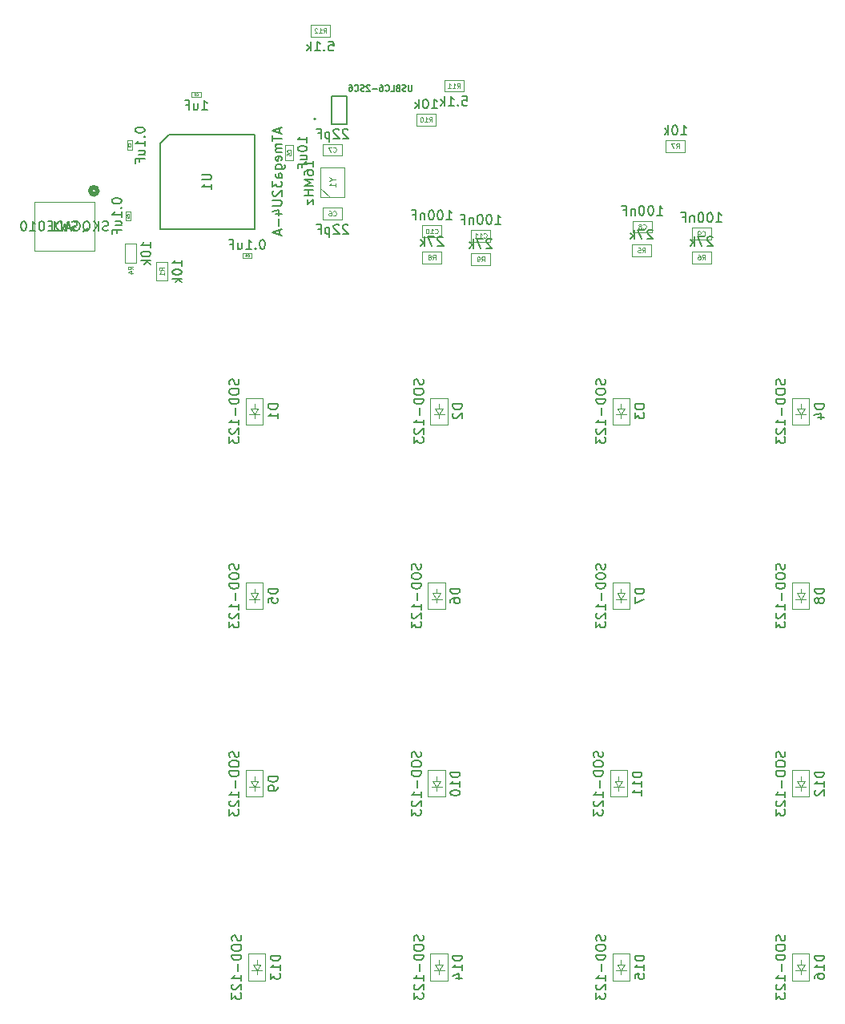
<source format=gbr>
%TF.GenerationSoftware,KiCad,Pcbnew,9.0.0*%
%TF.CreationDate,2025-06-12T19:16:51-06:00*%
%TF.ProjectId,final_macropad,66696e61-6c5f-46d6-9163-726f7061642e,rev?*%
%TF.SameCoordinates,Original*%
%TF.FileFunction,AssemblyDrawing,Bot*%
%FSLAX46Y46*%
G04 Gerber Fmt 4.6, Leading zero omitted, Abs format (unit mm)*
G04 Created by KiCad (PCBNEW 9.0.0) date 2025-06-12 19:16:51*
%MOMM*%
%LPD*%
G01*
G04 APERTURE LIST*
%ADD10C,0.150000*%
%ADD11C,0.080000*%
%ADD12C,0.060000*%
%ADD13C,0.040000*%
%ADD14C,0.105000*%
%ADD15C,0.100000*%
%ADD16C,0.025400*%
%ADD17C,0.508000*%
%ADD18C,0.127000*%
%ADD19C,0.200000*%
G04 APERTURE END LIST*
D10*
X64634856Y-48855057D02*
X64587237Y-48807438D01*
X64587237Y-48807438D02*
X64491999Y-48759819D01*
X64491999Y-48759819D02*
X64253904Y-48759819D01*
X64253904Y-48759819D02*
X64158666Y-48807438D01*
X64158666Y-48807438D02*
X64111047Y-48855057D01*
X64111047Y-48855057D02*
X64063428Y-48950295D01*
X64063428Y-48950295D02*
X64063428Y-49045533D01*
X64063428Y-49045533D02*
X64111047Y-49188390D01*
X64111047Y-49188390D02*
X64682475Y-49759819D01*
X64682475Y-49759819D02*
X64063428Y-49759819D01*
X63682475Y-48855057D02*
X63634856Y-48807438D01*
X63634856Y-48807438D02*
X63539618Y-48759819D01*
X63539618Y-48759819D02*
X63301523Y-48759819D01*
X63301523Y-48759819D02*
X63206285Y-48807438D01*
X63206285Y-48807438D02*
X63158666Y-48855057D01*
X63158666Y-48855057D02*
X63111047Y-48950295D01*
X63111047Y-48950295D02*
X63111047Y-49045533D01*
X63111047Y-49045533D02*
X63158666Y-49188390D01*
X63158666Y-49188390D02*
X63730094Y-49759819D01*
X63730094Y-49759819D02*
X63111047Y-49759819D01*
X62682475Y-49093152D02*
X62682475Y-50093152D01*
X62682475Y-49140771D02*
X62587237Y-49093152D01*
X62587237Y-49093152D02*
X62396761Y-49093152D01*
X62396761Y-49093152D02*
X62301523Y-49140771D01*
X62301523Y-49140771D02*
X62253904Y-49188390D01*
X62253904Y-49188390D02*
X62206285Y-49283628D01*
X62206285Y-49283628D02*
X62206285Y-49569342D01*
X62206285Y-49569342D02*
X62253904Y-49664580D01*
X62253904Y-49664580D02*
X62301523Y-49712200D01*
X62301523Y-49712200D02*
X62396761Y-49759819D01*
X62396761Y-49759819D02*
X62587237Y-49759819D01*
X62587237Y-49759819D02*
X62682475Y-49712200D01*
X61444380Y-49236009D02*
X61777713Y-49236009D01*
X61777713Y-49759819D02*
X61777713Y-48759819D01*
X61777713Y-48759819D02*
X61301523Y-48759819D01*
D11*
X63075333Y-47804530D02*
X63099142Y-47828340D01*
X63099142Y-47828340D02*
X63170571Y-47852149D01*
X63170571Y-47852149D02*
X63218190Y-47852149D01*
X63218190Y-47852149D02*
X63289618Y-47828340D01*
X63289618Y-47828340D02*
X63337237Y-47780720D01*
X63337237Y-47780720D02*
X63361047Y-47733101D01*
X63361047Y-47733101D02*
X63384856Y-47637863D01*
X63384856Y-47637863D02*
X63384856Y-47566435D01*
X63384856Y-47566435D02*
X63361047Y-47471197D01*
X63361047Y-47471197D02*
X63337237Y-47423578D01*
X63337237Y-47423578D02*
X63289618Y-47375959D01*
X63289618Y-47375959D02*
X63218190Y-47352149D01*
X63218190Y-47352149D02*
X63170571Y-47352149D01*
X63170571Y-47352149D02*
X63099142Y-47375959D01*
X63099142Y-47375959D02*
X63075333Y-47399768D01*
X62646761Y-47352149D02*
X62741999Y-47352149D01*
X62741999Y-47352149D02*
X62789618Y-47375959D01*
X62789618Y-47375959D02*
X62813428Y-47399768D01*
X62813428Y-47399768D02*
X62861047Y-47471197D01*
X62861047Y-47471197D02*
X62884856Y-47566435D01*
X62884856Y-47566435D02*
X62884856Y-47756911D01*
X62884856Y-47756911D02*
X62861047Y-47804530D01*
X62861047Y-47804530D02*
X62837237Y-47828340D01*
X62837237Y-47828340D02*
X62789618Y-47852149D01*
X62789618Y-47852149D02*
X62694380Y-47852149D01*
X62694380Y-47852149D02*
X62646761Y-47828340D01*
X62646761Y-47828340D02*
X62622952Y-47804530D01*
X62622952Y-47804530D02*
X62599142Y-47756911D01*
X62599142Y-47756911D02*
X62599142Y-47637863D01*
X62599142Y-47637863D02*
X62622952Y-47590244D01*
X62622952Y-47590244D02*
X62646761Y-47566435D01*
X62646761Y-47566435D02*
X62694380Y-47542625D01*
X62694380Y-47542625D02*
X62789618Y-47542625D01*
X62789618Y-47542625D02*
X62837237Y-47566435D01*
X62837237Y-47566435D02*
X62861047Y-47590244D01*
X62861047Y-47590244D02*
X62884856Y-47637863D01*
D10*
X64634856Y-38764057D02*
X64587237Y-38716438D01*
X64587237Y-38716438D02*
X64491999Y-38668819D01*
X64491999Y-38668819D02*
X64253904Y-38668819D01*
X64253904Y-38668819D02*
X64158666Y-38716438D01*
X64158666Y-38716438D02*
X64111047Y-38764057D01*
X64111047Y-38764057D02*
X64063428Y-38859295D01*
X64063428Y-38859295D02*
X64063428Y-38954533D01*
X64063428Y-38954533D02*
X64111047Y-39097390D01*
X64111047Y-39097390D02*
X64682475Y-39668819D01*
X64682475Y-39668819D02*
X64063428Y-39668819D01*
X63682475Y-38764057D02*
X63634856Y-38716438D01*
X63634856Y-38716438D02*
X63539618Y-38668819D01*
X63539618Y-38668819D02*
X63301523Y-38668819D01*
X63301523Y-38668819D02*
X63206285Y-38716438D01*
X63206285Y-38716438D02*
X63158666Y-38764057D01*
X63158666Y-38764057D02*
X63111047Y-38859295D01*
X63111047Y-38859295D02*
X63111047Y-38954533D01*
X63111047Y-38954533D02*
X63158666Y-39097390D01*
X63158666Y-39097390D02*
X63730094Y-39668819D01*
X63730094Y-39668819D02*
X63111047Y-39668819D01*
X62682475Y-39002152D02*
X62682475Y-40002152D01*
X62682475Y-39049771D02*
X62587237Y-39002152D01*
X62587237Y-39002152D02*
X62396761Y-39002152D01*
X62396761Y-39002152D02*
X62301523Y-39049771D01*
X62301523Y-39049771D02*
X62253904Y-39097390D01*
X62253904Y-39097390D02*
X62206285Y-39192628D01*
X62206285Y-39192628D02*
X62206285Y-39478342D01*
X62206285Y-39478342D02*
X62253904Y-39573580D01*
X62253904Y-39573580D02*
X62301523Y-39621200D01*
X62301523Y-39621200D02*
X62396761Y-39668819D01*
X62396761Y-39668819D02*
X62587237Y-39668819D01*
X62587237Y-39668819D02*
X62682475Y-39621200D01*
X61444380Y-39145009D02*
X61777713Y-39145009D01*
X61777713Y-39668819D02*
X61777713Y-38668819D01*
X61777713Y-38668819D02*
X61301523Y-38668819D01*
D11*
X63075333Y-41073530D02*
X63099142Y-41097340D01*
X63099142Y-41097340D02*
X63170571Y-41121149D01*
X63170571Y-41121149D02*
X63218190Y-41121149D01*
X63218190Y-41121149D02*
X63289618Y-41097340D01*
X63289618Y-41097340D02*
X63337237Y-41049720D01*
X63337237Y-41049720D02*
X63361047Y-41002101D01*
X63361047Y-41002101D02*
X63384856Y-40906863D01*
X63384856Y-40906863D02*
X63384856Y-40835435D01*
X63384856Y-40835435D02*
X63361047Y-40740197D01*
X63361047Y-40740197D02*
X63337237Y-40692578D01*
X63337237Y-40692578D02*
X63289618Y-40644959D01*
X63289618Y-40644959D02*
X63218190Y-40621149D01*
X63218190Y-40621149D02*
X63170571Y-40621149D01*
X63170571Y-40621149D02*
X63099142Y-40644959D01*
X63099142Y-40644959D02*
X63075333Y-40668768D01*
X62908666Y-40621149D02*
X62575333Y-40621149D01*
X62575333Y-40621149D02*
X62789618Y-41121149D01*
D10*
X60304819Y-40103071D02*
X60304819Y-39531643D01*
X60304819Y-39817357D02*
X59304819Y-39817357D01*
X59304819Y-39817357D02*
X59447676Y-39722119D01*
X59447676Y-39722119D02*
X59542914Y-39626881D01*
X59542914Y-39626881D02*
X59590533Y-39531643D01*
X59304819Y-40722119D02*
X59304819Y-40817357D01*
X59304819Y-40817357D02*
X59352438Y-40912595D01*
X59352438Y-40912595D02*
X59400057Y-40960214D01*
X59400057Y-40960214D02*
X59495295Y-41007833D01*
X59495295Y-41007833D02*
X59685771Y-41055452D01*
X59685771Y-41055452D02*
X59923866Y-41055452D01*
X59923866Y-41055452D02*
X60114342Y-41007833D01*
X60114342Y-41007833D02*
X60209580Y-40960214D01*
X60209580Y-40960214D02*
X60257200Y-40912595D01*
X60257200Y-40912595D02*
X60304819Y-40817357D01*
X60304819Y-40817357D02*
X60304819Y-40722119D01*
X60304819Y-40722119D02*
X60257200Y-40626881D01*
X60257200Y-40626881D02*
X60209580Y-40579262D01*
X60209580Y-40579262D02*
X60114342Y-40531643D01*
X60114342Y-40531643D02*
X59923866Y-40484024D01*
X59923866Y-40484024D02*
X59685771Y-40484024D01*
X59685771Y-40484024D02*
X59495295Y-40531643D01*
X59495295Y-40531643D02*
X59400057Y-40579262D01*
X59400057Y-40579262D02*
X59352438Y-40626881D01*
X59352438Y-40626881D02*
X59304819Y-40722119D01*
X59638152Y-41912595D02*
X60304819Y-41912595D01*
X59638152Y-41484024D02*
X60161961Y-41484024D01*
X60161961Y-41484024D02*
X60257200Y-41531643D01*
X60257200Y-41531643D02*
X60304819Y-41626881D01*
X60304819Y-41626881D02*
X60304819Y-41769738D01*
X60304819Y-41769738D02*
X60257200Y-41864976D01*
X60257200Y-41864976D02*
X60209580Y-41912595D01*
X59781009Y-42722119D02*
X59781009Y-42388786D01*
X60304819Y-42388786D02*
X59304819Y-42388786D01*
X59304819Y-42388786D02*
X59304819Y-42864976D01*
D12*
X58563832Y-41107833D02*
X58582880Y-41088785D01*
X58582880Y-41088785D02*
X58601927Y-41031643D01*
X58601927Y-41031643D02*
X58601927Y-40993547D01*
X58601927Y-40993547D02*
X58582880Y-40936404D01*
X58582880Y-40936404D02*
X58544784Y-40898309D01*
X58544784Y-40898309D02*
X58506689Y-40879262D01*
X58506689Y-40879262D02*
X58430499Y-40860214D01*
X58430499Y-40860214D02*
X58373356Y-40860214D01*
X58373356Y-40860214D02*
X58297165Y-40879262D01*
X58297165Y-40879262D02*
X58259070Y-40898309D01*
X58259070Y-40898309D02*
X58220975Y-40936404D01*
X58220975Y-40936404D02*
X58201927Y-40993547D01*
X58201927Y-40993547D02*
X58201927Y-41031643D01*
X58201927Y-41031643D02*
X58220975Y-41088785D01*
X58220975Y-41088785D02*
X58240022Y-41107833D01*
X58201927Y-41469738D02*
X58201927Y-41279262D01*
X58201927Y-41279262D02*
X58392403Y-41260214D01*
X58392403Y-41260214D02*
X58373356Y-41279262D01*
X58373356Y-41279262D02*
X58354308Y-41317357D01*
X58354308Y-41317357D02*
X58354308Y-41412595D01*
X58354308Y-41412595D02*
X58373356Y-41450690D01*
X58373356Y-41450690D02*
X58392403Y-41469738D01*
X58392403Y-41469738D02*
X58430499Y-41488785D01*
X58430499Y-41488785D02*
X58525737Y-41488785D01*
X58525737Y-41488785D02*
X58563832Y-41469738D01*
X58563832Y-41469738D02*
X58582880Y-41450690D01*
X58582880Y-41450690D02*
X58601927Y-41412595D01*
X58601927Y-41412595D02*
X58601927Y-41317357D01*
X58601927Y-41317357D02*
X58582880Y-41279262D01*
X58582880Y-41279262D02*
X58563832Y-41260214D01*
D10*
X73493238Y-36523819D02*
X74064666Y-36523819D01*
X73778952Y-36523819D02*
X73778952Y-35523819D01*
X73778952Y-35523819D02*
X73874190Y-35666676D01*
X73874190Y-35666676D02*
X73969428Y-35761914D01*
X73969428Y-35761914D02*
X74064666Y-35809533D01*
X72874190Y-35523819D02*
X72778952Y-35523819D01*
X72778952Y-35523819D02*
X72683714Y-35571438D01*
X72683714Y-35571438D02*
X72636095Y-35619057D01*
X72636095Y-35619057D02*
X72588476Y-35714295D01*
X72588476Y-35714295D02*
X72540857Y-35904771D01*
X72540857Y-35904771D02*
X72540857Y-36142866D01*
X72540857Y-36142866D02*
X72588476Y-36333342D01*
X72588476Y-36333342D02*
X72636095Y-36428580D01*
X72636095Y-36428580D02*
X72683714Y-36476200D01*
X72683714Y-36476200D02*
X72778952Y-36523819D01*
X72778952Y-36523819D02*
X72874190Y-36523819D01*
X72874190Y-36523819D02*
X72969428Y-36476200D01*
X72969428Y-36476200D02*
X73017047Y-36428580D01*
X73017047Y-36428580D02*
X73064666Y-36333342D01*
X73064666Y-36333342D02*
X73112285Y-36142866D01*
X73112285Y-36142866D02*
X73112285Y-35904771D01*
X73112285Y-35904771D02*
X73064666Y-35714295D01*
X73064666Y-35714295D02*
X73017047Y-35619057D01*
X73017047Y-35619057D02*
X72969428Y-35571438D01*
X72969428Y-35571438D02*
X72874190Y-35523819D01*
X72112285Y-36523819D02*
X72112285Y-35523819D01*
X72017047Y-36142866D02*
X71731333Y-36523819D01*
X71731333Y-35857152D02*
X72112285Y-36238104D01*
D11*
X73219428Y-37946149D02*
X73386094Y-37708054D01*
X73505142Y-37946149D02*
X73505142Y-37446149D01*
X73505142Y-37446149D02*
X73314666Y-37446149D01*
X73314666Y-37446149D02*
X73267047Y-37469959D01*
X73267047Y-37469959D02*
X73243237Y-37493768D01*
X73243237Y-37493768D02*
X73219428Y-37541387D01*
X73219428Y-37541387D02*
X73219428Y-37612816D01*
X73219428Y-37612816D02*
X73243237Y-37660435D01*
X73243237Y-37660435D02*
X73267047Y-37684244D01*
X73267047Y-37684244D02*
X73314666Y-37708054D01*
X73314666Y-37708054D02*
X73505142Y-37708054D01*
X72743237Y-37946149D02*
X73028951Y-37946149D01*
X72886094Y-37946149D02*
X72886094Y-37446149D01*
X72886094Y-37446149D02*
X72933713Y-37517578D01*
X72933713Y-37517578D02*
X72981332Y-37565197D01*
X72981332Y-37565197D02*
X73028951Y-37589006D01*
X72433714Y-37446149D02*
X72386095Y-37446149D01*
X72386095Y-37446149D02*
X72338476Y-37469959D01*
X72338476Y-37469959D02*
X72314666Y-37493768D01*
X72314666Y-37493768D02*
X72290857Y-37541387D01*
X72290857Y-37541387D02*
X72267047Y-37636625D01*
X72267047Y-37636625D02*
X72267047Y-37755673D01*
X72267047Y-37755673D02*
X72290857Y-37850911D01*
X72290857Y-37850911D02*
X72314666Y-37898530D01*
X72314666Y-37898530D02*
X72338476Y-37922340D01*
X72338476Y-37922340D02*
X72386095Y-37946149D01*
X72386095Y-37946149D02*
X72433714Y-37946149D01*
X72433714Y-37946149D02*
X72481333Y-37922340D01*
X72481333Y-37922340D02*
X72505142Y-37898530D01*
X72505142Y-37898530D02*
X72528952Y-37850911D01*
X72528952Y-37850911D02*
X72552761Y-37755673D01*
X72552761Y-37755673D02*
X72552761Y-37636625D01*
X72552761Y-37636625D02*
X72528952Y-37541387D01*
X72528952Y-37541387D02*
X72505142Y-37493768D01*
X72505142Y-37493768D02*
X72481333Y-37469959D01*
X72481333Y-37469959D02*
X72433714Y-37446149D01*
D10*
X53057200Y-104492857D02*
X53104819Y-104635714D01*
X53104819Y-104635714D02*
X53104819Y-104873809D01*
X53104819Y-104873809D02*
X53057200Y-104969047D01*
X53057200Y-104969047D02*
X53009580Y-105016666D01*
X53009580Y-105016666D02*
X52914342Y-105064285D01*
X52914342Y-105064285D02*
X52819104Y-105064285D01*
X52819104Y-105064285D02*
X52723866Y-105016666D01*
X52723866Y-105016666D02*
X52676247Y-104969047D01*
X52676247Y-104969047D02*
X52628628Y-104873809D01*
X52628628Y-104873809D02*
X52581009Y-104683333D01*
X52581009Y-104683333D02*
X52533390Y-104588095D01*
X52533390Y-104588095D02*
X52485771Y-104540476D01*
X52485771Y-104540476D02*
X52390533Y-104492857D01*
X52390533Y-104492857D02*
X52295295Y-104492857D01*
X52295295Y-104492857D02*
X52200057Y-104540476D01*
X52200057Y-104540476D02*
X52152438Y-104588095D01*
X52152438Y-104588095D02*
X52104819Y-104683333D01*
X52104819Y-104683333D02*
X52104819Y-104921428D01*
X52104819Y-104921428D02*
X52152438Y-105064285D01*
X52104819Y-105683333D02*
X52104819Y-105873809D01*
X52104819Y-105873809D02*
X52152438Y-105969047D01*
X52152438Y-105969047D02*
X52247676Y-106064285D01*
X52247676Y-106064285D02*
X52438152Y-106111904D01*
X52438152Y-106111904D02*
X52771485Y-106111904D01*
X52771485Y-106111904D02*
X52961961Y-106064285D01*
X52961961Y-106064285D02*
X53057200Y-105969047D01*
X53057200Y-105969047D02*
X53104819Y-105873809D01*
X53104819Y-105873809D02*
X53104819Y-105683333D01*
X53104819Y-105683333D02*
X53057200Y-105588095D01*
X53057200Y-105588095D02*
X52961961Y-105492857D01*
X52961961Y-105492857D02*
X52771485Y-105445238D01*
X52771485Y-105445238D02*
X52438152Y-105445238D01*
X52438152Y-105445238D02*
X52247676Y-105492857D01*
X52247676Y-105492857D02*
X52152438Y-105588095D01*
X52152438Y-105588095D02*
X52104819Y-105683333D01*
X53104819Y-106540476D02*
X52104819Y-106540476D01*
X52104819Y-106540476D02*
X52104819Y-106778571D01*
X52104819Y-106778571D02*
X52152438Y-106921428D01*
X52152438Y-106921428D02*
X52247676Y-107016666D01*
X52247676Y-107016666D02*
X52342914Y-107064285D01*
X52342914Y-107064285D02*
X52533390Y-107111904D01*
X52533390Y-107111904D02*
X52676247Y-107111904D01*
X52676247Y-107111904D02*
X52866723Y-107064285D01*
X52866723Y-107064285D02*
X52961961Y-107016666D01*
X52961961Y-107016666D02*
X53057200Y-106921428D01*
X53057200Y-106921428D02*
X53104819Y-106778571D01*
X53104819Y-106778571D02*
X53104819Y-106540476D01*
X52723866Y-107540476D02*
X52723866Y-108302381D01*
X53104819Y-109302380D02*
X53104819Y-108730952D01*
X53104819Y-109016666D02*
X52104819Y-109016666D01*
X52104819Y-109016666D02*
X52247676Y-108921428D01*
X52247676Y-108921428D02*
X52342914Y-108826190D01*
X52342914Y-108826190D02*
X52390533Y-108730952D01*
X52200057Y-109683333D02*
X52152438Y-109730952D01*
X52152438Y-109730952D02*
X52104819Y-109826190D01*
X52104819Y-109826190D02*
X52104819Y-110064285D01*
X52104819Y-110064285D02*
X52152438Y-110159523D01*
X52152438Y-110159523D02*
X52200057Y-110207142D01*
X52200057Y-110207142D02*
X52295295Y-110254761D01*
X52295295Y-110254761D02*
X52390533Y-110254761D01*
X52390533Y-110254761D02*
X52533390Y-110207142D01*
X52533390Y-110207142D02*
X53104819Y-109635714D01*
X53104819Y-109635714D02*
X53104819Y-110254761D01*
X52104819Y-110588095D02*
X52104819Y-111207142D01*
X52104819Y-111207142D02*
X52485771Y-110873809D01*
X52485771Y-110873809D02*
X52485771Y-111016666D01*
X52485771Y-111016666D02*
X52533390Y-111111904D01*
X52533390Y-111111904D02*
X52581009Y-111159523D01*
X52581009Y-111159523D02*
X52676247Y-111207142D01*
X52676247Y-111207142D02*
X52914342Y-111207142D01*
X52914342Y-111207142D02*
X53009580Y-111159523D01*
X53009580Y-111159523D02*
X53057200Y-111111904D01*
X53057200Y-111111904D02*
X53104819Y-111016666D01*
X53104819Y-111016666D02*
X53104819Y-110730952D01*
X53104819Y-110730952D02*
X53057200Y-110635714D01*
X53057200Y-110635714D02*
X53009580Y-110588095D01*
X57204819Y-107111905D02*
X56204819Y-107111905D01*
X56204819Y-107111905D02*
X56204819Y-107350000D01*
X56204819Y-107350000D02*
X56252438Y-107492857D01*
X56252438Y-107492857D02*
X56347676Y-107588095D01*
X56347676Y-107588095D02*
X56442914Y-107635714D01*
X56442914Y-107635714D02*
X56633390Y-107683333D01*
X56633390Y-107683333D02*
X56776247Y-107683333D01*
X56776247Y-107683333D02*
X56966723Y-107635714D01*
X56966723Y-107635714D02*
X57061961Y-107588095D01*
X57061961Y-107588095D02*
X57157200Y-107492857D01*
X57157200Y-107492857D02*
X57204819Y-107350000D01*
X57204819Y-107350000D02*
X57204819Y-107111905D01*
X57204819Y-108159524D02*
X57204819Y-108350000D01*
X57204819Y-108350000D02*
X57157200Y-108445238D01*
X57157200Y-108445238D02*
X57109580Y-108492857D01*
X57109580Y-108492857D02*
X56966723Y-108588095D01*
X56966723Y-108588095D02*
X56776247Y-108635714D01*
X56776247Y-108635714D02*
X56395295Y-108635714D01*
X56395295Y-108635714D02*
X56300057Y-108588095D01*
X56300057Y-108588095D02*
X56252438Y-108540476D01*
X56252438Y-108540476D02*
X56204819Y-108445238D01*
X56204819Y-108445238D02*
X56204819Y-108254762D01*
X56204819Y-108254762D02*
X56252438Y-108159524D01*
X56252438Y-108159524D02*
X56300057Y-108111905D01*
X56300057Y-108111905D02*
X56395295Y-108064286D01*
X56395295Y-108064286D02*
X56633390Y-108064286D01*
X56633390Y-108064286D02*
X56728628Y-108111905D01*
X56728628Y-108111905D02*
X56776247Y-108159524D01*
X56776247Y-108159524D02*
X56823866Y-108254762D01*
X56823866Y-108254762D02*
X56823866Y-108445238D01*
X56823866Y-108445238D02*
X56776247Y-108540476D01*
X56776247Y-108540476D02*
X56728628Y-108588095D01*
X56728628Y-108588095D02*
X56633390Y-108635714D01*
X80210119Y-48737319D02*
X80781547Y-48737319D01*
X80495833Y-48737319D02*
X80495833Y-47737319D01*
X80495833Y-47737319D02*
X80591071Y-47880176D01*
X80591071Y-47880176D02*
X80686309Y-47975414D01*
X80686309Y-47975414D02*
X80781547Y-48023033D01*
X79591071Y-47737319D02*
X79495833Y-47737319D01*
X79495833Y-47737319D02*
X79400595Y-47784938D01*
X79400595Y-47784938D02*
X79352976Y-47832557D01*
X79352976Y-47832557D02*
X79305357Y-47927795D01*
X79305357Y-47927795D02*
X79257738Y-48118271D01*
X79257738Y-48118271D02*
X79257738Y-48356366D01*
X79257738Y-48356366D02*
X79305357Y-48546842D01*
X79305357Y-48546842D02*
X79352976Y-48642080D01*
X79352976Y-48642080D02*
X79400595Y-48689700D01*
X79400595Y-48689700D02*
X79495833Y-48737319D01*
X79495833Y-48737319D02*
X79591071Y-48737319D01*
X79591071Y-48737319D02*
X79686309Y-48689700D01*
X79686309Y-48689700D02*
X79733928Y-48642080D01*
X79733928Y-48642080D02*
X79781547Y-48546842D01*
X79781547Y-48546842D02*
X79829166Y-48356366D01*
X79829166Y-48356366D02*
X79829166Y-48118271D01*
X79829166Y-48118271D02*
X79781547Y-47927795D01*
X79781547Y-47927795D02*
X79733928Y-47832557D01*
X79733928Y-47832557D02*
X79686309Y-47784938D01*
X79686309Y-47784938D02*
X79591071Y-47737319D01*
X78638690Y-47737319D02*
X78543452Y-47737319D01*
X78543452Y-47737319D02*
X78448214Y-47784938D01*
X78448214Y-47784938D02*
X78400595Y-47832557D01*
X78400595Y-47832557D02*
X78352976Y-47927795D01*
X78352976Y-47927795D02*
X78305357Y-48118271D01*
X78305357Y-48118271D02*
X78305357Y-48356366D01*
X78305357Y-48356366D02*
X78352976Y-48546842D01*
X78352976Y-48546842D02*
X78400595Y-48642080D01*
X78400595Y-48642080D02*
X78448214Y-48689700D01*
X78448214Y-48689700D02*
X78543452Y-48737319D01*
X78543452Y-48737319D02*
X78638690Y-48737319D01*
X78638690Y-48737319D02*
X78733928Y-48689700D01*
X78733928Y-48689700D02*
X78781547Y-48642080D01*
X78781547Y-48642080D02*
X78829166Y-48546842D01*
X78829166Y-48546842D02*
X78876785Y-48356366D01*
X78876785Y-48356366D02*
X78876785Y-48118271D01*
X78876785Y-48118271D02*
X78829166Y-47927795D01*
X78829166Y-47927795D02*
X78781547Y-47832557D01*
X78781547Y-47832557D02*
X78733928Y-47784938D01*
X78733928Y-47784938D02*
X78638690Y-47737319D01*
X77876785Y-48070652D02*
X77876785Y-48737319D01*
X77876785Y-48165890D02*
X77829166Y-48118271D01*
X77829166Y-48118271D02*
X77733928Y-48070652D01*
X77733928Y-48070652D02*
X77591071Y-48070652D01*
X77591071Y-48070652D02*
X77495833Y-48118271D01*
X77495833Y-48118271D02*
X77448214Y-48213509D01*
X77448214Y-48213509D02*
X77448214Y-48737319D01*
X76638690Y-48213509D02*
X76972023Y-48213509D01*
X76972023Y-48737319D02*
X76972023Y-47737319D01*
X76972023Y-47737319D02*
X76495833Y-47737319D01*
D11*
X78983928Y-50142030D02*
X79007737Y-50165840D01*
X79007737Y-50165840D02*
X79079166Y-50189649D01*
X79079166Y-50189649D02*
X79126785Y-50189649D01*
X79126785Y-50189649D02*
X79198213Y-50165840D01*
X79198213Y-50165840D02*
X79245832Y-50118220D01*
X79245832Y-50118220D02*
X79269642Y-50070601D01*
X79269642Y-50070601D02*
X79293451Y-49975363D01*
X79293451Y-49975363D02*
X79293451Y-49903935D01*
X79293451Y-49903935D02*
X79269642Y-49808697D01*
X79269642Y-49808697D02*
X79245832Y-49761078D01*
X79245832Y-49761078D02*
X79198213Y-49713459D01*
X79198213Y-49713459D02*
X79126785Y-49689649D01*
X79126785Y-49689649D02*
X79079166Y-49689649D01*
X79079166Y-49689649D02*
X79007737Y-49713459D01*
X79007737Y-49713459D02*
X78983928Y-49737268D01*
X78507737Y-50189649D02*
X78793451Y-50189649D01*
X78650594Y-50189649D02*
X78650594Y-49689649D01*
X78650594Y-49689649D02*
X78698213Y-49761078D01*
X78698213Y-49761078D02*
X78745832Y-49808697D01*
X78745832Y-49808697D02*
X78793451Y-49832506D01*
X78031547Y-50189649D02*
X78317261Y-50189649D01*
X78174404Y-50189649D02*
X78174404Y-49689649D01*
X78174404Y-49689649D02*
X78222023Y-49761078D01*
X78222023Y-49761078D02*
X78269642Y-49808697D01*
X78269642Y-49808697D02*
X78317261Y-49832506D01*
D10*
X91807200Y-84642857D02*
X91854819Y-84785714D01*
X91854819Y-84785714D02*
X91854819Y-85023809D01*
X91854819Y-85023809D02*
X91807200Y-85119047D01*
X91807200Y-85119047D02*
X91759580Y-85166666D01*
X91759580Y-85166666D02*
X91664342Y-85214285D01*
X91664342Y-85214285D02*
X91569104Y-85214285D01*
X91569104Y-85214285D02*
X91473866Y-85166666D01*
X91473866Y-85166666D02*
X91426247Y-85119047D01*
X91426247Y-85119047D02*
X91378628Y-85023809D01*
X91378628Y-85023809D02*
X91331009Y-84833333D01*
X91331009Y-84833333D02*
X91283390Y-84738095D01*
X91283390Y-84738095D02*
X91235771Y-84690476D01*
X91235771Y-84690476D02*
X91140533Y-84642857D01*
X91140533Y-84642857D02*
X91045295Y-84642857D01*
X91045295Y-84642857D02*
X90950057Y-84690476D01*
X90950057Y-84690476D02*
X90902438Y-84738095D01*
X90902438Y-84738095D02*
X90854819Y-84833333D01*
X90854819Y-84833333D02*
X90854819Y-85071428D01*
X90854819Y-85071428D02*
X90902438Y-85214285D01*
X90854819Y-85833333D02*
X90854819Y-86023809D01*
X90854819Y-86023809D02*
X90902438Y-86119047D01*
X90902438Y-86119047D02*
X90997676Y-86214285D01*
X90997676Y-86214285D02*
X91188152Y-86261904D01*
X91188152Y-86261904D02*
X91521485Y-86261904D01*
X91521485Y-86261904D02*
X91711961Y-86214285D01*
X91711961Y-86214285D02*
X91807200Y-86119047D01*
X91807200Y-86119047D02*
X91854819Y-86023809D01*
X91854819Y-86023809D02*
X91854819Y-85833333D01*
X91854819Y-85833333D02*
X91807200Y-85738095D01*
X91807200Y-85738095D02*
X91711961Y-85642857D01*
X91711961Y-85642857D02*
X91521485Y-85595238D01*
X91521485Y-85595238D02*
X91188152Y-85595238D01*
X91188152Y-85595238D02*
X90997676Y-85642857D01*
X90997676Y-85642857D02*
X90902438Y-85738095D01*
X90902438Y-85738095D02*
X90854819Y-85833333D01*
X91854819Y-86690476D02*
X90854819Y-86690476D01*
X90854819Y-86690476D02*
X90854819Y-86928571D01*
X90854819Y-86928571D02*
X90902438Y-87071428D01*
X90902438Y-87071428D02*
X90997676Y-87166666D01*
X90997676Y-87166666D02*
X91092914Y-87214285D01*
X91092914Y-87214285D02*
X91283390Y-87261904D01*
X91283390Y-87261904D02*
X91426247Y-87261904D01*
X91426247Y-87261904D02*
X91616723Y-87214285D01*
X91616723Y-87214285D02*
X91711961Y-87166666D01*
X91711961Y-87166666D02*
X91807200Y-87071428D01*
X91807200Y-87071428D02*
X91854819Y-86928571D01*
X91854819Y-86928571D02*
X91854819Y-86690476D01*
X91473866Y-87690476D02*
X91473866Y-88452381D01*
X91854819Y-89452380D02*
X91854819Y-88880952D01*
X91854819Y-89166666D02*
X90854819Y-89166666D01*
X90854819Y-89166666D02*
X90997676Y-89071428D01*
X90997676Y-89071428D02*
X91092914Y-88976190D01*
X91092914Y-88976190D02*
X91140533Y-88880952D01*
X90950057Y-89833333D02*
X90902438Y-89880952D01*
X90902438Y-89880952D02*
X90854819Y-89976190D01*
X90854819Y-89976190D02*
X90854819Y-90214285D01*
X90854819Y-90214285D02*
X90902438Y-90309523D01*
X90902438Y-90309523D02*
X90950057Y-90357142D01*
X90950057Y-90357142D02*
X91045295Y-90404761D01*
X91045295Y-90404761D02*
X91140533Y-90404761D01*
X91140533Y-90404761D02*
X91283390Y-90357142D01*
X91283390Y-90357142D02*
X91854819Y-89785714D01*
X91854819Y-89785714D02*
X91854819Y-90404761D01*
X90854819Y-90738095D02*
X90854819Y-91357142D01*
X90854819Y-91357142D02*
X91235771Y-91023809D01*
X91235771Y-91023809D02*
X91235771Y-91166666D01*
X91235771Y-91166666D02*
X91283390Y-91261904D01*
X91283390Y-91261904D02*
X91331009Y-91309523D01*
X91331009Y-91309523D02*
X91426247Y-91357142D01*
X91426247Y-91357142D02*
X91664342Y-91357142D01*
X91664342Y-91357142D02*
X91759580Y-91309523D01*
X91759580Y-91309523D02*
X91807200Y-91261904D01*
X91807200Y-91261904D02*
X91854819Y-91166666D01*
X91854819Y-91166666D02*
X91854819Y-90880952D01*
X91854819Y-90880952D02*
X91807200Y-90785714D01*
X91807200Y-90785714D02*
X91759580Y-90738095D01*
X95954819Y-87261905D02*
X94954819Y-87261905D01*
X94954819Y-87261905D02*
X94954819Y-87500000D01*
X94954819Y-87500000D02*
X95002438Y-87642857D01*
X95002438Y-87642857D02*
X95097676Y-87738095D01*
X95097676Y-87738095D02*
X95192914Y-87785714D01*
X95192914Y-87785714D02*
X95383390Y-87833333D01*
X95383390Y-87833333D02*
X95526247Y-87833333D01*
X95526247Y-87833333D02*
X95716723Y-87785714D01*
X95716723Y-87785714D02*
X95811961Y-87738095D01*
X95811961Y-87738095D02*
X95907200Y-87642857D01*
X95907200Y-87642857D02*
X95954819Y-87500000D01*
X95954819Y-87500000D02*
X95954819Y-87261905D01*
X94954819Y-88166667D02*
X94954819Y-88833333D01*
X94954819Y-88833333D02*
X95954819Y-88404762D01*
X42143819Y-38743143D02*
X42143819Y-38838381D01*
X42143819Y-38838381D02*
X42191438Y-38933619D01*
X42191438Y-38933619D02*
X42239057Y-38981238D01*
X42239057Y-38981238D02*
X42334295Y-39028857D01*
X42334295Y-39028857D02*
X42524771Y-39076476D01*
X42524771Y-39076476D02*
X42762866Y-39076476D01*
X42762866Y-39076476D02*
X42953342Y-39028857D01*
X42953342Y-39028857D02*
X43048580Y-38981238D01*
X43048580Y-38981238D02*
X43096200Y-38933619D01*
X43096200Y-38933619D02*
X43143819Y-38838381D01*
X43143819Y-38838381D02*
X43143819Y-38743143D01*
X43143819Y-38743143D02*
X43096200Y-38647905D01*
X43096200Y-38647905D02*
X43048580Y-38600286D01*
X43048580Y-38600286D02*
X42953342Y-38552667D01*
X42953342Y-38552667D02*
X42762866Y-38505048D01*
X42762866Y-38505048D02*
X42524771Y-38505048D01*
X42524771Y-38505048D02*
X42334295Y-38552667D01*
X42334295Y-38552667D02*
X42239057Y-38600286D01*
X42239057Y-38600286D02*
X42191438Y-38647905D01*
X42191438Y-38647905D02*
X42143819Y-38743143D01*
X43048580Y-39505048D02*
X43096200Y-39552667D01*
X43096200Y-39552667D02*
X43143819Y-39505048D01*
X43143819Y-39505048D02*
X43096200Y-39457429D01*
X43096200Y-39457429D02*
X43048580Y-39505048D01*
X43048580Y-39505048D02*
X43143819Y-39505048D01*
X43143819Y-40505047D02*
X43143819Y-39933619D01*
X43143819Y-40219333D02*
X42143819Y-40219333D01*
X42143819Y-40219333D02*
X42286676Y-40124095D01*
X42286676Y-40124095D02*
X42381914Y-40028857D01*
X42381914Y-40028857D02*
X42429533Y-39933619D01*
X42477152Y-41362190D02*
X43143819Y-41362190D01*
X42477152Y-40933619D02*
X43000961Y-40933619D01*
X43000961Y-40933619D02*
X43096200Y-40981238D01*
X43096200Y-40981238D02*
X43143819Y-41076476D01*
X43143819Y-41076476D02*
X43143819Y-41219333D01*
X43143819Y-41219333D02*
X43096200Y-41314571D01*
X43096200Y-41314571D02*
X43048580Y-41362190D01*
X42620009Y-42171714D02*
X42620009Y-41838381D01*
X43143819Y-41838381D02*
X42143819Y-41838381D01*
X42143819Y-41838381D02*
X42143819Y-42314571D01*
D13*
X41618765Y-40344333D02*
X41630670Y-40332429D01*
X41630670Y-40332429D02*
X41642574Y-40296714D01*
X41642574Y-40296714D02*
X41642574Y-40272905D01*
X41642574Y-40272905D02*
X41630670Y-40237191D01*
X41630670Y-40237191D02*
X41606860Y-40213381D01*
X41606860Y-40213381D02*
X41583050Y-40201476D01*
X41583050Y-40201476D02*
X41535431Y-40189572D01*
X41535431Y-40189572D02*
X41499717Y-40189572D01*
X41499717Y-40189572D02*
X41452098Y-40201476D01*
X41452098Y-40201476D02*
X41428289Y-40213381D01*
X41428289Y-40213381D02*
X41404479Y-40237191D01*
X41404479Y-40237191D02*
X41392574Y-40272905D01*
X41392574Y-40272905D02*
X41392574Y-40296714D01*
X41392574Y-40296714D02*
X41404479Y-40332429D01*
X41404479Y-40332429D02*
X41416384Y-40344333D01*
X41392574Y-40427667D02*
X41392574Y-40582429D01*
X41392574Y-40582429D02*
X41487812Y-40499095D01*
X41487812Y-40499095D02*
X41487812Y-40534810D01*
X41487812Y-40534810D02*
X41499717Y-40558619D01*
X41499717Y-40558619D02*
X41511622Y-40570524D01*
X41511622Y-40570524D02*
X41535431Y-40582429D01*
X41535431Y-40582429D02*
X41594955Y-40582429D01*
X41594955Y-40582429D02*
X41618765Y-40570524D01*
X41618765Y-40570524D02*
X41630670Y-40558619D01*
X41630670Y-40558619D02*
X41642574Y-40534810D01*
X41642574Y-40534810D02*
X41642574Y-40463381D01*
X41642574Y-40463381D02*
X41630670Y-40439572D01*
X41630670Y-40439572D02*
X41618765Y-40427667D01*
D10*
X74666666Y-50150057D02*
X74619047Y-50102438D01*
X74619047Y-50102438D02*
X74523809Y-50054819D01*
X74523809Y-50054819D02*
X74285714Y-50054819D01*
X74285714Y-50054819D02*
X74190476Y-50102438D01*
X74190476Y-50102438D02*
X74142857Y-50150057D01*
X74142857Y-50150057D02*
X74095238Y-50245295D01*
X74095238Y-50245295D02*
X74095238Y-50340533D01*
X74095238Y-50340533D02*
X74142857Y-50483390D01*
X74142857Y-50483390D02*
X74714285Y-51054819D01*
X74714285Y-51054819D02*
X74095238Y-51054819D01*
X73761904Y-50054819D02*
X73095238Y-50054819D01*
X73095238Y-50054819D02*
X73523809Y-51054819D01*
X72714285Y-51054819D02*
X72714285Y-50054819D01*
X72619047Y-50673866D02*
X72333333Y-51054819D01*
X72333333Y-50388152D02*
X72714285Y-50769104D01*
D11*
X73583333Y-52477149D02*
X73749999Y-52239054D01*
X73869047Y-52477149D02*
X73869047Y-51977149D01*
X73869047Y-51977149D02*
X73678571Y-51977149D01*
X73678571Y-51977149D02*
X73630952Y-52000959D01*
X73630952Y-52000959D02*
X73607142Y-52024768D01*
X73607142Y-52024768D02*
X73583333Y-52072387D01*
X73583333Y-52072387D02*
X73583333Y-52143816D01*
X73583333Y-52143816D02*
X73607142Y-52191435D01*
X73607142Y-52191435D02*
X73630952Y-52215244D01*
X73630952Y-52215244D02*
X73678571Y-52239054D01*
X73678571Y-52239054D02*
X73869047Y-52239054D01*
X73297618Y-52191435D02*
X73345237Y-52167625D01*
X73345237Y-52167625D02*
X73369047Y-52143816D01*
X73369047Y-52143816D02*
X73392856Y-52096197D01*
X73392856Y-52096197D02*
X73392856Y-52072387D01*
X73392856Y-52072387D02*
X73369047Y-52024768D01*
X73369047Y-52024768D02*
X73345237Y-52000959D01*
X73345237Y-52000959D02*
X73297618Y-51977149D01*
X73297618Y-51977149D02*
X73202380Y-51977149D01*
X73202380Y-51977149D02*
X73154761Y-52000959D01*
X73154761Y-52000959D02*
X73130952Y-52024768D01*
X73130952Y-52024768D02*
X73107142Y-52072387D01*
X73107142Y-52072387D02*
X73107142Y-52096197D01*
X73107142Y-52096197D02*
X73130952Y-52143816D01*
X73130952Y-52143816D02*
X73154761Y-52167625D01*
X73154761Y-52167625D02*
X73202380Y-52191435D01*
X73202380Y-52191435D02*
X73297618Y-52191435D01*
X73297618Y-52191435D02*
X73345237Y-52215244D01*
X73345237Y-52215244D02*
X73369047Y-52239054D01*
X73369047Y-52239054D02*
X73392856Y-52286673D01*
X73392856Y-52286673D02*
X73392856Y-52381911D01*
X73392856Y-52381911D02*
X73369047Y-52429530D01*
X73369047Y-52429530D02*
X73345237Y-52453340D01*
X73345237Y-52453340D02*
X73297618Y-52477149D01*
X73297618Y-52477149D02*
X73202380Y-52477149D01*
X73202380Y-52477149D02*
X73154761Y-52453340D01*
X73154761Y-52453340D02*
X73130952Y-52429530D01*
X73130952Y-52429530D02*
X73107142Y-52381911D01*
X73107142Y-52381911D02*
X73107142Y-52286673D01*
X73107142Y-52286673D02*
X73130952Y-52239054D01*
X73130952Y-52239054D02*
X73154761Y-52215244D01*
X73154761Y-52215244D02*
X73202380Y-52191435D01*
D10*
X99845238Y-39304819D02*
X100416666Y-39304819D01*
X100130952Y-39304819D02*
X100130952Y-38304819D01*
X100130952Y-38304819D02*
X100226190Y-38447676D01*
X100226190Y-38447676D02*
X100321428Y-38542914D01*
X100321428Y-38542914D02*
X100416666Y-38590533D01*
X99226190Y-38304819D02*
X99130952Y-38304819D01*
X99130952Y-38304819D02*
X99035714Y-38352438D01*
X99035714Y-38352438D02*
X98988095Y-38400057D01*
X98988095Y-38400057D02*
X98940476Y-38495295D01*
X98940476Y-38495295D02*
X98892857Y-38685771D01*
X98892857Y-38685771D02*
X98892857Y-38923866D01*
X98892857Y-38923866D02*
X98940476Y-39114342D01*
X98940476Y-39114342D02*
X98988095Y-39209580D01*
X98988095Y-39209580D02*
X99035714Y-39257200D01*
X99035714Y-39257200D02*
X99130952Y-39304819D01*
X99130952Y-39304819D02*
X99226190Y-39304819D01*
X99226190Y-39304819D02*
X99321428Y-39257200D01*
X99321428Y-39257200D02*
X99369047Y-39209580D01*
X99369047Y-39209580D02*
X99416666Y-39114342D01*
X99416666Y-39114342D02*
X99464285Y-38923866D01*
X99464285Y-38923866D02*
X99464285Y-38685771D01*
X99464285Y-38685771D02*
X99416666Y-38495295D01*
X99416666Y-38495295D02*
X99369047Y-38400057D01*
X99369047Y-38400057D02*
X99321428Y-38352438D01*
X99321428Y-38352438D02*
X99226190Y-38304819D01*
X98464285Y-39304819D02*
X98464285Y-38304819D01*
X98369047Y-38923866D02*
X98083333Y-39304819D01*
X98083333Y-38638152D02*
X98464285Y-39019104D01*
D11*
X99333333Y-40727149D02*
X99499999Y-40489054D01*
X99619047Y-40727149D02*
X99619047Y-40227149D01*
X99619047Y-40227149D02*
X99428571Y-40227149D01*
X99428571Y-40227149D02*
X99380952Y-40250959D01*
X99380952Y-40250959D02*
X99357142Y-40274768D01*
X99357142Y-40274768D02*
X99333333Y-40322387D01*
X99333333Y-40322387D02*
X99333333Y-40393816D01*
X99333333Y-40393816D02*
X99357142Y-40441435D01*
X99357142Y-40441435D02*
X99380952Y-40465244D01*
X99380952Y-40465244D02*
X99428571Y-40489054D01*
X99428571Y-40489054D02*
X99619047Y-40489054D01*
X99166666Y-40227149D02*
X98833333Y-40227149D01*
X98833333Y-40227149D02*
X99047618Y-40727149D01*
D10*
X53057200Y-65142857D02*
X53104819Y-65285714D01*
X53104819Y-65285714D02*
X53104819Y-65523809D01*
X53104819Y-65523809D02*
X53057200Y-65619047D01*
X53057200Y-65619047D02*
X53009580Y-65666666D01*
X53009580Y-65666666D02*
X52914342Y-65714285D01*
X52914342Y-65714285D02*
X52819104Y-65714285D01*
X52819104Y-65714285D02*
X52723866Y-65666666D01*
X52723866Y-65666666D02*
X52676247Y-65619047D01*
X52676247Y-65619047D02*
X52628628Y-65523809D01*
X52628628Y-65523809D02*
X52581009Y-65333333D01*
X52581009Y-65333333D02*
X52533390Y-65238095D01*
X52533390Y-65238095D02*
X52485771Y-65190476D01*
X52485771Y-65190476D02*
X52390533Y-65142857D01*
X52390533Y-65142857D02*
X52295295Y-65142857D01*
X52295295Y-65142857D02*
X52200057Y-65190476D01*
X52200057Y-65190476D02*
X52152438Y-65238095D01*
X52152438Y-65238095D02*
X52104819Y-65333333D01*
X52104819Y-65333333D02*
X52104819Y-65571428D01*
X52104819Y-65571428D02*
X52152438Y-65714285D01*
X52104819Y-66333333D02*
X52104819Y-66523809D01*
X52104819Y-66523809D02*
X52152438Y-66619047D01*
X52152438Y-66619047D02*
X52247676Y-66714285D01*
X52247676Y-66714285D02*
X52438152Y-66761904D01*
X52438152Y-66761904D02*
X52771485Y-66761904D01*
X52771485Y-66761904D02*
X52961961Y-66714285D01*
X52961961Y-66714285D02*
X53057200Y-66619047D01*
X53057200Y-66619047D02*
X53104819Y-66523809D01*
X53104819Y-66523809D02*
X53104819Y-66333333D01*
X53104819Y-66333333D02*
X53057200Y-66238095D01*
X53057200Y-66238095D02*
X52961961Y-66142857D01*
X52961961Y-66142857D02*
X52771485Y-66095238D01*
X52771485Y-66095238D02*
X52438152Y-66095238D01*
X52438152Y-66095238D02*
X52247676Y-66142857D01*
X52247676Y-66142857D02*
X52152438Y-66238095D01*
X52152438Y-66238095D02*
X52104819Y-66333333D01*
X53104819Y-67190476D02*
X52104819Y-67190476D01*
X52104819Y-67190476D02*
X52104819Y-67428571D01*
X52104819Y-67428571D02*
X52152438Y-67571428D01*
X52152438Y-67571428D02*
X52247676Y-67666666D01*
X52247676Y-67666666D02*
X52342914Y-67714285D01*
X52342914Y-67714285D02*
X52533390Y-67761904D01*
X52533390Y-67761904D02*
X52676247Y-67761904D01*
X52676247Y-67761904D02*
X52866723Y-67714285D01*
X52866723Y-67714285D02*
X52961961Y-67666666D01*
X52961961Y-67666666D02*
X53057200Y-67571428D01*
X53057200Y-67571428D02*
X53104819Y-67428571D01*
X53104819Y-67428571D02*
X53104819Y-67190476D01*
X52723866Y-68190476D02*
X52723866Y-68952381D01*
X53104819Y-69952380D02*
X53104819Y-69380952D01*
X53104819Y-69666666D02*
X52104819Y-69666666D01*
X52104819Y-69666666D02*
X52247676Y-69571428D01*
X52247676Y-69571428D02*
X52342914Y-69476190D01*
X52342914Y-69476190D02*
X52390533Y-69380952D01*
X52200057Y-70333333D02*
X52152438Y-70380952D01*
X52152438Y-70380952D02*
X52104819Y-70476190D01*
X52104819Y-70476190D02*
X52104819Y-70714285D01*
X52104819Y-70714285D02*
X52152438Y-70809523D01*
X52152438Y-70809523D02*
X52200057Y-70857142D01*
X52200057Y-70857142D02*
X52295295Y-70904761D01*
X52295295Y-70904761D02*
X52390533Y-70904761D01*
X52390533Y-70904761D02*
X52533390Y-70857142D01*
X52533390Y-70857142D02*
X53104819Y-70285714D01*
X53104819Y-70285714D02*
X53104819Y-70904761D01*
X52104819Y-71238095D02*
X52104819Y-71857142D01*
X52104819Y-71857142D02*
X52485771Y-71523809D01*
X52485771Y-71523809D02*
X52485771Y-71666666D01*
X52485771Y-71666666D02*
X52533390Y-71761904D01*
X52533390Y-71761904D02*
X52581009Y-71809523D01*
X52581009Y-71809523D02*
X52676247Y-71857142D01*
X52676247Y-71857142D02*
X52914342Y-71857142D01*
X52914342Y-71857142D02*
X53009580Y-71809523D01*
X53009580Y-71809523D02*
X53057200Y-71761904D01*
X53057200Y-71761904D02*
X53104819Y-71666666D01*
X53104819Y-71666666D02*
X53104819Y-71380952D01*
X53104819Y-71380952D02*
X53057200Y-71285714D01*
X53057200Y-71285714D02*
X53009580Y-71238095D01*
X57204819Y-67761905D02*
X56204819Y-67761905D01*
X56204819Y-67761905D02*
X56204819Y-68000000D01*
X56204819Y-68000000D02*
X56252438Y-68142857D01*
X56252438Y-68142857D02*
X56347676Y-68238095D01*
X56347676Y-68238095D02*
X56442914Y-68285714D01*
X56442914Y-68285714D02*
X56633390Y-68333333D01*
X56633390Y-68333333D02*
X56776247Y-68333333D01*
X56776247Y-68333333D02*
X56966723Y-68285714D01*
X56966723Y-68285714D02*
X57061961Y-68238095D01*
X57061961Y-68238095D02*
X57157200Y-68142857D01*
X57157200Y-68142857D02*
X57204819Y-68000000D01*
X57204819Y-68000000D02*
X57204819Y-67761905D01*
X57204819Y-69285714D02*
X57204819Y-68714286D01*
X57204819Y-69000000D02*
X56204819Y-69000000D01*
X56204819Y-69000000D02*
X56347676Y-68904762D01*
X56347676Y-68904762D02*
X56442914Y-68809524D01*
X56442914Y-68809524D02*
X56490533Y-68714286D01*
X57369104Y-38630952D02*
X57369104Y-39107142D01*
X57654819Y-38535714D02*
X56654819Y-38869047D01*
X56654819Y-38869047D02*
X57654819Y-39202380D01*
X56654819Y-39392857D02*
X56654819Y-39964285D01*
X57654819Y-39678571D02*
X56654819Y-39678571D01*
X57654819Y-40297619D02*
X56988152Y-40297619D01*
X57083390Y-40297619D02*
X57035771Y-40345238D01*
X57035771Y-40345238D02*
X56988152Y-40440476D01*
X56988152Y-40440476D02*
X56988152Y-40583333D01*
X56988152Y-40583333D02*
X57035771Y-40678571D01*
X57035771Y-40678571D02*
X57131009Y-40726190D01*
X57131009Y-40726190D02*
X57654819Y-40726190D01*
X57131009Y-40726190D02*
X57035771Y-40773809D01*
X57035771Y-40773809D02*
X56988152Y-40869047D01*
X56988152Y-40869047D02*
X56988152Y-41011904D01*
X56988152Y-41011904D02*
X57035771Y-41107143D01*
X57035771Y-41107143D02*
X57131009Y-41154762D01*
X57131009Y-41154762D02*
X57654819Y-41154762D01*
X57607200Y-42011904D02*
X57654819Y-41916666D01*
X57654819Y-41916666D02*
X57654819Y-41726190D01*
X57654819Y-41726190D02*
X57607200Y-41630952D01*
X57607200Y-41630952D02*
X57511961Y-41583333D01*
X57511961Y-41583333D02*
X57131009Y-41583333D01*
X57131009Y-41583333D02*
X57035771Y-41630952D01*
X57035771Y-41630952D02*
X56988152Y-41726190D01*
X56988152Y-41726190D02*
X56988152Y-41916666D01*
X56988152Y-41916666D02*
X57035771Y-42011904D01*
X57035771Y-42011904D02*
X57131009Y-42059523D01*
X57131009Y-42059523D02*
X57226247Y-42059523D01*
X57226247Y-42059523D02*
X57321485Y-41583333D01*
X56988152Y-42916666D02*
X57797676Y-42916666D01*
X57797676Y-42916666D02*
X57892914Y-42869047D01*
X57892914Y-42869047D02*
X57940533Y-42821428D01*
X57940533Y-42821428D02*
X57988152Y-42726190D01*
X57988152Y-42726190D02*
X57988152Y-42583333D01*
X57988152Y-42583333D02*
X57940533Y-42488095D01*
X57607200Y-42916666D02*
X57654819Y-42821428D01*
X57654819Y-42821428D02*
X57654819Y-42630952D01*
X57654819Y-42630952D02*
X57607200Y-42535714D01*
X57607200Y-42535714D02*
X57559580Y-42488095D01*
X57559580Y-42488095D02*
X57464342Y-42440476D01*
X57464342Y-42440476D02*
X57178628Y-42440476D01*
X57178628Y-42440476D02*
X57083390Y-42488095D01*
X57083390Y-42488095D02*
X57035771Y-42535714D01*
X57035771Y-42535714D02*
X56988152Y-42630952D01*
X56988152Y-42630952D02*
X56988152Y-42821428D01*
X56988152Y-42821428D02*
X57035771Y-42916666D01*
X57654819Y-43821428D02*
X57131009Y-43821428D01*
X57131009Y-43821428D02*
X57035771Y-43773809D01*
X57035771Y-43773809D02*
X56988152Y-43678571D01*
X56988152Y-43678571D02*
X56988152Y-43488095D01*
X56988152Y-43488095D02*
X57035771Y-43392857D01*
X57607200Y-43821428D02*
X57654819Y-43726190D01*
X57654819Y-43726190D02*
X57654819Y-43488095D01*
X57654819Y-43488095D02*
X57607200Y-43392857D01*
X57607200Y-43392857D02*
X57511961Y-43345238D01*
X57511961Y-43345238D02*
X57416723Y-43345238D01*
X57416723Y-43345238D02*
X57321485Y-43392857D01*
X57321485Y-43392857D02*
X57273866Y-43488095D01*
X57273866Y-43488095D02*
X57273866Y-43726190D01*
X57273866Y-43726190D02*
X57226247Y-43821428D01*
X56654819Y-44202381D02*
X56654819Y-44821428D01*
X56654819Y-44821428D02*
X57035771Y-44488095D01*
X57035771Y-44488095D02*
X57035771Y-44630952D01*
X57035771Y-44630952D02*
X57083390Y-44726190D01*
X57083390Y-44726190D02*
X57131009Y-44773809D01*
X57131009Y-44773809D02*
X57226247Y-44821428D01*
X57226247Y-44821428D02*
X57464342Y-44821428D01*
X57464342Y-44821428D02*
X57559580Y-44773809D01*
X57559580Y-44773809D02*
X57607200Y-44726190D01*
X57607200Y-44726190D02*
X57654819Y-44630952D01*
X57654819Y-44630952D02*
X57654819Y-44345238D01*
X57654819Y-44345238D02*
X57607200Y-44250000D01*
X57607200Y-44250000D02*
X57559580Y-44202381D01*
X56750057Y-45202381D02*
X56702438Y-45250000D01*
X56702438Y-45250000D02*
X56654819Y-45345238D01*
X56654819Y-45345238D02*
X56654819Y-45583333D01*
X56654819Y-45583333D02*
X56702438Y-45678571D01*
X56702438Y-45678571D02*
X56750057Y-45726190D01*
X56750057Y-45726190D02*
X56845295Y-45773809D01*
X56845295Y-45773809D02*
X56940533Y-45773809D01*
X56940533Y-45773809D02*
X57083390Y-45726190D01*
X57083390Y-45726190D02*
X57654819Y-45154762D01*
X57654819Y-45154762D02*
X57654819Y-45773809D01*
X56654819Y-46202381D02*
X57464342Y-46202381D01*
X57464342Y-46202381D02*
X57559580Y-46250000D01*
X57559580Y-46250000D02*
X57607200Y-46297619D01*
X57607200Y-46297619D02*
X57654819Y-46392857D01*
X57654819Y-46392857D02*
X57654819Y-46583333D01*
X57654819Y-46583333D02*
X57607200Y-46678571D01*
X57607200Y-46678571D02*
X57559580Y-46726190D01*
X57559580Y-46726190D02*
X57464342Y-46773809D01*
X57464342Y-46773809D02*
X56654819Y-46773809D01*
X56988152Y-47678571D02*
X57654819Y-47678571D01*
X56607200Y-47440476D02*
X57321485Y-47202381D01*
X57321485Y-47202381D02*
X57321485Y-47821428D01*
X57273866Y-48202381D02*
X57273866Y-48964286D01*
X57369104Y-49392857D02*
X57369104Y-49869047D01*
X57654819Y-49297619D02*
X56654819Y-49630952D01*
X56654819Y-49630952D02*
X57654819Y-49964285D01*
X49204819Y-43488095D02*
X50014342Y-43488095D01*
X50014342Y-43488095D02*
X50109580Y-43535714D01*
X50109580Y-43535714D02*
X50157200Y-43583333D01*
X50157200Y-43583333D02*
X50204819Y-43678571D01*
X50204819Y-43678571D02*
X50204819Y-43869047D01*
X50204819Y-43869047D02*
X50157200Y-43964285D01*
X50157200Y-43964285D02*
X50109580Y-44011904D01*
X50109580Y-44011904D02*
X50014342Y-44059523D01*
X50014342Y-44059523D02*
X49204819Y-44059523D01*
X50204819Y-45059523D02*
X50204819Y-44488095D01*
X50204819Y-44773809D02*
X49204819Y-44773809D01*
X49204819Y-44773809D02*
X49347676Y-44678571D01*
X49347676Y-44678571D02*
X49442914Y-44583333D01*
X49442914Y-44583333D02*
X49490533Y-44488095D01*
X53307200Y-123892857D02*
X53354819Y-124035714D01*
X53354819Y-124035714D02*
X53354819Y-124273809D01*
X53354819Y-124273809D02*
X53307200Y-124369047D01*
X53307200Y-124369047D02*
X53259580Y-124416666D01*
X53259580Y-124416666D02*
X53164342Y-124464285D01*
X53164342Y-124464285D02*
X53069104Y-124464285D01*
X53069104Y-124464285D02*
X52973866Y-124416666D01*
X52973866Y-124416666D02*
X52926247Y-124369047D01*
X52926247Y-124369047D02*
X52878628Y-124273809D01*
X52878628Y-124273809D02*
X52831009Y-124083333D01*
X52831009Y-124083333D02*
X52783390Y-123988095D01*
X52783390Y-123988095D02*
X52735771Y-123940476D01*
X52735771Y-123940476D02*
X52640533Y-123892857D01*
X52640533Y-123892857D02*
X52545295Y-123892857D01*
X52545295Y-123892857D02*
X52450057Y-123940476D01*
X52450057Y-123940476D02*
X52402438Y-123988095D01*
X52402438Y-123988095D02*
X52354819Y-124083333D01*
X52354819Y-124083333D02*
X52354819Y-124321428D01*
X52354819Y-124321428D02*
X52402438Y-124464285D01*
X52354819Y-125083333D02*
X52354819Y-125273809D01*
X52354819Y-125273809D02*
X52402438Y-125369047D01*
X52402438Y-125369047D02*
X52497676Y-125464285D01*
X52497676Y-125464285D02*
X52688152Y-125511904D01*
X52688152Y-125511904D02*
X53021485Y-125511904D01*
X53021485Y-125511904D02*
X53211961Y-125464285D01*
X53211961Y-125464285D02*
X53307200Y-125369047D01*
X53307200Y-125369047D02*
X53354819Y-125273809D01*
X53354819Y-125273809D02*
X53354819Y-125083333D01*
X53354819Y-125083333D02*
X53307200Y-124988095D01*
X53307200Y-124988095D02*
X53211961Y-124892857D01*
X53211961Y-124892857D02*
X53021485Y-124845238D01*
X53021485Y-124845238D02*
X52688152Y-124845238D01*
X52688152Y-124845238D02*
X52497676Y-124892857D01*
X52497676Y-124892857D02*
X52402438Y-124988095D01*
X52402438Y-124988095D02*
X52354819Y-125083333D01*
X53354819Y-125940476D02*
X52354819Y-125940476D01*
X52354819Y-125940476D02*
X52354819Y-126178571D01*
X52354819Y-126178571D02*
X52402438Y-126321428D01*
X52402438Y-126321428D02*
X52497676Y-126416666D01*
X52497676Y-126416666D02*
X52592914Y-126464285D01*
X52592914Y-126464285D02*
X52783390Y-126511904D01*
X52783390Y-126511904D02*
X52926247Y-126511904D01*
X52926247Y-126511904D02*
X53116723Y-126464285D01*
X53116723Y-126464285D02*
X53211961Y-126416666D01*
X53211961Y-126416666D02*
X53307200Y-126321428D01*
X53307200Y-126321428D02*
X53354819Y-126178571D01*
X53354819Y-126178571D02*
X53354819Y-125940476D01*
X52973866Y-126940476D02*
X52973866Y-127702381D01*
X53354819Y-128702380D02*
X53354819Y-128130952D01*
X53354819Y-128416666D02*
X52354819Y-128416666D01*
X52354819Y-128416666D02*
X52497676Y-128321428D01*
X52497676Y-128321428D02*
X52592914Y-128226190D01*
X52592914Y-128226190D02*
X52640533Y-128130952D01*
X52450057Y-129083333D02*
X52402438Y-129130952D01*
X52402438Y-129130952D02*
X52354819Y-129226190D01*
X52354819Y-129226190D02*
X52354819Y-129464285D01*
X52354819Y-129464285D02*
X52402438Y-129559523D01*
X52402438Y-129559523D02*
X52450057Y-129607142D01*
X52450057Y-129607142D02*
X52545295Y-129654761D01*
X52545295Y-129654761D02*
X52640533Y-129654761D01*
X52640533Y-129654761D02*
X52783390Y-129607142D01*
X52783390Y-129607142D02*
X53354819Y-129035714D01*
X53354819Y-129035714D02*
X53354819Y-129654761D01*
X52354819Y-129988095D02*
X52354819Y-130607142D01*
X52354819Y-130607142D02*
X52735771Y-130273809D01*
X52735771Y-130273809D02*
X52735771Y-130416666D01*
X52735771Y-130416666D02*
X52783390Y-130511904D01*
X52783390Y-130511904D02*
X52831009Y-130559523D01*
X52831009Y-130559523D02*
X52926247Y-130607142D01*
X52926247Y-130607142D02*
X53164342Y-130607142D01*
X53164342Y-130607142D02*
X53259580Y-130559523D01*
X53259580Y-130559523D02*
X53307200Y-130511904D01*
X53307200Y-130511904D02*
X53354819Y-130416666D01*
X53354819Y-130416666D02*
X53354819Y-130130952D01*
X53354819Y-130130952D02*
X53307200Y-130035714D01*
X53307200Y-130035714D02*
X53259580Y-129988095D01*
X57454819Y-126035714D02*
X56454819Y-126035714D01*
X56454819Y-126035714D02*
X56454819Y-126273809D01*
X56454819Y-126273809D02*
X56502438Y-126416666D01*
X56502438Y-126416666D02*
X56597676Y-126511904D01*
X56597676Y-126511904D02*
X56692914Y-126559523D01*
X56692914Y-126559523D02*
X56883390Y-126607142D01*
X56883390Y-126607142D02*
X57026247Y-126607142D01*
X57026247Y-126607142D02*
X57216723Y-126559523D01*
X57216723Y-126559523D02*
X57311961Y-126511904D01*
X57311961Y-126511904D02*
X57407200Y-126416666D01*
X57407200Y-126416666D02*
X57454819Y-126273809D01*
X57454819Y-126273809D02*
X57454819Y-126035714D01*
X57454819Y-127559523D02*
X57454819Y-126988095D01*
X57454819Y-127273809D02*
X56454819Y-127273809D01*
X56454819Y-127273809D02*
X56597676Y-127178571D01*
X56597676Y-127178571D02*
X56692914Y-127083333D01*
X56692914Y-127083333D02*
X56740533Y-126988095D01*
X56454819Y-127892857D02*
X56454819Y-128511904D01*
X56454819Y-128511904D02*
X56835771Y-128178571D01*
X56835771Y-128178571D02*
X56835771Y-128321428D01*
X56835771Y-128321428D02*
X56883390Y-128416666D01*
X56883390Y-128416666D02*
X56931009Y-128464285D01*
X56931009Y-128464285D02*
X57026247Y-128511904D01*
X57026247Y-128511904D02*
X57264342Y-128511904D01*
X57264342Y-128511904D02*
X57359580Y-128464285D01*
X57359580Y-128464285D02*
X57407200Y-128416666D01*
X57407200Y-128416666D02*
X57454819Y-128321428D01*
X57454819Y-128321428D02*
X57454819Y-128035714D01*
X57454819Y-128035714D02*
X57407200Y-127940476D01*
X57407200Y-127940476D02*
X57359580Y-127892857D01*
X110807200Y-84642857D02*
X110854819Y-84785714D01*
X110854819Y-84785714D02*
X110854819Y-85023809D01*
X110854819Y-85023809D02*
X110807200Y-85119047D01*
X110807200Y-85119047D02*
X110759580Y-85166666D01*
X110759580Y-85166666D02*
X110664342Y-85214285D01*
X110664342Y-85214285D02*
X110569104Y-85214285D01*
X110569104Y-85214285D02*
X110473866Y-85166666D01*
X110473866Y-85166666D02*
X110426247Y-85119047D01*
X110426247Y-85119047D02*
X110378628Y-85023809D01*
X110378628Y-85023809D02*
X110331009Y-84833333D01*
X110331009Y-84833333D02*
X110283390Y-84738095D01*
X110283390Y-84738095D02*
X110235771Y-84690476D01*
X110235771Y-84690476D02*
X110140533Y-84642857D01*
X110140533Y-84642857D02*
X110045295Y-84642857D01*
X110045295Y-84642857D02*
X109950057Y-84690476D01*
X109950057Y-84690476D02*
X109902438Y-84738095D01*
X109902438Y-84738095D02*
X109854819Y-84833333D01*
X109854819Y-84833333D02*
X109854819Y-85071428D01*
X109854819Y-85071428D02*
X109902438Y-85214285D01*
X109854819Y-85833333D02*
X109854819Y-86023809D01*
X109854819Y-86023809D02*
X109902438Y-86119047D01*
X109902438Y-86119047D02*
X109997676Y-86214285D01*
X109997676Y-86214285D02*
X110188152Y-86261904D01*
X110188152Y-86261904D02*
X110521485Y-86261904D01*
X110521485Y-86261904D02*
X110711961Y-86214285D01*
X110711961Y-86214285D02*
X110807200Y-86119047D01*
X110807200Y-86119047D02*
X110854819Y-86023809D01*
X110854819Y-86023809D02*
X110854819Y-85833333D01*
X110854819Y-85833333D02*
X110807200Y-85738095D01*
X110807200Y-85738095D02*
X110711961Y-85642857D01*
X110711961Y-85642857D02*
X110521485Y-85595238D01*
X110521485Y-85595238D02*
X110188152Y-85595238D01*
X110188152Y-85595238D02*
X109997676Y-85642857D01*
X109997676Y-85642857D02*
X109902438Y-85738095D01*
X109902438Y-85738095D02*
X109854819Y-85833333D01*
X110854819Y-86690476D02*
X109854819Y-86690476D01*
X109854819Y-86690476D02*
X109854819Y-86928571D01*
X109854819Y-86928571D02*
X109902438Y-87071428D01*
X109902438Y-87071428D02*
X109997676Y-87166666D01*
X109997676Y-87166666D02*
X110092914Y-87214285D01*
X110092914Y-87214285D02*
X110283390Y-87261904D01*
X110283390Y-87261904D02*
X110426247Y-87261904D01*
X110426247Y-87261904D02*
X110616723Y-87214285D01*
X110616723Y-87214285D02*
X110711961Y-87166666D01*
X110711961Y-87166666D02*
X110807200Y-87071428D01*
X110807200Y-87071428D02*
X110854819Y-86928571D01*
X110854819Y-86928571D02*
X110854819Y-86690476D01*
X110473866Y-87690476D02*
X110473866Y-88452381D01*
X110854819Y-89452380D02*
X110854819Y-88880952D01*
X110854819Y-89166666D02*
X109854819Y-89166666D01*
X109854819Y-89166666D02*
X109997676Y-89071428D01*
X109997676Y-89071428D02*
X110092914Y-88976190D01*
X110092914Y-88976190D02*
X110140533Y-88880952D01*
X109950057Y-89833333D02*
X109902438Y-89880952D01*
X109902438Y-89880952D02*
X109854819Y-89976190D01*
X109854819Y-89976190D02*
X109854819Y-90214285D01*
X109854819Y-90214285D02*
X109902438Y-90309523D01*
X109902438Y-90309523D02*
X109950057Y-90357142D01*
X109950057Y-90357142D02*
X110045295Y-90404761D01*
X110045295Y-90404761D02*
X110140533Y-90404761D01*
X110140533Y-90404761D02*
X110283390Y-90357142D01*
X110283390Y-90357142D02*
X110854819Y-89785714D01*
X110854819Y-89785714D02*
X110854819Y-90404761D01*
X109854819Y-90738095D02*
X109854819Y-91357142D01*
X109854819Y-91357142D02*
X110235771Y-91023809D01*
X110235771Y-91023809D02*
X110235771Y-91166666D01*
X110235771Y-91166666D02*
X110283390Y-91261904D01*
X110283390Y-91261904D02*
X110331009Y-91309523D01*
X110331009Y-91309523D02*
X110426247Y-91357142D01*
X110426247Y-91357142D02*
X110664342Y-91357142D01*
X110664342Y-91357142D02*
X110759580Y-91309523D01*
X110759580Y-91309523D02*
X110807200Y-91261904D01*
X110807200Y-91261904D02*
X110854819Y-91166666D01*
X110854819Y-91166666D02*
X110854819Y-90880952D01*
X110854819Y-90880952D02*
X110807200Y-90785714D01*
X110807200Y-90785714D02*
X110759580Y-90738095D01*
X114954819Y-87261905D02*
X113954819Y-87261905D01*
X113954819Y-87261905D02*
X113954819Y-87500000D01*
X113954819Y-87500000D02*
X114002438Y-87642857D01*
X114002438Y-87642857D02*
X114097676Y-87738095D01*
X114097676Y-87738095D02*
X114192914Y-87785714D01*
X114192914Y-87785714D02*
X114383390Y-87833333D01*
X114383390Y-87833333D02*
X114526247Y-87833333D01*
X114526247Y-87833333D02*
X114716723Y-87785714D01*
X114716723Y-87785714D02*
X114811961Y-87738095D01*
X114811961Y-87738095D02*
X114907200Y-87642857D01*
X114907200Y-87642857D02*
X114954819Y-87500000D01*
X114954819Y-87500000D02*
X114954819Y-87261905D01*
X114383390Y-88404762D02*
X114335771Y-88309524D01*
X114335771Y-88309524D02*
X114288152Y-88261905D01*
X114288152Y-88261905D02*
X114192914Y-88214286D01*
X114192914Y-88214286D02*
X114145295Y-88214286D01*
X114145295Y-88214286D02*
X114050057Y-88261905D01*
X114050057Y-88261905D02*
X114002438Y-88309524D01*
X114002438Y-88309524D02*
X113954819Y-88404762D01*
X113954819Y-88404762D02*
X113954819Y-88595238D01*
X113954819Y-88595238D02*
X114002438Y-88690476D01*
X114002438Y-88690476D02*
X114050057Y-88738095D01*
X114050057Y-88738095D02*
X114145295Y-88785714D01*
X114145295Y-88785714D02*
X114192914Y-88785714D01*
X114192914Y-88785714D02*
X114288152Y-88738095D01*
X114288152Y-88738095D02*
X114335771Y-88690476D01*
X114335771Y-88690476D02*
X114383390Y-88595238D01*
X114383390Y-88595238D02*
X114383390Y-88404762D01*
X114383390Y-88404762D02*
X114431009Y-88309524D01*
X114431009Y-88309524D02*
X114478628Y-88261905D01*
X114478628Y-88261905D02*
X114573866Y-88214286D01*
X114573866Y-88214286D02*
X114764342Y-88214286D01*
X114764342Y-88214286D02*
X114859580Y-88261905D01*
X114859580Y-88261905D02*
X114907200Y-88309524D01*
X114907200Y-88309524D02*
X114954819Y-88404762D01*
X114954819Y-88404762D02*
X114954819Y-88595238D01*
X114954819Y-88595238D02*
X114907200Y-88690476D01*
X114907200Y-88690476D02*
X114859580Y-88738095D01*
X114859580Y-88738095D02*
X114764342Y-88785714D01*
X114764342Y-88785714D02*
X114573866Y-88785714D01*
X114573866Y-88785714D02*
X114478628Y-88738095D01*
X114478628Y-88738095D02*
X114431009Y-88690476D01*
X114431009Y-88690476D02*
X114383390Y-88595238D01*
X79829166Y-50362557D02*
X79781547Y-50314938D01*
X79781547Y-50314938D02*
X79686309Y-50267319D01*
X79686309Y-50267319D02*
X79448214Y-50267319D01*
X79448214Y-50267319D02*
X79352976Y-50314938D01*
X79352976Y-50314938D02*
X79305357Y-50362557D01*
X79305357Y-50362557D02*
X79257738Y-50457795D01*
X79257738Y-50457795D02*
X79257738Y-50553033D01*
X79257738Y-50553033D02*
X79305357Y-50695890D01*
X79305357Y-50695890D02*
X79876785Y-51267319D01*
X79876785Y-51267319D02*
X79257738Y-51267319D01*
X78924404Y-50267319D02*
X78257738Y-50267319D01*
X78257738Y-50267319D02*
X78686309Y-51267319D01*
X77876785Y-51267319D02*
X77876785Y-50267319D01*
X77781547Y-50886366D02*
X77495833Y-51267319D01*
X77495833Y-50600652D02*
X77876785Y-50981604D01*
D11*
X78745833Y-52689649D02*
X78912499Y-52451554D01*
X79031547Y-52689649D02*
X79031547Y-52189649D01*
X79031547Y-52189649D02*
X78841071Y-52189649D01*
X78841071Y-52189649D02*
X78793452Y-52213459D01*
X78793452Y-52213459D02*
X78769642Y-52237268D01*
X78769642Y-52237268D02*
X78745833Y-52284887D01*
X78745833Y-52284887D02*
X78745833Y-52356316D01*
X78745833Y-52356316D02*
X78769642Y-52403935D01*
X78769642Y-52403935D02*
X78793452Y-52427744D01*
X78793452Y-52427744D02*
X78841071Y-52451554D01*
X78841071Y-52451554D02*
X79031547Y-52451554D01*
X78507737Y-52689649D02*
X78412499Y-52689649D01*
X78412499Y-52689649D02*
X78364880Y-52665840D01*
X78364880Y-52665840D02*
X78341071Y-52642030D01*
X78341071Y-52642030D02*
X78293452Y-52570601D01*
X78293452Y-52570601D02*
X78269642Y-52475363D01*
X78269642Y-52475363D02*
X78269642Y-52284887D01*
X78269642Y-52284887D02*
X78293452Y-52237268D01*
X78293452Y-52237268D02*
X78317261Y-52213459D01*
X78317261Y-52213459D02*
X78364880Y-52189649D01*
X78364880Y-52189649D02*
X78460118Y-52189649D01*
X78460118Y-52189649D02*
X78507737Y-52213459D01*
X78507737Y-52213459D02*
X78531547Y-52237268D01*
X78531547Y-52237268D02*
X78555356Y-52284887D01*
X78555356Y-52284887D02*
X78555356Y-52403935D01*
X78555356Y-52403935D02*
X78531547Y-52451554D01*
X78531547Y-52451554D02*
X78507737Y-52475363D01*
X78507737Y-52475363D02*
X78460118Y-52499173D01*
X78460118Y-52499173D02*
X78364880Y-52499173D01*
X78364880Y-52499173D02*
X78317261Y-52475363D01*
X78317261Y-52475363D02*
X78293452Y-52451554D01*
X78293452Y-52451554D02*
X78269642Y-52403935D01*
D10*
X91807200Y-123892857D02*
X91854819Y-124035714D01*
X91854819Y-124035714D02*
X91854819Y-124273809D01*
X91854819Y-124273809D02*
X91807200Y-124369047D01*
X91807200Y-124369047D02*
X91759580Y-124416666D01*
X91759580Y-124416666D02*
X91664342Y-124464285D01*
X91664342Y-124464285D02*
X91569104Y-124464285D01*
X91569104Y-124464285D02*
X91473866Y-124416666D01*
X91473866Y-124416666D02*
X91426247Y-124369047D01*
X91426247Y-124369047D02*
X91378628Y-124273809D01*
X91378628Y-124273809D02*
X91331009Y-124083333D01*
X91331009Y-124083333D02*
X91283390Y-123988095D01*
X91283390Y-123988095D02*
X91235771Y-123940476D01*
X91235771Y-123940476D02*
X91140533Y-123892857D01*
X91140533Y-123892857D02*
X91045295Y-123892857D01*
X91045295Y-123892857D02*
X90950057Y-123940476D01*
X90950057Y-123940476D02*
X90902438Y-123988095D01*
X90902438Y-123988095D02*
X90854819Y-124083333D01*
X90854819Y-124083333D02*
X90854819Y-124321428D01*
X90854819Y-124321428D02*
X90902438Y-124464285D01*
X90854819Y-125083333D02*
X90854819Y-125273809D01*
X90854819Y-125273809D02*
X90902438Y-125369047D01*
X90902438Y-125369047D02*
X90997676Y-125464285D01*
X90997676Y-125464285D02*
X91188152Y-125511904D01*
X91188152Y-125511904D02*
X91521485Y-125511904D01*
X91521485Y-125511904D02*
X91711961Y-125464285D01*
X91711961Y-125464285D02*
X91807200Y-125369047D01*
X91807200Y-125369047D02*
X91854819Y-125273809D01*
X91854819Y-125273809D02*
X91854819Y-125083333D01*
X91854819Y-125083333D02*
X91807200Y-124988095D01*
X91807200Y-124988095D02*
X91711961Y-124892857D01*
X91711961Y-124892857D02*
X91521485Y-124845238D01*
X91521485Y-124845238D02*
X91188152Y-124845238D01*
X91188152Y-124845238D02*
X90997676Y-124892857D01*
X90997676Y-124892857D02*
X90902438Y-124988095D01*
X90902438Y-124988095D02*
X90854819Y-125083333D01*
X91854819Y-125940476D02*
X90854819Y-125940476D01*
X90854819Y-125940476D02*
X90854819Y-126178571D01*
X90854819Y-126178571D02*
X90902438Y-126321428D01*
X90902438Y-126321428D02*
X90997676Y-126416666D01*
X90997676Y-126416666D02*
X91092914Y-126464285D01*
X91092914Y-126464285D02*
X91283390Y-126511904D01*
X91283390Y-126511904D02*
X91426247Y-126511904D01*
X91426247Y-126511904D02*
X91616723Y-126464285D01*
X91616723Y-126464285D02*
X91711961Y-126416666D01*
X91711961Y-126416666D02*
X91807200Y-126321428D01*
X91807200Y-126321428D02*
X91854819Y-126178571D01*
X91854819Y-126178571D02*
X91854819Y-125940476D01*
X91473866Y-126940476D02*
X91473866Y-127702381D01*
X91854819Y-128702380D02*
X91854819Y-128130952D01*
X91854819Y-128416666D02*
X90854819Y-128416666D01*
X90854819Y-128416666D02*
X90997676Y-128321428D01*
X90997676Y-128321428D02*
X91092914Y-128226190D01*
X91092914Y-128226190D02*
X91140533Y-128130952D01*
X90950057Y-129083333D02*
X90902438Y-129130952D01*
X90902438Y-129130952D02*
X90854819Y-129226190D01*
X90854819Y-129226190D02*
X90854819Y-129464285D01*
X90854819Y-129464285D02*
X90902438Y-129559523D01*
X90902438Y-129559523D02*
X90950057Y-129607142D01*
X90950057Y-129607142D02*
X91045295Y-129654761D01*
X91045295Y-129654761D02*
X91140533Y-129654761D01*
X91140533Y-129654761D02*
X91283390Y-129607142D01*
X91283390Y-129607142D02*
X91854819Y-129035714D01*
X91854819Y-129035714D02*
X91854819Y-129654761D01*
X90854819Y-129988095D02*
X90854819Y-130607142D01*
X90854819Y-130607142D02*
X91235771Y-130273809D01*
X91235771Y-130273809D02*
X91235771Y-130416666D01*
X91235771Y-130416666D02*
X91283390Y-130511904D01*
X91283390Y-130511904D02*
X91331009Y-130559523D01*
X91331009Y-130559523D02*
X91426247Y-130607142D01*
X91426247Y-130607142D02*
X91664342Y-130607142D01*
X91664342Y-130607142D02*
X91759580Y-130559523D01*
X91759580Y-130559523D02*
X91807200Y-130511904D01*
X91807200Y-130511904D02*
X91854819Y-130416666D01*
X91854819Y-130416666D02*
X91854819Y-130130952D01*
X91854819Y-130130952D02*
X91807200Y-130035714D01*
X91807200Y-130035714D02*
X91759580Y-129988095D01*
X95954819Y-126035714D02*
X94954819Y-126035714D01*
X94954819Y-126035714D02*
X94954819Y-126273809D01*
X94954819Y-126273809D02*
X95002438Y-126416666D01*
X95002438Y-126416666D02*
X95097676Y-126511904D01*
X95097676Y-126511904D02*
X95192914Y-126559523D01*
X95192914Y-126559523D02*
X95383390Y-126607142D01*
X95383390Y-126607142D02*
X95526247Y-126607142D01*
X95526247Y-126607142D02*
X95716723Y-126559523D01*
X95716723Y-126559523D02*
X95811961Y-126511904D01*
X95811961Y-126511904D02*
X95907200Y-126416666D01*
X95907200Y-126416666D02*
X95954819Y-126273809D01*
X95954819Y-126273809D02*
X95954819Y-126035714D01*
X95954819Y-127559523D02*
X95954819Y-126988095D01*
X95954819Y-127273809D02*
X94954819Y-127273809D01*
X94954819Y-127273809D02*
X95097676Y-127178571D01*
X95097676Y-127178571D02*
X95192914Y-127083333D01*
X95192914Y-127083333D02*
X95240533Y-126988095D01*
X94954819Y-128464285D02*
X94954819Y-127988095D01*
X94954819Y-127988095D02*
X95431009Y-127940476D01*
X95431009Y-127940476D02*
X95383390Y-127988095D01*
X95383390Y-127988095D02*
X95335771Y-128083333D01*
X95335771Y-128083333D02*
X95335771Y-128321428D01*
X95335771Y-128321428D02*
X95383390Y-128416666D01*
X95383390Y-128416666D02*
X95431009Y-128464285D01*
X95431009Y-128464285D02*
X95526247Y-128511904D01*
X95526247Y-128511904D02*
X95764342Y-128511904D01*
X95764342Y-128511904D02*
X95859580Y-128464285D01*
X95859580Y-128464285D02*
X95907200Y-128416666D01*
X95907200Y-128416666D02*
X95954819Y-128321428D01*
X95954819Y-128321428D02*
X95954819Y-128083333D01*
X95954819Y-128083333D02*
X95907200Y-127988095D01*
X95907200Y-127988095D02*
X95859580Y-127940476D01*
X72557200Y-65142857D02*
X72604819Y-65285714D01*
X72604819Y-65285714D02*
X72604819Y-65523809D01*
X72604819Y-65523809D02*
X72557200Y-65619047D01*
X72557200Y-65619047D02*
X72509580Y-65666666D01*
X72509580Y-65666666D02*
X72414342Y-65714285D01*
X72414342Y-65714285D02*
X72319104Y-65714285D01*
X72319104Y-65714285D02*
X72223866Y-65666666D01*
X72223866Y-65666666D02*
X72176247Y-65619047D01*
X72176247Y-65619047D02*
X72128628Y-65523809D01*
X72128628Y-65523809D02*
X72081009Y-65333333D01*
X72081009Y-65333333D02*
X72033390Y-65238095D01*
X72033390Y-65238095D02*
X71985771Y-65190476D01*
X71985771Y-65190476D02*
X71890533Y-65142857D01*
X71890533Y-65142857D02*
X71795295Y-65142857D01*
X71795295Y-65142857D02*
X71700057Y-65190476D01*
X71700057Y-65190476D02*
X71652438Y-65238095D01*
X71652438Y-65238095D02*
X71604819Y-65333333D01*
X71604819Y-65333333D02*
X71604819Y-65571428D01*
X71604819Y-65571428D02*
X71652438Y-65714285D01*
X71604819Y-66333333D02*
X71604819Y-66523809D01*
X71604819Y-66523809D02*
X71652438Y-66619047D01*
X71652438Y-66619047D02*
X71747676Y-66714285D01*
X71747676Y-66714285D02*
X71938152Y-66761904D01*
X71938152Y-66761904D02*
X72271485Y-66761904D01*
X72271485Y-66761904D02*
X72461961Y-66714285D01*
X72461961Y-66714285D02*
X72557200Y-66619047D01*
X72557200Y-66619047D02*
X72604819Y-66523809D01*
X72604819Y-66523809D02*
X72604819Y-66333333D01*
X72604819Y-66333333D02*
X72557200Y-66238095D01*
X72557200Y-66238095D02*
X72461961Y-66142857D01*
X72461961Y-66142857D02*
X72271485Y-66095238D01*
X72271485Y-66095238D02*
X71938152Y-66095238D01*
X71938152Y-66095238D02*
X71747676Y-66142857D01*
X71747676Y-66142857D02*
X71652438Y-66238095D01*
X71652438Y-66238095D02*
X71604819Y-66333333D01*
X72604819Y-67190476D02*
X71604819Y-67190476D01*
X71604819Y-67190476D02*
X71604819Y-67428571D01*
X71604819Y-67428571D02*
X71652438Y-67571428D01*
X71652438Y-67571428D02*
X71747676Y-67666666D01*
X71747676Y-67666666D02*
X71842914Y-67714285D01*
X71842914Y-67714285D02*
X72033390Y-67761904D01*
X72033390Y-67761904D02*
X72176247Y-67761904D01*
X72176247Y-67761904D02*
X72366723Y-67714285D01*
X72366723Y-67714285D02*
X72461961Y-67666666D01*
X72461961Y-67666666D02*
X72557200Y-67571428D01*
X72557200Y-67571428D02*
X72604819Y-67428571D01*
X72604819Y-67428571D02*
X72604819Y-67190476D01*
X72223866Y-68190476D02*
X72223866Y-68952381D01*
X72604819Y-69952380D02*
X72604819Y-69380952D01*
X72604819Y-69666666D02*
X71604819Y-69666666D01*
X71604819Y-69666666D02*
X71747676Y-69571428D01*
X71747676Y-69571428D02*
X71842914Y-69476190D01*
X71842914Y-69476190D02*
X71890533Y-69380952D01*
X71700057Y-70333333D02*
X71652438Y-70380952D01*
X71652438Y-70380952D02*
X71604819Y-70476190D01*
X71604819Y-70476190D02*
X71604819Y-70714285D01*
X71604819Y-70714285D02*
X71652438Y-70809523D01*
X71652438Y-70809523D02*
X71700057Y-70857142D01*
X71700057Y-70857142D02*
X71795295Y-70904761D01*
X71795295Y-70904761D02*
X71890533Y-70904761D01*
X71890533Y-70904761D02*
X72033390Y-70857142D01*
X72033390Y-70857142D02*
X72604819Y-70285714D01*
X72604819Y-70285714D02*
X72604819Y-70904761D01*
X71604819Y-71238095D02*
X71604819Y-71857142D01*
X71604819Y-71857142D02*
X71985771Y-71523809D01*
X71985771Y-71523809D02*
X71985771Y-71666666D01*
X71985771Y-71666666D02*
X72033390Y-71761904D01*
X72033390Y-71761904D02*
X72081009Y-71809523D01*
X72081009Y-71809523D02*
X72176247Y-71857142D01*
X72176247Y-71857142D02*
X72414342Y-71857142D01*
X72414342Y-71857142D02*
X72509580Y-71809523D01*
X72509580Y-71809523D02*
X72557200Y-71761904D01*
X72557200Y-71761904D02*
X72604819Y-71666666D01*
X72604819Y-71666666D02*
X72604819Y-71380952D01*
X72604819Y-71380952D02*
X72557200Y-71285714D01*
X72557200Y-71285714D02*
X72509580Y-71238095D01*
X76704819Y-67761905D02*
X75704819Y-67761905D01*
X75704819Y-67761905D02*
X75704819Y-68000000D01*
X75704819Y-68000000D02*
X75752438Y-68142857D01*
X75752438Y-68142857D02*
X75847676Y-68238095D01*
X75847676Y-68238095D02*
X75942914Y-68285714D01*
X75942914Y-68285714D02*
X76133390Y-68333333D01*
X76133390Y-68333333D02*
X76276247Y-68333333D01*
X76276247Y-68333333D02*
X76466723Y-68285714D01*
X76466723Y-68285714D02*
X76561961Y-68238095D01*
X76561961Y-68238095D02*
X76657200Y-68142857D01*
X76657200Y-68142857D02*
X76704819Y-68000000D01*
X76704819Y-68000000D02*
X76704819Y-67761905D01*
X75800057Y-68714286D02*
X75752438Y-68761905D01*
X75752438Y-68761905D02*
X75704819Y-68857143D01*
X75704819Y-68857143D02*
X75704819Y-69095238D01*
X75704819Y-69095238D02*
X75752438Y-69190476D01*
X75752438Y-69190476D02*
X75800057Y-69238095D01*
X75800057Y-69238095D02*
X75895295Y-69285714D01*
X75895295Y-69285714D02*
X75990533Y-69285714D01*
X75990533Y-69285714D02*
X76133390Y-69238095D01*
X76133390Y-69238095D02*
X76704819Y-68666667D01*
X76704819Y-68666667D02*
X76704819Y-69285714D01*
X110807200Y-123892857D02*
X110854819Y-124035714D01*
X110854819Y-124035714D02*
X110854819Y-124273809D01*
X110854819Y-124273809D02*
X110807200Y-124369047D01*
X110807200Y-124369047D02*
X110759580Y-124416666D01*
X110759580Y-124416666D02*
X110664342Y-124464285D01*
X110664342Y-124464285D02*
X110569104Y-124464285D01*
X110569104Y-124464285D02*
X110473866Y-124416666D01*
X110473866Y-124416666D02*
X110426247Y-124369047D01*
X110426247Y-124369047D02*
X110378628Y-124273809D01*
X110378628Y-124273809D02*
X110331009Y-124083333D01*
X110331009Y-124083333D02*
X110283390Y-123988095D01*
X110283390Y-123988095D02*
X110235771Y-123940476D01*
X110235771Y-123940476D02*
X110140533Y-123892857D01*
X110140533Y-123892857D02*
X110045295Y-123892857D01*
X110045295Y-123892857D02*
X109950057Y-123940476D01*
X109950057Y-123940476D02*
X109902438Y-123988095D01*
X109902438Y-123988095D02*
X109854819Y-124083333D01*
X109854819Y-124083333D02*
X109854819Y-124321428D01*
X109854819Y-124321428D02*
X109902438Y-124464285D01*
X109854819Y-125083333D02*
X109854819Y-125273809D01*
X109854819Y-125273809D02*
X109902438Y-125369047D01*
X109902438Y-125369047D02*
X109997676Y-125464285D01*
X109997676Y-125464285D02*
X110188152Y-125511904D01*
X110188152Y-125511904D02*
X110521485Y-125511904D01*
X110521485Y-125511904D02*
X110711961Y-125464285D01*
X110711961Y-125464285D02*
X110807200Y-125369047D01*
X110807200Y-125369047D02*
X110854819Y-125273809D01*
X110854819Y-125273809D02*
X110854819Y-125083333D01*
X110854819Y-125083333D02*
X110807200Y-124988095D01*
X110807200Y-124988095D02*
X110711961Y-124892857D01*
X110711961Y-124892857D02*
X110521485Y-124845238D01*
X110521485Y-124845238D02*
X110188152Y-124845238D01*
X110188152Y-124845238D02*
X109997676Y-124892857D01*
X109997676Y-124892857D02*
X109902438Y-124988095D01*
X109902438Y-124988095D02*
X109854819Y-125083333D01*
X110854819Y-125940476D02*
X109854819Y-125940476D01*
X109854819Y-125940476D02*
X109854819Y-126178571D01*
X109854819Y-126178571D02*
X109902438Y-126321428D01*
X109902438Y-126321428D02*
X109997676Y-126416666D01*
X109997676Y-126416666D02*
X110092914Y-126464285D01*
X110092914Y-126464285D02*
X110283390Y-126511904D01*
X110283390Y-126511904D02*
X110426247Y-126511904D01*
X110426247Y-126511904D02*
X110616723Y-126464285D01*
X110616723Y-126464285D02*
X110711961Y-126416666D01*
X110711961Y-126416666D02*
X110807200Y-126321428D01*
X110807200Y-126321428D02*
X110854819Y-126178571D01*
X110854819Y-126178571D02*
X110854819Y-125940476D01*
X110473866Y-126940476D02*
X110473866Y-127702381D01*
X110854819Y-128702380D02*
X110854819Y-128130952D01*
X110854819Y-128416666D02*
X109854819Y-128416666D01*
X109854819Y-128416666D02*
X109997676Y-128321428D01*
X109997676Y-128321428D02*
X110092914Y-128226190D01*
X110092914Y-128226190D02*
X110140533Y-128130952D01*
X109950057Y-129083333D02*
X109902438Y-129130952D01*
X109902438Y-129130952D02*
X109854819Y-129226190D01*
X109854819Y-129226190D02*
X109854819Y-129464285D01*
X109854819Y-129464285D02*
X109902438Y-129559523D01*
X109902438Y-129559523D02*
X109950057Y-129607142D01*
X109950057Y-129607142D02*
X110045295Y-129654761D01*
X110045295Y-129654761D02*
X110140533Y-129654761D01*
X110140533Y-129654761D02*
X110283390Y-129607142D01*
X110283390Y-129607142D02*
X110854819Y-129035714D01*
X110854819Y-129035714D02*
X110854819Y-129654761D01*
X109854819Y-129988095D02*
X109854819Y-130607142D01*
X109854819Y-130607142D02*
X110235771Y-130273809D01*
X110235771Y-130273809D02*
X110235771Y-130416666D01*
X110235771Y-130416666D02*
X110283390Y-130511904D01*
X110283390Y-130511904D02*
X110331009Y-130559523D01*
X110331009Y-130559523D02*
X110426247Y-130607142D01*
X110426247Y-130607142D02*
X110664342Y-130607142D01*
X110664342Y-130607142D02*
X110759580Y-130559523D01*
X110759580Y-130559523D02*
X110807200Y-130511904D01*
X110807200Y-130511904D02*
X110854819Y-130416666D01*
X110854819Y-130416666D02*
X110854819Y-130130952D01*
X110854819Y-130130952D02*
X110807200Y-130035714D01*
X110807200Y-130035714D02*
X110759580Y-129988095D01*
X114954819Y-126035714D02*
X113954819Y-126035714D01*
X113954819Y-126035714D02*
X113954819Y-126273809D01*
X113954819Y-126273809D02*
X114002438Y-126416666D01*
X114002438Y-126416666D02*
X114097676Y-126511904D01*
X114097676Y-126511904D02*
X114192914Y-126559523D01*
X114192914Y-126559523D02*
X114383390Y-126607142D01*
X114383390Y-126607142D02*
X114526247Y-126607142D01*
X114526247Y-126607142D02*
X114716723Y-126559523D01*
X114716723Y-126559523D02*
X114811961Y-126511904D01*
X114811961Y-126511904D02*
X114907200Y-126416666D01*
X114907200Y-126416666D02*
X114954819Y-126273809D01*
X114954819Y-126273809D02*
X114954819Y-126035714D01*
X114954819Y-127559523D02*
X114954819Y-126988095D01*
X114954819Y-127273809D02*
X113954819Y-127273809D01*
X113954819Y-127273809D02*
X114097676Y-127178571D01*
X114097676Y-127178571D02*
X114192914Y-127083333D01*
X114192914Y-127083333D02*
X114240533Y-126988095D01*
X113954819Y-128416666D02*
X113954819Y-128226190D01*
X113954819Y-128226190D02*
X114002438Y-128130952D01*
X114002438Y-128130952D02*
X114050057Y-128083333D01*
X114050057Y-128083333D02*
X114192914Y-127988095D01*
X114192914Y-127988095D02*
X114383390Y-127940476D01*
X114383390Y-127940476D02*
X114764342Y-127940476D01*
X114764342Y-127940476D02*
X114859580Y-127988095D01*
X114859580Y-127988095D02*
X114907200Y-128035714D01*
X114907200Y-128035714D02*
X114954819Y-128130952D01*
X114954819Y-128130952D02*
X114954819Y-128321428D01*
X114954819Y-128321428D02*
X114907200Y-128416666D01*
X114907200Y-128416666D02*
X114859580Y-128464285D01*
X114859580Y-128464285D02*
X114764342Y-128511904D01*
X114764342Y-128511904D02*
X114526247Y-128511904D01*
X114526247Y-128511904D02*
X114431009Y-128464285D01*
X114431009Y-128464285D02*
X114383390Y-128416666D01*
X114383390Y-128416666D02*
X114335771Y-128321428D01*
X114335771Y-128321428D02*
X114335771Y-128130952D01*
X114335771Y-128130952D02*
X114383390Y-128035714D01*
X114383390Y-128035714D02*
X114431009Y-127988095D01*
X114431009Y-127988095D02*
X114526247Y-127940476D01*
X55617856Y-50364819D02*
X55522618Y-50364819D01*
X55522618Y-50364819D02*
X55427380Y-50412438D01*
X55427380Y-50412438D02*
X55379761Y-50460057D01*
X55379761Y-50460057D02*
X55332142Y-50555295D01*
X55332142Y-50555295D02*
X55284523Y-50745771D01*
X55284523Y-50745771D02*
X55284523Y-50983866D01*
X55284523Y-50983866D02*
X55332142Y-51174342D01*
X55332142Y-51174342D02*
X55379761Y-51269580D01*
X55379761Y-51269580D02*
X55427380Y-51317200D01*
X55427380Y-51317200D02*
X55522618Y-51364819D01*
X55522618Y-51364819D02*
X55617856Y-51364819D01*
X55617856Y-51364819D02*
X55713094Y-51317200D01*
X55713094Y-51317200D02*
X55760713Y-51269580D01*
X55760713Y-51269580D02*
X55808332Y-51174342D01*
X55808332Y-51174342D02*
X55855951Y-50983866D01*
X55855951Y-50983866D02*
X55855951Y-50745771D01*
X55855951Y-50745771D02*
X55808332Y-50555295D01*
X55808332Y-50555295D02*
X55760713Y-50460057D01*
X55760713Y-50460057D02*
X55713094Y-50412438D01*
X55713094Y-50412438D02*
X55617856Y-50364819D01*
X54855951Y-51269580D02*
X54808332Y-51317200D01*
X54808332Y-51317200D02*
X54855951Y-51364819D01*
X54855951Y-51364819D02*
X54903570Y-51317200D01*
X54903570Y-51317200D02*
X54855951Y-51269580D01*
X54855951Y-51269580D02*
X54855951Y-51364819D01*
X53855952Y-51364819D02*
X54427380Y-51364819D01*
X54141666Y-51364819D02*
X54141666Y-50364819D01*
X54141666Y-50364819D02*
X54236904Y-50507676D01*
X54236904Y-50507676D02*
X54332142Y-50602914D01*
X54332142Y-50602914D02*
X54427380Y-50650533D01*
X52998809Y-50698152D02*
X52998809Y-51364819D01*
X53427380Y-50698152D02*
X53427380Y-51221961D01*
X53427380Y-51221961D02*
X53379761Y-51317200D01*
X53379761Y-51317200D02*
X53284523Y-51364819D01*
X53284523Y-51364819D02*
X53141666Y-51364819D01*
X53141666Y-51364819D02*
X53046428Y-51317200D01*
X53046428Y-51317200D02*
X52998809Y-51269580D01*
X52189285Y-50841009D02*
X52522618Y-50841009D01*
X52522618Y-51364819D02*
X52522618Y-50364819D01*
X52522618Y-50364819D02*
X52046428Y-50364819D01*
D13*
X54016666Y-52159765D02*
X54028570Y-52171670D01*
X54028570Y-52171670D02*
X54064285Y-52183574D01*
X54064285Y-52183574D02*
X54088094Y-52183574D01*
X54088094Y-52183574D02*
X54123808Y-52171670D01*
X54123808Y-52171670D02*
X54147618Y-52147860D01*
X54147618Y-52147860D02*
X54159523Y-52124050D01*
X54159523Y-52124050D02*
X54171427Y-52076431D01*
X54171427Y-52076431D02*
X54171427Y-52040717D01*
X54171427Y-52040717D02*
X54159523Y-51993098D01*
X54159523Y-51993098D02*
X54147618Y-51969289D01*
X54147618Y-51969289D02*
X54123808Y-51945479D01*
X54123808Y-51945479D02*
X54088094Y-51933574D01*
X54088094Y-51933574D02*
X54064285Y-51933574D01*
X54064285Y-51933574D02*
X54028570Y-51945479D01*
X54028570Y-51945479D02*
X54016666Y-51957384D01*
X53802380Y-52016908D02*
X53802380Y-52183574D01*
X53861904Y-51921670D02*
X53921427Y-52100241D01*
X53921427Y-52100241D02*
X53766666Y-52100241D01*
D10*
X110807200Y-65142857D02*
X110854819Y-65285714D01*
X110854819Y-65285714D02*
X110854819Y-65523809D01*
X110854819Y-65523809D02*
X110807200Y-65619047D01*
X110807200Y-65619047D02*
X110759580Y-65666666D01*
X110759580Y-65666666D02*
X110664342Y-65714285D01*
X110664342Y-65714285D02*
X110569104Y-65714285D01*
X110569104Y-65714285D02*
X110473866Y-65666666D01*
X110473866Y-65666666D02*
X110426247Y-65619047D01*
X110426247Y-65619047D02*
X110378628Y-65523809D01*
X110378628Y-65523809D02*
X110331009Y-65333333D01*
X110331009Y-65333333D02*
X110283390Y-65238095D01*
X110283390Y-65238095D02*
X110235771Y-65190476D01*
X110235771Y-65190476D02*
X110140533Y-65142857D01*
X110140533Y-65142857D02*
X110045295Y-65142857D01*
X110045295Y-65142857D02*
X109950057Y-65190476D01*
X109950057Y-65190476D02*
X109902438Y-65238095D01*
X109902438Y-65238095D02*
X109854819Y-65333333D01*
X109854819Y-65333333D02*
X109854819Y-65571428D01*
X109854819Y-65571428D02*
X109902438Y-65714285D01*
X109854819Y-66333333D02*
X109854819Y-66523809D01*
X109854819Y-66523809D02*
X109902438Y-66619047D01*
X109902438Y-66619047D02*
X109997676Y-66714285D01*
X109997676Y-66714285D02*
X110188152Y-66761904D01*
X110188152Y-66761904D02*
X110521485Y-66761904D01*
X110521485Y-66761904D02*
X110711961Y-66714285D01*
X110711961Y-66714285D02*
X110807200Y-66619047D01*
X110807200Y-66619047D02*
X110854819Y-66523809D01*
X110854819Y-66523809D02*
X110854819Y-66333333D01*
X110854819Y-66333333D02*
X110807200Y-66238095D01*
X110807200Y-66238095D02*
X110711961Y-66142857D01*
X110711961Y-66142857D02*
X110521485Y-66095238D01*
X110521485Y-66095238D02*
X110188152Y-66095238D01*
X110188152Y-66095238D02*
X109997676Y-66142857D01*
X109997676Y-66142857D02*
X109902438Y-66238095D01*
X109902438Y-66238095D02*
X109854819Y-66333333D01*
X110854819Y-67190476D02*
X109854819Y-67190476D01*
X109854819Y-67190476D02*
X109854819Y-67428571D01*
X109854819Y-67428571D02*
X109902438Y-67571428D01*
X109902438Y-67571428D02*
X109997676Y-67666666D01*
X109997676Y-67666666D02*
X110092914Y-67714285D01*
X110092914Y-67714285D02*
X110283390Y-67761904D01*
X110283390Y-67761904D02*
X110426247Y-67761904D01*
X110426247Y-67761904D02*
X110616723Y-67714285D01*
X110616723Y-67714285D02*
X110711961Y-67666666D01*
X110711961Y-67666666D02*
X110807200Y-67571428D01*
X110807200Y-67571428D02*
X110854819Y-67428571D01*
X110854819Y-67428571D02*
X110854819Y-67190476D01*
X110473866Y-68190476D02*
X110473866Y-68952381D01*
X110854819Y-69952380D02*
X110854819Y-69380952D01*
X110854819Y-69666666D02*
X109854819Y-69666666D01*
X109854819Y-69666666D02*
X109997676Y-69571428D01*
X109997676Y-69571428D02*
X110092914Y-69476190D01*
X110092914Y-69476190D02*
X110140533Y-69380952D01*
X109950057Y-70333333D02*
X109902438Y-70380952D01*
X109902438Y-70380952D02*
X109854819Y-70476190D01*
X109854819Y-70476190D02*
X109854819Y-70714285D01*
X109854819Y-70714285D02*
X109902438Y-70809523D01*
X109902438Y-70809523D02*
X109950057Y-70857142D01*
X109950057Y-70857142D02*
X110045295Y-70904761D01*
X110045295Y-70904761D02*
X110140533Y-70904761D01*
X110140533Y-70904761D02*
X110283390Y-70857142D01*
X110283390Y-70857142D02*
X110854819Y-70285714D01*
X110854819Y-70285714D02*
X110854819Y-70904761D01*
X109854819Y-71238095D02*
X109854819Y-71857142D01*
X109854819Y-71857142D02*
X110235771Y-71523809D01*
X110235771Y-71523809D02*
X110235771Y-71666666D01*
X110235771Y-71666666D02*
X110283390Y-71761904D01*
X110283390Y-71761904D02*
X110331009Y-71809523D01*
X110331009Y-71809523D02*
X110426247Y-71857142D01*
X110426247Y-71857142D02*
X110664342Y-71857142D01*
X110664342Y-71857142D02*
X110759580Y-71809523D01*
X110759580Y-71809523D02*
X110807200Y-71761904D01*
X110807200Y-71761904D02*
X110854819Y-71666666D01*
X110854819Y-71666666D02*
X110854819Y-71380952D01*
X110854819Y-71380952D02*
X110807200Y-71285714D01*
X110807200Y-71285714D02*
X110759580Y-71238095D01*
X114954819Y-67761905D02*
X113954819Y-67761905D01*
X113954819Y-67761905D02*
X113954819Y-68000000D01*
X113954819Y-68000000D02*
X114002438Y-68142857D01*
X114002438Y-68142857D02*
X114097676Y-68238095D01*
X114097676Y-68238095D02*
X114192914Y-68285714D01*
X114192914Y-68285714D02*
X114383390Y-68333333D01*
X114383390Y-68333333D02*
X114526247Y-68333333D01*
X114526247Y-68333333D02*
X114716723Y-68285714D01*
X114716723Y-68285714D02*
X114811961Y-68238095D01*
X114811961Y-68238095D02*
X114907200Y-68142857D01*
X114907200Y-68142857D02*
X114954819Y-68000000D01*
X114954819Y-68000000D02*
X114954819Y-67761905D01*
X114288152Y-69190476D02*
X114954819Y-69190476D01*
X113907200Y-68952381D02*
X114621485Y-68714286D01*
X114621485Y-68714286D02*
X114621485Y-69333333D01*
X39290047Y-49385350D02*
X39147190Y-49432969D01*
X39147190Y-49432969D02*
X38909095Y-49432969D01*
X38909095Y-49432969D02*
X38813857Y-49385350D01*
X38813857Y-49385350D02*
X38766238Y-49337730D01*
X38766238Y-49337730D02*
X38718619Y-49242492D01*
X38718619Y-49242492D02*
X38718619Y-49147254D01*
X38718619Y-49147254D02*
X38766238Y-49052016D01*
X38766238Y-49052016D02*
X38813857Y-49004397D01*
X38813857Y-49004397D02*
X38909095Y-48956778D01*
X38909095Y-48956778D02*
X39099571Y-48909159D01*
X39099571Y-48909159D02*
X39194809Y-48861540D01*
X39194809Y-48861540D02*
X39242428Y-48813921D01*
X39242428Y-48813921D02*
X39290047Y-48718683D01*
X39290047Y-48718683D02*
X39290047Y-48623445D01*
X39290047Y-48623445D02*
X39242428Y-48528207D01*
X39242428Y-48528207D02*
X39194809Y-48480588D01*
X39194809Y-48480588D02*
X39099571Y-48432969D01*
X39099571Y-48432969D02*
X38861476Y-48432969D01*
X38861476Y-48432969D02*
X38718619Y-48480588D01*
X38290047Y-49432969D02*
X38290047Y-48432969D01*
X37718619Y-49432969D02*
X38147190Y-48861540D01*
X37718619Y-48432969D02*
X38290047Y-49004397D01*
X36623381Y-49528207D02*
X36718619Y-49480588D01*
X36718619Y-49480588D02*
X36813857Y-49385350D01*
X36813857Y-49385350D02*
X36956714Y-49242492D01*
X36956714Y-49242492D02*
X37051952Y-49194873D01*
X37051952Y-49194873D02*
X37147190Y-49194873D01*
X37099571Y-49432969D02*
X37194809Y-49385350D01*
X37194809Y-49385350D02*
X37290047Y-49290111D01*
X37290047Y-49290111D02*
X37337666Y-49099635D01*
X37337666Y-49099635D02*
X37337666Y-48766302D01*
X37337666Y-48766302D02*
X37290047Y-48575826D01*
X37290047Y-48575826D02*
X37194809Y-48480588D01*
X37194809Y-48480588D02*
X37099571Y-48432969D01*
X37099571Y-48432969D02*
X36909095Y-48432969D01*
X36909095Y-48432969D02*
X36813857Y-48480588D01*
X36813857Y-48480588D02*
X36718619Y-48575826D01*
X36718619Y-48575826D02*
X36671000Y-48766302D01*
X36671000Y-48766302D02*
X36671000Y-49099635D01*
X36671000Y-49099635D02*
X36718619Y-49290111D01*
X36718619Y-49290111D02*
X36813857Y-49385350D01*
X36813857Y-49385350D02*
X36909095Y-49432969D01*
X36909095Y-49432969D02*
X37099571Y-49432969D01*
X35718619Y-48480588D02*
X35813857Y-48432969D01*
X35813857Y-48432969D02*
X35956714Y-48432969D01*
X35956714Y-48432969D02*
X36099571Y-48480588D01*
X36099571Y-48480588D02*
X36194809Y-48575826D01*
X36194809Y-48575826D02*
X36242428Y-48671064D01*
X36242428Y-48671064D02*
X36290047Y-48861540D01*
X36290047Y-48861540D02*
X36290047Y-49004397D01*
X36290047Y-49004397D02*
X36242428Y-49194873D01*
X36242428Y-49194873D02*
X36194809Y-49290111D01*
X36194809Y-49290111D02*
X36099571Y-49385350D01*
X36099571Y-49385350D02*
X35956714Y-49432969D01*
X35956714Y-49432969D02*
X35861476Y-49432969D01*
X35861476Y-49432969D02*
X35718619Y-49385350D01*
X35718619Y-49385350D02*
X35671000Y-49337730D01*
X35671000Y-49337730D02*
X35671000Y-49004397D01*
X35671000Y-49004397D02*
X35861476Y-49004397D01*
X35290047Y-49147254D02*
X34813857Y-49147254D01*
X35385285Y-49432969D02*
X35051952Y-48432969D01*
X35051952Y-48432969D02*
X34718619Y-49432969D01*
X34385285Y-49432969D02*
X34385285Y-48432969D01*
X34385285Y-48432969D02*
X34147190Y-48432969D01*
X34147190Y-48432969D02*
X34004333Y-48480588D01*
X34004333Y-48480588D02*
X33909095Y-48575826D01*
X33909095Y-48575826D02*
X33861476Y-48671064D01*
X33861476Y-48671064D02*
X33813857Y-48861540D01*
X33813857Y-48861540D02*
X33813857Y-49004397D01*
X33813857Y-49004397D02*
X33861476Y-49194873D01*
X33861476Y-49194873D02*
X33909095Y-49290111D01*
X33909095Y-49290111D02*
X34004333Y-49385350D01*
X34004333Y-49385350D02*
X34147190Y-49432969D01*
X34147190Y-49432969D02*
X34385285Y-49432969D01*
X33385285Y-48909159D02*
X33051952Y-48909159D01*
X32909095Y-49432969D02*
X33385285Y-49432969D01*
X33385285Y-49432969D02*
X33385285Y-48432969D01*
X33385285Y-48432969D02*
X32909095Y-48432969D01*
X32290047Y-48432969D02*
X32194809Y-48432969D01*
X32194809Y-48432969D02*
X32099571Y-48480588D01*
X32099571Y-48480588D02*
X32051952Y-48528207D01*
X32051952Y-48528207D02*
X32004333Y-48623445D01*
X32004333Y-48623445D02*
X31956714Y-48813921D01*
X31956714Y-48813921D02*
X31956714Y-49052016D01*
X31956714Y-49052016D02*
X32004333Y-49242492D01*
X32004333Y-49242492D02*
X32051952Y-49337730D01*
X32051952Y-49337730D02*
X32099571Y-49385350D01*
X32099571Y-49385350D02*
X32194809Y-49432969D01*
X32194809Y-49432969D02*
X32290047Y-49432969D01*
X32290047Y-49432969D02*
X32385285Y-49385350D01*
X32385285Y-49385350D02*
X32432904Y-49337730D01*
X32432904Y-49337730D02*
X32480523Y-49242492D01*
X32480523Y-49242492D02*
X32528142Y-49052016D01*
X32528142Y-49052016D02*
X32528142Y-48813921D01*
X32528142Y-48813921D02*
X32480523Y-48623445D01*
X32480523Y-48623445D02*
X32432904Y-48528207D01*
X32432904Y-48528207D02*
X32385285Y-48480588D01*
X32385285Y-48480588D02*
X32290047Y-48432969D01*
X31004333Y-49432969D02*
X31575761Y-49432969D01*
X31290047Y-49432969D02*
X31290047Y-48432969D01*
X31290047Y-48432969D02*
X31385285Y-48575826D01*
X31385285Y-48575826D02*
X31480523Y-48671064D01*
X31480523Y-48671064D02*
X31575761Y-48718683D01*
X30385285Y-48432969D02*
X30290047Y-48432969D01*
X30290047Y-48432969D02*
X30194809Y-48480588D01*
X30194809Y-48480588D02*
X30147190Y-48528207D01*
X30147190Y-48528207D02*
X30099571Y-48623445D01*
X30099571Y-48623445D02*
X30051952Y-48813921D01*
X30051952Y-48813921D02*
X30051952Y-49052016D01*
X30051952Y-49052016D02*
X30099571Y-49242492D01*
X30099571Y-49242492D02*
X30147190Y-49337730D01*
X30147190Y-49337730D02*
X30194809Y-49385350D01*
X30194809Y-49385350D02*
X30290047Y-49432969D01*
X30290047Y-49432969D02*
X30385285Y-49432969D01*
X30385285Y-49432969D02*
X30480523Y-49385350D01*
X30480523Y-49385350D02*
X30528142Y-49337730D01*
X30528142Y-49337730D02*
X30575761Y-49242492D01*
X30575761Y-49242492D02*
X30623380Y-49052016D01*
X30623380Y-49052016D02*
X30623380Y-48813921D01*
X30623380Y-48813921D02*
X30575761Y-48623445D01*
X30575761Y-48623445D02*
X30528142Y-48528207D01*
X30528142Y-48528207D02*
X30480523Y-48480588D01*
X30480523Y-48480588D02*
X30385285Y-48432969D01*
X36004332Y-49385350D02*
X35861475Y-49432969D01*
X35861475Y-49432969D02*
X35623380Y-49432969D01*
X35623380Y-49432969D02*
X35528142Y-49385350D01*
X35528142Y-49385350D02*
X35480523Y-49337730D01*
X35480523Y-49337730D02*
X35432904Y-49242492D01*
X35432904Y-49242492D02*
X35432904Y-49147254D01*
X35432904Y-49147254D02*
X35480523Y-49052016D01*
X35480523Y-49052016D02*
X35528142Y-49004397D01*
X35528142Y-49004397D02*
X35623380Y-48956778D01*
X35623380Y-48956778D02*
X35813856Y-48909159D01*
X35813856Y-48909159D02*
X35909094Y-48861540D01*
X35909094Y-48861540D02*
X35956713Y-48813921D01*
X35956713Y-48813921D02*
X36004332Y-48718683D01*
X36004332Y-48718683D02*
X36004332Y-48623445D01*
X36004332Y-48623445D02*
X35956713Y-48528207D01*
X35956713Y-48528207D02*
X35909094Y-48480588D01*
X35909094Y-48480588D02*
X35813856Y-48432969D01*
X35813856Y-48432969D02*
X35575761Y-48432969D01*
X35575761Y-48432969D02*
X35432904Y-48480588D01*
X35099570Y-48432969D02*
X34861475Y-49432969D01*
X34861475Y-49432969D02*
X34670999Y-48718683D01*
X34670999Y-48718683D02*
X34480523Y-49432969D01*
X34480523Y-49432969D02*
X34242428Y-48432969D01*
X33337666Y-49432969D02*
X33909094Y-49432969D01*
X33623380Y-49432969D02*
X33623380Y-48432969D01*
X33623380Y-48432969D02*
X33718618Y-48575826D01*
X33718618Y-48575826D02*
X33813856Y-48671064D01*
X33813856Y-48671064D02*
X33909094Y-48718683D01*
X75047619Y-48274819D02*
X75619047Y-48274819D01*
X75333333Y-48274819D02*
X75333333Y-47274819D01*
X75333333Y-47274819D02*
X75428571Y-47417676D01*
X75428571Y-47417676D02*
X75523809Y-47512914D01*
X75523809Y-47512914D02*
X75619047Y-47560533D01*
X74428571Y-47274819D02*
X74333333Y-47274819D01*
X74333333Y-47274819D02*
X74238095Y-47322438D01*
X74238095Y-47322438D02*
X74190476Y-47370057D01*
X74190476Y-47370057D02*
X74142857Y-47465295D01*
X74142857Y-47465295D02*
X74095238Y-47655771D01*
X74095238Y-47655771D02*
X74095238Y-47893866D01*
X74095238Y-47893866D02*
X74142857Y-48084342D01*
X74142857Y-48084342D02*
X74190476Y-48179580D01*
X74190476Y-48179580D02*
X74238095Y-48227200D01*
X74238095Y-48227200D02*
X74333333Y-48274819D01*
X74333333Y-48274819D02*
X74428571Y-48274819D01*
X74428571Y-48274819D02*
X74523809Y-48227200D01*
X74523809Y-48227200D02*
X74571428Y-48179580D01*
X74571428Y-48179580D02*
X74619047Y-48084342D01*
X74619047Y-48084342D02*
X74666666Y-47893866D01*
X74666666Y-47893866D02*
X74666666Y-47655771D01*
X74666666Y-47655771D02*
X74619047Y-47465295D01*
X74619047Y-47465295D02*
X74571428Y-47370057D01*
X74571428Y-47370057D02*
X74523809Y-47322438D01*
X74523809Y-47322438D02*
X74428571Y-47274819D01*
X73476190Y-47274819D02*
X73380952Y-47274819D01*
X73380952Y-47274819D02*
X73285714Y-47322438D01*
X73285714Y-47322438D02*
X73238095Y-47370057D01*
X73238095Y-47370057D02*
X73190476Y-47465295D01*
X73190476Y-47465295D02*
X73142857Y-47655771D01*
X73142857Y-47655771D02*
X73142857Y-47893866D01*
X73142857Y-47893866D02*
X73190476Y-48084342D01*
X73190476Y-48084342D02*
X73238095Y-48179580D01*
X73238095Y-48179580D02*
X73285714Y-48227200D01*
X73285714Y-48227200D02*
X73380952Y-48274819D01*
X73380952Y-48274819D02*
X73476190Y-48274819D01*
X73476190Y-48274819D02*
X73571428Y-48227200D01*
X73571428Y-48227200D02*
X73619047Y-48179580D01*
X73619047Y-48179580D02*
X73666666Y-48084342D01*
X73666666Y-48084342D02*
X73714285Y-47893866D01*
X73714285Y-47893866D02*
X73714285Y-47655771D01*
X73714285Y-47655771D02*
X73666666Y-47465295D01*
X73666666Y-47465295D02*
X73619047Y-47370057D01*
X73619047Y-47370057D02*
X73571428Y-47322438D01*
X73571428Y-47322438D02*
X73476190Y-47274819D01*
X72714285Y-47608152D02*
X72714285Y-48274819D01*
X72714285Y-47703390D02*
X72666666Y-47655771D01*
X72666666Y-47655771D02*
X72571428Y-47608152D01*
X72571428Y-47608152D02*
X72428571Y-47608152D01*
X72428571Y-47608152D02*
X72333333Y-47655771D01*
X72333333Y-47655771D02*
X72285714Y-47751009D01*
X72285714Y-47751009D02*
X72285714Y-48274819D01*
X71476190Y-47751009D02*
X71809523Y-47751009D01*
X71809523Y-48274819D02*
X71809523Y-47274819D01*
X71809523Y-47274819D02*
X71333333Y-47274819D01*
D11*
X73821428Y-49679530D02*
X73845237Y-49703340D01*
X73845237Y-49703340D02*
X73916666Y-49727149D01*
X73916666Y-49727149D02*
X73964285Y-49727149D01*
X73964285Y-49727149D02*
X74035713Y-49703340D01*
X74035713Y-49703340D02*
X74083332Y-49655720D01*
X74083332Y-49655720D02*
X74107142Y-49608101D01*
X74107142Y-49608101D02*
X74130951Y-49512863D01*
X74130951Y-49512863D02*
X74130951Y-49441435D01*
X74130951Y-49441435D02*
X74107142Y-49346197D01*
X74107142Y-49346197D02*
X74083332Y-49298578D01*
X74083332Y-49298578D02*
X74035713Y-49250959D01*
X74035713Y-49250959D02*
X73964285Y-49227149D01*
X73964285Y-49227149D02*
X73916666Y-49227149D01*
X73916666Y-49227149D02*
X73845237Y-49250959D01*
X73845237Y-49250959D02*
X73821428Y-49274768D01*
X73345237Y-49727149D02*
X73630951Y-49727149D01*
X73488094Y-49727149D02*
X73488094Y-49227149D01*
X73488094Y-49227149D02*
X73535713Y-49298578D01*
X73535713Y-49298578D02*
X73583332Y-49346197D01*
X73583332Y-49346197D02*
X73630951Y-49370006D01*
X73035714Y-49227149D02*
X72988095Y-49227149D01*
X72988095Y-49227149D02*
X72940476Y-49250959D01*
X72940476Y-49250959D02*
X72916666Y-49274768D01*
X72916666Y-49274768D02*
X72892857Y-49322387D01*
X72892857Y-49322387D02*
X72869047Y-49417625D01*
X72869047Y-49417625D02*
X72869047Y-49536673D01*
X72869047Y-49536673D02*
X72892857Y-49631911D01*
X72892857Y-49631911D02*
X72916666Y-49679530D01*
X72916666Y-49679530D02*
X72940476Y-49703340D01*
X72940476Y-49703340D02*
X72988095Y-49727149D01*
X72988095Y-49727149D02*
X73035714Y-49727149D01*
X73035714Y-49727149D02*
X73083333Y-49703340D01*
X73083333Y-49703340D02*
X73107142Y-49679530D01*
X73107142Y-49679530D02*
X73130952Y-49631911D01*
X73130952Y-49631911D02*
X73154761Y-49536673D01*
X73154761Y-49536673D02*
X73154761Y-49417625D01*
X73154761Y-49417625D02*
X73130952Y-49322387D01*
X73130952Y-49322387D02*
X73107142Y-49274768D01*
X73107142Y-49274768D02*
X73083333Y-49250959D01*
X73083333Y-49250959D02*
X73035714Y-49227149D01*
D10*
X91807200Y-65142857D02*
X91854819Y-65285714D01*
X91854819Y-65285714D02*
X91854819Y-65523809D01*
X91854819Y-65523809D02*
X91807200Y-65619047D01*
X91807200Y-65619047D02*
X91759580Y-65666666D01*
X91759580Y-65666666D02*
X91664342Y-65714285D01*
X91664342Y-65714285D02*
X91569104Y-65714285D01*
X91569104Y-65714285D02*
X91473866Y-65666666D01*
X91473866Y-65666666D02*
X91426247Y-65619047D01*
X91426247Y-65619047D02*
X91378628Y-65523809D01*
X91378628Y-65523809D02*
X91331009Y-65333333D01*
X91331009Y-65333333D02*
X91283390Y-65238095D01*
X91283390Y-65238095D02*
X91235771Y-65190476D01*
X91235771Y-65190476D02*
X91140533Y-65142857D01*
X91140533Y-65142857D02*
X91045295Y-65142857D01*
X91045295Y-65142857D02*
X90950057Y-65190476D01*
X90950057Y-65190476D02*
X90902438Y-65238095D01*
X90902438Y-65238095D02*
X90854819Y-65333333D01*
X90854819Y-65333333D02*
X90854819Y-65571428D01*
X90854819Y-65571428D02*
X90902438Y-65714285D01*
X90854819Y-66333333D02*
X90854819Y-66523809D01*
X90854819Y-66523809D02*
X90902438Y-66619047D01*
X90902438Y-66619047D02*
X90997676Y-66714285D01*
X90997676Y-66714285D02*
X91188152Y-66761904D01*
X91188152Y-66761904D02*
X91521485Y-66761904D01*
X91521485Y-66761904D02*
X91711961Y-66714285D01*
X91711961Y-66714285D02*
X91807200Y-66619047D01*
X91807200Y-66619047D02*
X91854819Y-66523809D01*
X91854819Y-66523809D02*
X91854819Y-66333333D01*
X91854819Y-66333333D02*
X91807200Y-66238095D01*
X91807200Y-66238095D02*
X91711961Y-66142857D01*
X91711961Y-66142857D02*
X91521485Y-66095238D01*
X91521485Y-66095238D02*
X91188152Y-66095238D01*
X91188152Y-66095238D02*
X90997676Y-66142857D01*
X90997676Y-66142857D02*
X90902438Y-66238095D01*
X90902438Y-66238095D02*
X90854819Y-66333333D01*
X91854819Y-67190476D02*
X90854819Y-67190476D01*
X90854819Y-67190476D02*
X90854819Y-67428571D01*
X90854819Y-67428571D02*
X90902438Y-67571428D01*
X90902438Y-67571428D02*
X90997676Y-67666666D01*
X90997676Y-67666666D02*
X91092914Y-67714285D01*
X91092914Y-67714285D02*
X91283390Y-67761904D01*
X91283390Y-67761904D02*
X91426247Y-67761904D01*
X91426247Y-67761904D02*
X91616723Y-67714285D01*
X91616723Y-67714285D02*
X91711961Y-67666666D01*
X91711961Y-67666666D02*
X91807200Y-67571428D01*
X91807200Y-67571428D02*
X91854819Y-67428571D01*
X91854819Y-67428571D02*
X91854819Y-67190476D01*
X91473866Y-68190476D02*
X91473866Y-68952381D01*
X91854819Y-69952380D02*
X91854819Y-69380952D01*
X91854819Y-69666666D02*
X90854819Y-69666666D01*
X90854819Y-69666666D02*
X90997676Y-69571428D01*
X90997676Y-69571428D02*
X91092914Y-69476190D01*
X91092914Y-69476190D02*
X91140533Y-69380952D01*
X90950057Y-70333333D02*
X90902438Y-70380952D01*
X90902438Y-70380952D02*
X90854819Y-70476190D01*
X90854819Y-70476190D02*
X90854819Y-70714285D01*
X90854819Y-70714285D02*
X90902438Y-70809523D01*
X90902438Y-70809523D02*
X90950057Y-70857142D01*
X90950057Y-70857142D02*
X91045295Y-70904761D01*
X91045295Y-70904761D02*
X91140533Y-70904761D01*
X91140533Y-70904761D02*
X91283390Y-70857142D01*
X91283390Y-70857142D02*
X91854819Y-70285714D01*
X91854819Y-70285714D02*
X91854819Y-70904761D01*
X90854819Y-71238095D02*
X90854819Y-71857142D01*
X90854819Y-71857142D02*
X91235771Y-71523809D01*
X91235771Y-71523809D02*
X91235771Y-71666666D01*
X91235771Y-71666666D02*
X91283390Y-71761904D01*
X91283390Y-71761904D02*
X91331009Y-71809523D01*
X91331009Y-71809523D02*
X91426247Y-71857142D01*
X91426247Y-71857142D02*
X91664342Y-71857142D01*
X91664342Y-71857142D02*
X91759580Y-71809523D01*
X91759580Y-71809523D02*
X91807200Y-71761904D01*
X91807200Y-71761904D02*
X91854819Y-71666666D01*
X91854819Y-71666666D02*
X91854819Y-71380952D01*
X91854819Y-71380952D02*
X91807200Y-71285714D01*
X91807200Y-71285714D02*
X91759580Y-71238095D01*
X95954819Y-67761905D02*
X94954819Y-67761905D01*
X94954819Y-67761905D02*
X94954819Y-68000000D01*
X94954819Y-68000000D02*
X95002438Y-68142857D01*
X95002438Y-68142857D02*
X95097676Y-68238095D01*
X95097676Y-68238095D02*
X95192914Y-68285714D01*
X95192914Y-68285714D02*
X95383390Y-68333333D01*
X95383390Y-68333333D02*
X95526247Y-68333333D01*
X95526247Y-68333333D02*
X95716723Y-68285714D01*
X95716723Y-68285714D02*
X95811961Y-68238095D01*
X95811961Y-68238095D02*
X95907200Y-68142857D01*
X95907200Y-68142857D02*
X95954819Y-68000000D01*
X95954819Y-68000000D02*
X95954819Y-67761905D01*
X94954819Y-68666667D02*
X94954819Y-69285714D01*
X94954819Y-69285714D02*
X95335771Y-68952381D01*
X95335771Y-68952381D02*
X95335771Y-69095238D01*
X95335771Y-69095238D02*
X95383390Y-69190476D01*
X95383390Y-69190476D02*
X95431009Y-69238095D01*
X95431009Y-69238095D02*
X95526247Y-69285714D01*
X95526247Y-69285714D02*
X95764342Y-69285714D01*
X95764342Y-69285714D02*
X95859580Y-69238095D01*
X95859580Y-69238095D02*
X95907200Y-69190476D01*
X95907200Y-69190476D02*
X95954819Y-69095238D01*
X95954819Y-69095238D02*
X95954819Y-68809524D01*
X95954819Y-68809524D02*
X95907200Y-68714286D01*
X95907200Y-68714286D02*
X95859580Y-68666667D01*
X62602952Y-29425819D02*
X63079142Y-29425819D01*
X63079142Y-29425819D02*
X63126761Y-29902009D01*
X63126761Y-29902009D02*
X63079142Y-29854390D01*
X63079142Y-29854390D02*
X62983904Y-29806771D01*
X62983904Y-29806771D02*
X62745809Y-29806771D01*
X62745809Y-29806771D02*
X62650571Y-29854390D01*
X62650571Y-29854390D02*
X62602952Y-29902009D01*
X62602952Y-29902009D02*
X62555333Y-29997247D01*
X62555333Y-29997247D02*
X62555333Y-30235342D01*
X62555333Y-30235342D02*
X62602952Y-30330580D01*
X62602952Y-30330580D02*
X62650571Y-30378200D01*
X62650571Y-30378200D02*
X62745809Y-30425819D01*
X62745809Y-30425819D02*
X62983904Y-30425819D01*
X62983904Y-30425819D02*
X63079142Y-30378200D01*
X63079142Y-30378200D02*
X63126761Y-30330580D01*
X62126761Y-30330580D02*
X62079142Y-30378200D01*
X62079142Y-30378200D02*
X62126761Y-30425819D01*
X62126761Y-30425819D02*
X62174380Y-30378200D01*
X62174380Y-30378200D02*
X62126761Y-30330580D01*
X62126761Y-30330580D02*
X62126761Y-30425819D01*
X61126762Y-30425819D02*
X61698190Y-30425819D01*
X61412476Y-30425819D02*
X61412476Y-29425819D01*
X61412476Y-29425819D02*
X61507714Y-29568676D01*
X61507714Y-29568676D02*
X61602952Y-29663914D01*
X61602952Y-29663914D02*
X61698190Y-29711533D01*
X60698190Y-30425819D02*
X60698190Y-29425819D01*
X60602952Y-30044866D02*
X60317238Y-30425819D01*
X60317238Y-29759152D02*
X60698190Y-30140104D01*
D11*
X62043428Y-28548149D02*
X62210094Y-28310054D01*
X62329142Y-28548149D02*
X62329142Y-28048149D01*
X62329142Y-28048149D02*
X62138666Y-28048149D01*
X62138666Y-28048149D02*
X62091047Y-28071959D01*
X62091047Y-28071959D02*
X62067237Y-28095768D01*
X62067237Y-28095768D02*
X62043428Y-28143387D01*
X62043428Y-28143387D02*
X62043428Y-28214816D01*
X62043428Y-28214816D02*
X62067237Y-28262435D01*
X62067237Y-28262435D02*
X62091047Y-28286244D01*
X62091047Y-28286244D02*
X62138666Y-28310054D01*
X62138666Y-28310054D02*
X62329142Y-28310054D01*
X61567237Y-28548149D02*
X61852951Y-28548149D01*
X61710094Y-28548149D02*
X61710094Y-28048149D01*
X61710094Y-28048149D02*
X61757713Y-28119578D01*
X61757713Y-28119578D02*
X61805332Y-28167197D01*
X61805332Y-28167197D02*
X61852951Y-28191006D01*
X61376761Y-28095768D02*
X61352952Y-28071959D01*
X61352952Y-28071959D02*
X61305333Y-28048149D01*
X61305333Y-28048149D02*
X61186285Y-28048149D01*
X61186285Y-28048149D02*
X61138666Y-28071959D01*
X61138666Y-28071959D02*
X61114857Y-28095768D01*
X61114857Y-28095768D02*
X61091047Y-28143387D01*
X61091047Y-28143387D02*
X61091047Y-28191006D01*
X61091047Y-28191006D02*
X61114857Y-28262435D01*
X61114857Y-28262435D02*
X61400571Y-28548149D01*
X61400571Y-28548149D02*
X61091047Y-28548149D01*
D10*
X96829166Y-49422057D02*
X96781547Y-49374438D01*
X96781547Y-49374438D02*
X96686309Y-49326819D01*
X96686309Y-49326819D02*
X96448214Y-49326819D01*
X96448214Y-49326819D02*
X96352976Y-49374438D01*
X96352976Y-49374438D02*
X96305357Y-49422057D01*
X96305357Y-49422057D02*
X96257738Y-49517295D01*
X96257738Y-49517295D02*
X96257738Y-49612533D01*
X96257738Y-49612533D02*
X96305357Y-49755390D01*
X96305357Y-49755390D02*
X96876785Y-50326819D01*
X96876785Y-50326819D02*
X96257738Y-50326819D01*
X95924404Y-49326819D02*
X95257738Y-49326819D01*
X95257738Y-49326819D02*
X95686309Y-50326819D01*
X94876785Y-50326819D02*
X94876785Y-49326819D01*
X94781547Y-49945866D02*
X94495833Y-50326819D01*
X94495833Y-49660152D02*
X94876785Y-50041104D01*
D11*
X95745833Y-51749149D02*
X95912499Y-51511054D01*
X96031547Y-51749149D02*
X96031547Y-51249149D01*
X96031547Y-51249149D02*
X95841071Y-51249149D01*
X95841071Y-51249149D02*
X95793452Y-51272959D01*
X95793452Y-51272959D02*
X95769642Y-51296768D01*
X95769642Y-51296768D02*
X95745833Y-51344387D01*
X95745833Y-51344387D02*
X95745833Y-51415816D01*
X95745833Y-51415816D02*
X95769642Y-51463435D01*
X95769642Y-51463435D02*
X95793452Y-51487244D01*
X95793452Y-51487244D02*
X95841071Y-51511054D01*
X95841071Y-51511054D02*
X96031547Y-51511054D01*
X95293452Y-51249149D02*
X95531547Y-51249149D01*
X95531547Y-51249149D02*
X95555356Y-51487244D01*
X95555356Y-51487244D02*
X95531547Y-51463435D01*
X95531547Y-51463435D02*
X95483928Y-51439625D01*
X95483928Y-51439625D02*
X95364880Y-51439625D01*
X95364880Y-51439625D02*
X95317261Y-51463435D01*
X95317261Y-51463435D02*
X95293452Y-51487244D01*
X95293452Y-51487244D02*
X95269642Y-51534863D01*
X95269642Y-51534863D02*
X95269642Y-51653911D01*
X95269642Y-51653911D02*
X95293452Y-51701530D01*
X95293452Y-51701530D02*
X95317261Y-51725340D01*
X95317261Y-51725340D02*
X95364880Y-51749149D01*
X95364880Y-51749149D02*
X95483928Y-51749149D01*
X95483928Y-51749149D02*
X95531547Y-51725340D01*
X95531547Y-51725340D02*
X95555356Y-51701530D01*
D10*
X71397305Y-34032376D02*
X71397305Y-34550471D01*
X71397305Y-34550471D02*
X71366828Y-34611423D01*
X71366828Y-34611423D02*
X71336352Y-34641900D01*
X71336352Y-34641900D02*
X71275400Y-34672376D01*
X71275400Y-34672376D02*
X71153495Y-34672376D01*
X71153495Y-34672376D02*
X71092543Y-34641900D01*
X71092543Y-34641900D02*
X71062066Y-34611423D01*
X71062066Y-34611423D02*
X71031590Y-34550471D01*
X71031590Y-34550471D02*
X71031590Y-34032376D01*
X70757305Y-34641900D02*
X70665876Y-34672376D01*
X70665876Y-34672376D02*
X70513495Y-34672376D01*
X70513495Y-34672376D02*
X70452543Y-34641900D01*
X70452543Y-34641900D02*
X70422067Y-34611423D01*
X70422067Y-34611423D02*
X70391590Y-34550471D01*
X70391590Y-34550471D02*
X70391590Y-34489519D01*
X70391590Y-34489519D02*
X70422067Y-34428566D01*
X70422067Y-34428566D02*
X70452543Y-34398090D01*
X70452543Y-34398090D02*
X70513495Y-34367614D01*
X70513495Y-34367614D02*
X70635400Y-34337138D01*
X70635400Y-34337138D02*
X70696352Y-34306661D01*
X70696352Y-34306661D02*
X70726829Y-34276185D01*
X70726829Y-34276185D02*
X70757305Y-34215233D01*
X70757305Y-34215233D02*
X70757305Y-34154280D01*
X70757305Y-34154280D02*
X70726829Y-34093328D01*
X70726829Y-34093328D02*
X70696352Y-34062852D01*
X70696352Y-34062852D02*
X70635400Y-34032376D01*
X70635400Y-34032376D02*
X70483019Y-34032376D01*
X70483019Y-34032376D02*
X70391590Y-34062852D01*
X69903971Y-34337138D02*
X69812543Y-34367614D01*
X69812543Y-34367614D02*
X69782066Y-34398090D01*
X69782066Y-34398090D02*
X69751590Y-34459042D01*
X69751590Y-34459042D02*
X69751590Y-34550471D01*
X69751590Y-34550471D02*
X69782066Y-34611423D01*
X69782066Y-34611423D02*
X69812543Y-34641900D01*
X69812543Y-34641900D02*
X69873495Y-34672376D01*
X69873495Y-34672376D02*
X70117305Y-34672376D01*
X70117305Y-34672376D02*
X70117305Y-34032376D01*
X70117305Y-34032376D02*
X69903971Y-34032376D01*
X69903971Y-34032376D02*
X69843019Y-34062852D01*
X69843019Y-34062852D02*
X69812543Y-34093328D01*
X69812543Y-34093328D02*
X69782066Y-34154280D01*
X69782066Y-34154280D02*
X69782066Y-34215233D01*
X69782066Y-34215233D02*
X69812543Y-34276185D01*
X69812543Y-34276185D02*
X69843019Y-34306661D01*
X69843019Y-34306661D02*
X69903971Y-34337138D01*
X69903971Y-34337138D02*
X70117305Y-34337138D01*
X69172543Y-34672376D02*
X69477305Y-34672376D01*
X69477305Y-34672376D02*
X69477305Y-34032376D01*
X68593495Y-34611423D02*
X68623971Y-34641900D01*
X68623971Y-34641900D02*
X68715400Y-34672376D01*
X68715400Y-34672376D02*
X68776352Y-34672376D01*
X68776352Y-34672376D02*
X68867781Y-34641900D01*
X68867781Y-34641900D02*
X68928733Y-34580947D01*
X68928733Y-34580947D02*
X68959210Y-34519995D01*
X68959210Y-34519995D02*
X68989686Y-34398090D01*
X68989686Y-34398090D02*
X68989686Y-34306661D01*
X68989686Y-34306661D02*
X68959210Y-34184757D01*
X68959210Y-34184757D02*
X68928733Y-34123804D01*
X68928733Y-34123804D02*
X68867781Y-34062852D01*
X68867781Y-34062852D02*
X68776352Y-34032376D01*
X68776352Y-34032376D02*
X68715400Y-34032376D01*
X68715400Y-34032376D02*
X68623971Y-34062852D01*
X68623971Y-34062852D02*
X68593495Y-34093328D01*
X68044924Y-34032376D02*
X68166829Y-34032376D01*
X68166829Y-34032376D02*
X68227781Y-34062852D01*
X68227781Y-34062852D02*
X68258257Y-34093328D01*
X68258257Y-34093328D02*
X68319210Y-34184757D01*
X68319210Y-34184757D02*
X68349686Y-34306661D01*
X68349686Y-34306661D02*
X68349686Y-34550471D01*
X68349686Y-34550471D02*
X68319210Y-34611423D01*
X68319210Y-34611423D02*
X68288733Y-34641900D01*
X68288733Y-34641900D02*
X68227781Y-34672376D01*
X68227781Y-34672376D02*
X68105876Y-34672376D01*
X68105876Y-34672376D02*
X68044924Y-34641900D01*
X68044924Y-34641900D02*
X68014448Y-34611423D01*
X68014448Y-34611423D02*
X67983971Y-34550471D01*
X67983971Y-34550471D02*
X67983971Y-34398090D01*
X67983971Y-34398090D02*
X68014448Y-34337138D01*
X68014448Y-34337138D02*
X68044924Y-34306661D01*
X68044924Y-34306661D02*
X68105876Y-34276185D01*
X68105876Y-34276185D02*
X68227781Y-34276185D01*
X68227781Y-34276185D02*
X68288733Y-34306661D01*
X68288733Y-34306661D02*
X68319210Y-34337138D01*
X68319210Y-34337138D02*
X68349686Y-34398090D01*
X67709686Y-34428566D02*
X67222067Y-34428566D01*
X66947781Y-34093328D02*
X66917305Y-34062852D01*
X66917305Y-34062852D02*
X66856352Y-34032376D01*
X66856352Y-34032376D02*
X66703971Y-34032376D01*
X66703971Y-34032376D02*
X66643019Y-34062852D01*
X66643019Y-34062852D02*
X66612543Y-34093328D01*
X66612543Y-34093328D02*
X66582066Y-34154280D01*
X66582066Y-34154280D02*
X66582066Y-34215233D01*
X66582066Y-34215233D02*
X66612543Y-34306661D01*
X66612543Y-34306661D02*
X66978257Y-34672376D01*
X66978257Y-34672376D02*
X66582066Y-34672376D01*
X66338257Y-34641900D02*
X66246828Y-34672376D01*
X66246828Y-34672376D02*
X66094447Y-34672376D01*
X66094447Y-34672376D02*
X66033495Y-34641900D01*
X66033495Y-34641900D02*
X66003019Y-34611423D01*
X66003019Y-34611423D02*
X65972542Y-34550471D01*
X65972542Y-34550471D02*
X65972542Y-34489519D01*
X65972542Y-34489519D02*
X66003019Y-34428566D01*
X66003019Y-34428566D02*
X66033495Y-34398090D01*
X66033495Y-34398090D02*
X66094447Y-34367614D01*
X66094447Y-34367614D02*
X66216352Y-34337138D01*
X66216352Y-34337138D02*
X66277304Y-34306661D01*
X66277304Y-34306661D02*
X66307781Y-34276185D01*
X66307781Y-34276185D02*
X66338257Y-34215233D01*
X66338257Y-34215233D02*
X66338257Y-34154280D01*
X66338257Y-34154280D02*
X66307781Y-34093328D01*
X66307781Y-34093328D02*
X66277304Y-34062852D01*
X66277304Y-34062852D02*
X66216352Y-34032376D01*
X66216352Y-34032376D02*
X66063971Y-34032376D01*
X66063971Y-34032376D02*
X65972542Y-34062852D01*
X65332542Y-34611423D02*
X65363018Y-34641900D01*
X65363018Y-34641900D02*
X65454447Y-34672376D01*
X65454447Y-34672376D02*
X65515399Y-34672376D01*
X65515399Y-34672376D02*
X65606828Y-34641900D01*
X65606828Y-34641900D02*
X65667780Y-34580947D01*
X65667780Y-34580947D02*
X65698257Y-34519995D01*
X65698257Y-34519995D02*
X65728733Y-34398090D01*
X65728733Y-34398090D02*
X65728733Y-34306661D01*
X65728733Y-34306661D02*
X65698257Y-34184757D01*
X65698257Y-34184757D02*
X65667780Y-34123804D01*
X65667780Y-34123804D02*
X65606828Y-34062852D01*
X65606828Y-34062852D02*
X65515399Y-34032376D01*
X65515399Y-34032376D02*
X65454447Y-34032376D01*
X65454447Y-34032376D02*
X65363018Y-34062852D01*
X65363018Y-34062852D02*
X65332542Y-34093328D01*
X64783971Y-34032376D02*
X64905876Y-34032376D01*
X64905876Y-34032376D02*
X64966828Y-34062852D01*
X64966828Y-34062852D02*
X64997304Y-34093328D01*
X64997304Y-34093328D02*
X65058257Y-34184757D01*
X65058257Y-34184757D02*
X65088733Y-34306661D01*
X65088733Y-34306661D02*
X65088733Y-34550471D01*
X65088733Y-34550471D02*
X65058257Y-34611423D01*
X65058257Y-34611423D02*
X65027780Y-34641900D01*
X65027780Y-34641900D02*
X64966828Y-34672376D01*
X64966828Y-34672376D02*
X64844923Y-34672376D01*
X64844923Y-34672376D02*
X64783971Y-34641900D01*
X64783971Y-34641900D02*
X64753495Y-34611423D01*
X64753495Y-34611423D02*
X64723018Y-34550471D01*
X64723018Y-34550471D02*
X64723018Y-34398090D01*
X64723018Y-34398090D02*
X64753495Y-34337138D01*
X64753495Y-34337138D02*
X64783971Y-34306661D01*
X64783971Y-34306661D02*
X64844923Y-34276185D01*
X64844923Y-34276185D02*
X64966828Y-34276185D01*
X64966828Y-34276185D02*
X65027780Y-34306661D01*
X65027780Y-34306661D02*
X65058257Y-34337138D01*
X65058257Y-34337138D02*
X65088733Y-34398090D01*
X39696819Y-46236143D02*
X39696819Y-46331381D01*
X39696819Y-46331381D02*
X39744438Y-46426619D01*
X39744438Y-46426619D02*
X39792057Y-46474238D01*
X39792057Y-46474238D02*
X39887295Y-46521857D01*
X39887295Y-46521857D02*
X40077771Y-46569476D01*
X40077771Y-46569476D02*
X40315866Y-46569476D01*
X40315866Y-46569476D02*
X40506342Y-46521857D01*
X40506342Y-46521857D02*
X40601580Y-46474238D01*
X40601580Y-46474238D02*
X40649200Y-46426619D01*
X40649200Y-46426619D02*
X40696819Y-46331381D01*
X40696819Y-46331381D02*
X40696819Y-46236143D01*
X40696819Y-46236143D02*
X40649200Y-46140905D01*
X40649200Y-46140905D02*
X40601580Y-46093286D01*
X40601580Y-46093286D02*
X40506342Y-46045667D01*
X40506342Y-46045667D02*
X40315866Y-45998048D01*
X40315866Y-45998048D02*
X40077771Y-45998048D01*
X40077771Y-45998048D02*
X39887295Y-46045667D01*
X39887295Y-46045667D02*
X39792057Y-46093286D01*
X39792057Y-46093286D02*
X39744438Y-46140905D01*
X39744438Y-46140905D02*
X39696819Y-46236143D01*
X40601580Y-46998048D02*
X40649200Y-47045667D01*
X40649200Y-47045667D02*
X40696819Y-46998048D01*
X40696819Y-46998048D02*
X40649200Y-46950429D01*
X40649200Y-46950429D02*
X40601580Y-46998048D01*
X40601580Y-46998048D02*
X40696819Y-46998048D01*
X40696819Y-47998047D02*
X40696819Y-47426619D01*
X40696819Y-47712333D02*
X39696819Y-47712333D01*
X39696819Y-47712333D02*
X39839676Y-47617095D01*
X39839676Y-47617095D02*
X39934914Y-47521857D01*
X39934914Y-47521857D02*
X39982533Y-47426619D01*
X40030152Y-48855190D02*
X40696819Y-48855190D01*
X40030152Y-48426619D02*
X40553961Y-48426619D01*
X40553961Y-48426619D02*
X40649200Y-48474238D01*
X40649200Y-48474238D02*
X40696819Y-48569476D01*
X40696819Y-48569476D02*
X40696819Y-48712333D01*
X40696819Y-48712333D02*
X40649200Y-48807571D01*
X40649200Y-48807571D02*
X40601580Y-48855190D01*
X40173009Y-49664714D02*
X40173009Y-49331381D01*
X40696819Y-49331381D02*
X39696819Y-49331381D01*
X39696819Y-49331381D02*
X39696819Y-49807571D01*
D13*
X41491765Y-47837333D02*
X41503670Y-47825429D01*
X41503670Y-47825429D02*
X41515574Y-47789714D01*
X41515574Y-47789714D02*
X41515574Y-47765905D01*
X41515574Y-47765905D02*
X41503670Y-47730191D01*
X41503670Y-47730191D02*
X41479860Y-47706381D01*
X41479860Y-47706381D02*
X41456050Y-47694476D01*
X41456050Y-47694476D02*
X41408431Y-47682572D01*
X41408431Y-47682572D02*
X41372717Y-47682572D01*
X41372717Y-47682572D02*
X41325098Y-47694476D01*
X41325098Y-47694476D02*
X41301289Y-47706381D01*
X41301289Y-47706381D02*
X41277479Y-47730191D01*
X41277479Y-47730191D02*
X41265574Y-47765905D01*
X41265574Y-47765905D02*
X41265574Y-47789714D01*
X41265574Y-47789714D02*
X41277479Y-47825429D01*
X41277479Y-47825429D02*
X41289384Y-47837333D01*
X41289384Y-47932572D02*
X41277479Y-47944476D01*
X41277479Y-47944476D02*
X41265574Y-47968286D01*
X41265574Y-47968286D02*
X41265574Y-48027810D01*
X41265574Y-48027810D02*
X41277479Y-48051619D01*
X41277479Y-48051619D02*
X41289384Y-48063524D01*
X41289384Y-48063524D02*
X41313193Y-48075429D01*
X41313193Y-48075429D02*
X41337003Y-48075429D01*
X41337003Y-48075429D02*
X41372717Y-48063524D01*
X41372717Y-48063524D02*
X41515574Y-47920667D01*
X41515574Y-47920667D02*
X41515574Y-48075429D01*
D10*
X110807200Y-104492857D02*
X110854819Y-104635714D01*
X110854819Y-104635714D02*
X110854819Y-104873809D01*
X110854819Y-104873809D02*
X110807200Y-104969047D01*
X110807200Y-104969047D02*
X110759580Y-105016666D01*
X110759580Y-105016666D02*
X110664342Y-105064285D01*
X110664342Y-105064285D02*
X110569104Y-105064285D01*
X110569104Y-105064285D02*
X110473866Y-105016666D01*
X110473866Y-105016666D02*
X110426247Y-104969047D01*
X110426247Y-104969047D02*
X110378628Y-104873809D01*
X110378628Y-104873809D02*
X110331009Y-104683333D01*
X110331009Y-104683333D02*
X110283390Y-104588095D01*
X110283390Y-104588095D02*
X110235771Y-104540476D01*
X110235771Y-104540476D02*
X110140533Y-104492857D01*
X110140533Y-104492857D02*
X110045295Y-104492857D01*
X110045295Y-104492857D02*
X109950057Y-104540476D01*
X109950057Y-104540476D02*
X109902438Y-104588095D01*
X109902438Y-104588095D02*
X109854819Y-104683333D01*
X109854819Y-104683333D02*
X109854819Y-104921428D01*
X109854819Y-104921428D02*
X109902438Y-105064285D01*
X109854819Y-105683333D02*
X109854819Y-105873809D01*
X109854819Y-105873809D02*
X109902438Y-105969047D01*
X109902438Y-105969047D02*
X109997676Y-106064285D01*
X109997676Y-106064285D02*
X110188152Y-106111904D01*
X110188152Y-106111904D02*
X110521485Y-106111904D01*
X110521485Y-106111904D02*
X110711961Y-106064285D01*
X110711961Y-106064285D02*
X110807200Y-105969047D01*
X110807200Y-105969047D02*
X110854819Y-105873809D01*
X110854819Y-105873809D02*
X110854819Y-105683333D01*
X110854819Y-105683333D02*
X110807200Y-105588095D01*
X110807200Y-105588095D02*
X110711961Y-105492857D01*
X110711961Y-105492857D02*
X110521485Y-105445238D01*
X110521485Y-105445238D02*
X110188152Y-105445238D01*
X110188152Y-105445238D02*
X109997676Y-105492857D01*
X109997676Y-105492857D02*
X109902438Y-105588095D01*
X109902438Y-105588095D02*
X109854819Y-105683333D01*
X110854819Y-106540476D02*
X109854819Y-106540476D01*
X109854819Y-106540476D02*
X109854819Y-106778571D01*
X109854819Y-106778571D02*
X109902438Y-106921428D01*
X109902438Y-106921428D02*
X109997676Y-107016666D01*
X109997676Y-107016666D02*
X110092914Y-107064285D01*
X110092914Y-107064285D02*
X110283390Y-107111904D01*
X110283390Y-107111904D02*
X110426247Y-107111904D01*
X110426247Y-107111904D02*
X110616723Y-107064285D01*
X110616723Y-107064285D02*
X110711961Y-107016666D01*
X110711961Y-107016666D02*
X110807200Y-106921428D01*
X110807200Y-106921428D02*
X110854819Y-106778571D01*
X110854819Y-106778571D02*
X110854819Y-106540476D01*
X110473866Y-107540476D02*
X110473866Y-108302381D01*
X110854819Y-109302380D02*
X110854819Y-108730952D01*
X110854819Y-109016666D02*
X109854819Y-109016666D01*
X109854819Y-109016666D02*
X109997676Y-108921428D01*
X109997676Y-108921428D02*
X110092914Y-108826190D01*
X110092914Y-108826190D02*
X110140533Y-108730952D01*
X109950057Y-109683333D02*
X109902438Y-109730952D01*
X109902438Y-109730952D02*
X109854819Y-109826190D01*
X109854819Y-109826190D02*
X109854819Y-110064285D01*
X109854819Y-110064285D02*
X109902438Y-110159523D01*
X109902438Y-110159523D02*
X109950057Y-110207142D01*
X109950057Y-110207142D02*
X110045295Y-110254761D01*
X110045295Y-110254761D02*
X110140533Y-110254761D01*
X110140533Y-110254761D02*
X110283390Y-110207142D01*
X110283390Y-110207142D02*
X110854819Y-109635714D01*
X110854819Y-109635714D02*
X110854819Y-110254761D01*
X109854819Y-110588095D02*
X109854819Y-111207142D01*
X109854819Y-111207142D02*
X110235771Y-110873809D01*
X110235771Y-110873809D02*
X110235771Y-111016666D01*
X110235771Y-111016666D02*
X110283390Y-111111904D01*
X110283390Y-111111904D02*
X110331009Y-111159523D01*
X110331009Y-111159523D02*
X110426247Y-111207142D01*
X110426247Y-111207142D02*
X110664342Y-111207142D01*
X110664342Y-111207142D02*
X110759580Y-111159523D01*
X110759580Y-111159523D02*
X110807200Y-111111904D01*
X110807200Y-111111904D02*
X110854819Y-111016666D01*
X110854819Y-111016666D02*
X110854819Y-110730952D01*
X110854819Y-110730952D02*
X110807200Y-110635714D01*
X110807200Y-110635714D02*
X110759580Y-110588095D01*
X114954819Y-106635714D02*
X113954819Y-106635714D01*
X113954819Y-106635714D02*
X113954819Y-106873809D01*
X113954819Y-106873809D02*
X114002438Y-107016666D01*
X114002438Y-107016666D02*
X114097676Y-107111904D01*
X114097676Y-107111904D02*
X114192914Y-107159523D01*
X114192914Y-107159523D02*
X114383390Y-107207142D01*
X114383390Y-107207142D02*
X114526247Y-107207142D01*
X114526247Y-107207142D02*
X114716723Y-107159523D01*
X114716723Y-107159523D02*
X114811961Y-107111904D01*
X114811961Y-107111904D02*
X114907200Y-107016666D01*
X114907200Y-107016666D02*
X114954819Y-106873809D01*
X114954819Y-106873809D02*
X114954819Y-106635714D01*
X114954819Y-108159523D02*
X114954819Y-107588095D01*
X114954819Y-107873809D02*
X113954819Y-107873809D01*
X113954819Y-107873809D02*
X114097676Y-107778571D01*
X114097676Y-107778571D02*
X114192914Y-107683333D01*
X114192914Y-107683333D02*
X114240533Y-107588095D01*
X114050057Y-108540476D02*
X114002438Y-108588095D01*
X114002438Y-108588095D02*
X113954819Y-108683333D01*
X113954819Y-108683333D02*
X113954819Y-108921428D01*
X113954819Y-108921428D02*
X114002438Y-109016666D01*
X114002438Y-109016666D02*
X114050057Y-109064285D01*
X114050057Y-109064285D02*
X114145295Y-109111904D01*
X114145295Y-109111904D02*
X114240533Y-109111904D01*
X114240533Y-109111904D02*
X114383390Y-109064285D01*
X114383390Y-109064285D02*
X114954819Y-108492857D01*
X114954819Y-108492857D02*
X114954819Y-109111904D01*
X53057200Y-84642857D02*
X53104819Y-84785714D01*
X53104819Y-84785714D02*
X53104819Y-85023809D01*
X53104819Y-85023809D02*
X53057200Y-85119047D01*
X53057200Y-85119047D02*
X53009580Y-85166666D01*
X53009580Y-85166666D02*
X52914342Y-85214285D01*
X52914342Y-85214285D02*
X52819104Y-85214285D01*
X52819104Y-85214285D02*
X52723866Y-85166666D01*
X52723866Y-85166666D02*
X52676247Y-85119047D01*
X52676247Y-85119047D02*
X52628628Y-85023809D01*
X52628628Y-85023809D02*
X52581009Y-84833333D01*
X52581009Y-84833333D02*
X52533390Y-84738095D01*
X52533390Y-84738095D02*
X52485771Y-84690476D01*
X52485771Y-84690476D02*
X52390533Y-84642857D01*
X52390533Y-84642857D02*
X52295295Y-84642857D01*
X52295295Y-84642857D02*
X52200057Y-84690476D01*
X52200057Y-84690476D02*
X52152438Y-84738095D01*
X52152438Y-84738095D02*
X52104819Y-84833333D01*
X52104819Y-84833333D02*
X52104819Y-85071428D01*
X52104819Y-85071428D02*
X52152438Y-85214285D01*
X52104819Y-85833333D02*
X52104819Y-86023809D01*
X52104819Y-86023809D02*
X52152438Y-86119047D01*
X52152438Y-86119047D02*
X52247676Y-86214285D01*
X52247676Y-86214285D02*
X52438152Y-86261904D01*
X52438152Y-86261904D02*
X52771485Y-86261904D01*
X52771485Y-86261904D02*
X52961961Y-86214285D01*
X52961961Y-86214285D02*
X53057200Y-86119047D01*
X53057200Y-86119047D02*
X53104819Y-86023809D01*
X53104819Y-86023809D02*
X53104819Y-85833333D01*
X53104819Y-85833333D02*
X53057200Y-85738095D01*
X53057200Y-85738095D02*
X52961961Y-85642857D01*
X52961961Y-85642857D02*
X52771485Y-85595238D01*
X52771485Y-85595238D02*
X52438152Y-85595238D01*
X52438152Y-85595238D02*
X52247676Y-85642857D01*
X52247676Y-85642857D02*
X52152438Y-85738095D01*
X52152438Y-85738095D02*
X52104819Y-85833333D01*
X53104819Y-86690476D02*
X52104819Y-86690476D01*
X52104819Y-86690476D02*
X52104819Y-86928571D01*
X52104819Y-86928571D02*
X52152438Y-87071428D01*
X52152438Y-87071428D02*
X52247676Y-87166666D01*
X52247676Y-87166666D02*
X52342914Y-87214285D01*
X52342914Y-87214285D02*
X52533390Y-87261904D01*
X52533390Y-87261904D02*
X52676247Y-87261904D01*
X52676247Y-87261904D02*
X52866723Y-87214285D01*
X52866723Y-87214285D02*
X52961961Y-87166666D01*
X52961961Y-87166666D02*
X53057200Y-87071428D01*
X53057200Y-87071428D02*
X53104819Y-86928571D01*
X53104819Y-86928571D02*
X53104819Y-86690476D01*
X52723866Y-87690476D02*
X52723866Y-88452381D01*
X53104819Y-89452380D02*
X53104819Y-88880952D01*
X53104819Y-89166666D02*
X52104819Y-89166666D01*
X52104819Y-89166666D02*
X52247676Y-89071428D01*
X52247676Y-89071428D02*
X52342914Y-88976190D01*
X52342914Y-88976190D02*
X52390533Y-88880952D01*
X52200057Y-89833333D02*
X52152438Y-89880952D01*
X52152438Y-89880952D02*
X52104819Y-89976190D01*
X52104819Y-89976190D02*
X52104819Y-90214285D01*
X52104819Y-90214285D02*
X52152438Y-90309523D01*
X52152438Y-90309523D02*
X52200057Y-90357142D01*
X52200057Y-90357142D02*
X52295295Y-90404761D01*
X52295295Y-90404761D02*
X52390533Y-90404761D01*
X52390533Y-90404761D02*
X52533390Y-90357142D01*
X52533390Y-90357142D02*
X53104819Y-89785714D01*
X53104819Y-89785714D02*
X53104819Y-90404761D01*
X52104819Y-90738095D02*
X52104819Y-91357142D01*
X52104819Y-91357142D02*
X52485771Y-91023809D01*
X52485771Y-91023809D02*
X52485771Y-91166666D01*
X52485771Y-91166666D02*
X52533390Y-91261904D01*
X52533390Y-91261904D02*
X52581009Y-91309523D01*
X52581009Y-91309523D02*
X52676247Y-91357142D01*
X52676247Y-91357142D02*
X52914342Y-91357142D01*
X52914342Y-91357142D02*
X53009580Y-91309523D01*
X53009580Y-91309523D02*
X53057200Y-91261904D01*
X53057200Y-91261904D02*
X53104819Y-91166666D01*
X53104819Y-91166666D02*
X53104819Y-90880952D01*
X53104819Y-90880952D02*
X53057200Y-90785714D01*
X53057200Y-90785714D02*
X53009580Y-90738095D01*
X57204819Y-87261905D02*
X56204819Y-87261905D01*
X56204819Y-87261905D02*
X56204819Y-87500000D01*
X56204819Y-87500000D02*
X56252438Y-87642857D01*
X56252438Y-87642857D02*
X56347676Y-87738095D01*
X56347676Y-87738095D02*
X56442914Y-87785714D01*
X56442914Y-87785714D02*
X56633390Y-87833333D01*
X56633390Y-87833333D02*
X56776247Y-87833333D01*
X56776247Y-87833333D02*
X56966723Y-87785714D01*
X56966723Y-87785714D02*
X57061961Y-87738095D01*
X57061961Y-87738095D02*
X57157200Y-87642857D01*
X57157200Y-87642857D02*
X57204819Y-87500000D01*
X57204819Y-87500000D02*
X57204819Y-87261905D01*
X56204819Y-88738095D02*
X56204819Y-88261905D01*
X56204819Y-88261905D02*
X56681009Y-88214286D01*
X56681009Y-88214286D02*
X56633390Y-88261905D01*
X56633390Y-88261905D02*
X56585771Y-88357143D01*
X56585771Y-88357143D02*
X56585771Y-88595238D01*
X56585771Y-88595238D02*
X56633390Y-88690476D01*
X56633390Y-88690476D02*
X56681009Y-88738095D01*
X56681009Y-88738095D02*
X56776247Y-88785714D01*
X56776247Y-88785714D02*
X57014342Y-88785714D01*
X57014342Y-88785714D02*
X57109580Y-88738095D01*
X57109580Y-88738095D02*
X57157200Y-88690476D01*
X57157200Y-88690476D02*
X57204819Y-88595238D01*
X57204819Y-88595238D02*
X57204819Y-88357143D01*
X57204819Y-88357143D02*
X57157200Y-88261905D01*
X57157200Y-88261905D02*
X57109580Y-88214286D01*
X72557200Y-123892857D02*
X72604819Y-124035714D01*
X72604819Y-124035714D02*
X72604819Y-124273809D01*
X72604819Y-124273809D02*
X72557200Y-124369047D01*
X72557200Y-124369047D02*
X72509580Y-124416666D01*
X72509580Y-124416666D02*
X72414342Y-124464285D01*
X72414342Y-124464285D02*
X72319104Y-124464285D01*
X72319104Y-124464285D02*
X72223866Y-124416666D01*
X72223866Y-124416666D02*
X72176247Y-124369047D01*
X72176247Y-124369047D02*
X72128628Y-124273809D01*
X72128628Y-124273809D02*
X72081009Y-124083333D01*
X72081009Y-124083333D02*
X72033390Y-123988095D01*
X72033390Y-123988095D02*
X71985771Y-123940476D01*
X71985771Y-123940476D02*
X71890533Y-123892857D01*
X71890533Y-123892857D02*
X71795295Y-123892857D01*
X71795295Y-123892857D02*
X71700057Y-123940476D01*
X71700057Y-123940476D02*
X71652438Y-123988095D01*
X71652438Y-123988095D02*
X71604819Y-124083333D01*
X71604819Y-124083333D02*
X71604819Y-124321428D01*
X71604819Y-124321428D02*
X71652438Y-124464285D01*
X71604819Y-125083333D02*
X71604819Y-125273809D01*
X71604819Y-125273809D02*
X71652438Y-125369047D01*
X71652438Y-125369047D02*
X71747676Y-125464285D01*
X71747676Y-125464285D02*
X71938152Y-125511904D01*
X71938152Y-125511904D02*
X72271485Y-125511904D01*
X72271485Y-125511904D02*
X72461961Y-125464285D01*
X72461961Y-125464285D02*
X72557200Y-125369047D01*
X72557200Y-125369047D02*
X72604819Y-125273809D01*
X72604819Y-125273809D02*
X72604819Y-125083333D01*
X72604819Y-125083333D02*
X72557200Y-124988095D01*
X72557200Y-124988095D02*
X72461961Y-124892857D01*
X72461961Y-124892857D02*
X72271485Y-124845238D01*
X72271485Y-124845238D02*
X71938152Y-124845238D01*
X71938152Y-124845238D02*
X71747676Y-124892857D01*
X71747676Y-124892857D02*
X71652438Y-124988095D01*
X71652438Y-124988095D02*
X71604819Y-125083333D01*
X72604819Y-125940476D02*
X71604819Y-125940476D01*
X71604819Y-125940476D02*
X71604819Y-126178571D01*
X71604819Y-126178571D02*
X71652438Y-126321428D01*
X71652438Y-126321428D02*
X71747676Y-126416666D01*
X71747676Y-126416666D02*
X71842914Y-126464285D01*
X71842914Y-126464285D02*
X72033390Y-126511904D01*
X72033390Y-126511904D02*
X72176247Y-126511904D01*
X72176247Y-126511904D02*
X72366723Y-126464285D01*
X72366723Y-126464285D02*
X72461961Y-126416666D01*
X72461961Y-126416666D02*
X72557200Y-126321428D01*
X72557200Y-126321428D02*
X72604819Y-126178571D01*
X72604819Y-126178571D02*
X72604819Y-125940476D01*
X72223866Y-126940476D02*
X72223866Y-127702381D01*
X72604819Y-128702380D02*
X72604819Y-128130952D01*
X72604819Y-128416666D02*
X71604819Y-128416666D01*
X71604819Y-128416666D02*
X71747676Y-128321428D01*
X71747676Y-128321428D02*
X71842914Y-128226190D01*
X71842914Y-128226190D02*
X71890533Y-128130952D01*
X71700057Y-129083333D02*
X71652438Y-129130952D01*
X71652438Y-129130952D02*
X71604819Y-129226190D01*
X71604819Y-129226190D02*
X71604819Y-129464285D01*
X71604819Y-129464285D02*
X71652438Y-129559523D01*
X71652438Y-129559523D02*
X71700057Y-129607142D01*
X71700057Y-129607142D02*
X71795295Y-129654761D01*
X71795295Y-129654761D02*
X71890533Y-129654761D01*
X71890533Y-129654761D02*
X72033390Y-129607142D01*
X72033390Y-129607142D02*
X72604819Y-129035714D01*
X72604819Y-129035714D02*
X72604819Y-129654761D01*
X71604819Y-129988095D02*
X71604819Y-130607142D01*
X71604819Y-130607142D02*
X71985771Y-130273809D01*
X71985771Y-130273809D02*
X71985771Y-130416666D01*
X71985771Y-130416666D02*
X72033390Y-130511904D01*
X72033390Y-130511904D02*
X72081009Y-130559523D01*
X72081009Y-130559523D02*
X72176247Y-130607142D01*
X72176247Y-130607142D02*
X72414342Y-130607142D01*
X72414342Y-130607142D02*
X72509580Y-130559523D01*
X72509580Y-130559523D02*
X72557200Y-130511904D01*
X72557200Y-130511904D02*
X72604819Y-130416666D01*
X72604819Y-130416666D02*
X72604819Y-130130952D01*
X72604819Y-130130952D02*
X72557200Y-130035714D01*
X72557200Y-130035714D02*
X72509580Y-129988095D01*
X76704819Y-126035714D02*
X75704819Y-126035714D01*
X75704819Y-126035714D02*
X75704819Y-126273809D01*
X75704819Y-126273809D02*
X75752438Y-126416666D01*
X75752438Y-126416666D02*
X75847676Y-126511904D01*
X75847676Y-126511904D02*
X75942914Y-126559523D01*
X75942914Y-126559523D02*
X76133390Y-126607142D01*
X76133390Y-126607142D02*
X76276247Y-126607142D01*
X76276247Y-126607142D02*
X76466723Y-126559523D01*
X76466723Y-126559523D02*
X76561961Y-126511904D01*
X76561961Y-126511904D02*
X76657200Y-126416666D01*
X76657200Y-126416666D02*
X76704819Y-126273809D01*
X76704819Y-126273809D02*
X76704819Y-126035714D01*
X76704819Y-127559523D02*
X76704819Y-126988095D01*
X76704819Y-127273809D02*
X75704819Y-127273809D01*
X75704819Y-127273809D02*
X75847676Y-127178571D01*
X75847676Y-127178571D02*
X75942914Y-127083333D01*
X75942914Y-127083333D02*
X75990533Y-126988095D01*
X76038152Y-128416666D02*
X76704819Y-128416666D01*
X75657200Y-128178571D02*
X76371485Y-127940476D01*
X76371485Y-127940476D02*
X76371485Y-128559523D01*
X43760819Y-51220761D02*
X43760819Y-50649333D01*
X43760819Y-50935047D02*
X42760819Y-50935047D01*
X42760819Y-50935047D02*
X42903676Y-50839809D01*
X42903676Y-50839809D02*
X42998914Y-50744571D01*
X42998914Y-50744571D02*
X43046533Y-50649333D01*
X42760819Y-51839809D02*
X42760819Y-51935047D01*
X42760819Y-51935047D02*
X42808438Y-52030285D01*
X42808438Y-52030285D02*
X42856057Y-52077904D01*
X42856057Y-52077904D02*
X42951295Y-52125523D01*
X42951295Y-52125523D02*
X43141771Y-52173142D01*
X43141771Y-52173142D02*
X43379866Y-52173142D01*
X43379866Y-52173142D02*
X43570342Y-52125523D01*
X43570342Y-52125523D02*
X43665580Y-52077904D01*
X43665580Y-52077904D02*
X43713200Y-52030285D01*
X43713200Y-52030285D02*
X43760819Y-51935047D01*
X43760819Y-51935047D02*
X43760819Y-51839809D01*
X43760819Y-51839809D02*
X43713200Y-51744571D01*
X43713200Y-51744571D02*
X43665580Y-51696952D01*
X43665580Y-51696952D02*
X43570342Y-51649333D01*
X43570342Y-51649333D02*
X43379866Y-51601714D01*
X43379866Y-51601714D02*
X43141771Y-51601714D01*
X43141771Y-51601714D02*
X42951295Y-51649333D01*
X42951295Y-51649333D02*
X42856057Y-51696952D01*
X42856057Y-51696952D02*
X42808438Y-51744571D01*
X42808438Y-51744571D02*
X42760819Y-51839809D01*
X43760819Y-52601714D02*
X42760819Y-52601714D01*
X43379866Y-52696952D02*
X43760819Y-52982666D01*
X43094152Y-52982666D02*
X43475104Y-52601714D01*
D11*
X41883149Y-53515666D02*
X41645054Y-53349000D01*
X41883149Y-53229952D02*
X41383149Y-53229952D01*
X41383149Y-53229952D02*
X41383149Y-53420428D01*
X41383149Y-53420428D02*
X41406959Y-53468047D01*
X41406959Y-53468047D02*
X41430768Y-53491857D01*
X41430768Y-53491857D02*
X41478387Y-53515666D01*
X41478387Y-53515666D02*
X41549816Y-53515666D01*
X41549816Y-53515666D02*
X41597435Y-53491857D01*
X41597435Y-53491857D02*
X41621244Y-53468047D01*
X41621244Y-53468047D02*
X41645054Y-53420428D01*
X41645054Y-53420428D02*
X41645054Y-53229952D01*
X41549816Y-53944238D02*
X41883149Y-53944238D01*
X41359340Y-53825190D02*
X41716482Y-53706143D01*
X41716482Y-53706143D02*
X41716482Y-54015666D01*
D10*
X47062819Y-53125761D02*
X47062819Y-52554333D01*
X47062819Y-52840047D02*
X46062819Y-52840047D01*
X46062819Y-52840047D02*
X46205676Y-52744809D01*
X46205676Y-52744809D02*
X46300914Y-52649571D01*
X46300914Y-52649571D02*
X46348533Y-52554333D01*
X46062819Y-53744809D02*
X46062819Y-53840047D01*
X46062819Y-53840047D02*
X46110438Y-53935285D01*
X46110438Y-53935285D02*
X46158057Y-53982904D01*
X46158057Y-53982904D02*
X46253295Y-54030523D01*
X46253295Y-54030523D02*
X46443771Y-54078142D01*
X46443771Y-54078142D02*
X46681866Y-54078142D01*
X46681866Y-54078142D02*
X46872342Y-54030523D01*
X46872342Y-54030523D02*
X46967580Y-53982904D01*
X46967580Y-53982904D02*
X47015200Y-53935285D01*
X47015200Y-53935285D02*
X47062819Y-53840047D01*
X47062819Y-53840047D02*
X47062819Y-53744809D01*
X47062819Y-53744809D02*
X47015200Y-53649571D01*
X47015200Y-53649571D02*
X46967580Y-53601952D01*
X46967580Y-53601952D02*
X46872342Y-53554333D01*
X46872342Y-53554333D02*
X46681866Y-53506714D01*
X46681866Y-53506714D02*
X46443771Y-53506714D01*
X46443771Y-53506714D02*
X46253295Y-53554333D01*
X46253295Y-53554333D02*
X46158057Y-53601952D01*
X46158057Y-53601952D02*
X46110438Y-53649571D01*
X46110438Y-53649571D02*
X46062819Y-53744809D01*
X47062819Y-54506714D02*
X46062819Y-54506714D01*
X46681866Y-54601952D02*
X47062819Y-54887666D01*
X46396152Y-54887666D02*
X46777104Y-54506714D01*
D11*
X45185149Y-53637666D02*
X44947054Y-53471000D01*
X45185149Y-53351952D02*
X44685149Y-53351952D01*
X44685149Y-53351952D02*
X44685149Y-53542428D01*
X44685149Y-53542428D02*
X44708959Y-53590047D01*
X44708959Y-53590047D02*
X44732768Y-53613857D01*
X44732768Y-53613857D02*
X44780387Y-53637666D01*
X44780387Y-53637666D02*
X44851816Y-53637666D01*
X44851816Y-53637666D02*
X44899435Y-53613857D01*
X44899435Y-53613857D02*
X44923244Y-53590047D01*
X44923244Y-53590047D02*
X44947054Y-53542428D01*
X44947054Y-53542428D02*
X44947054Y-53351952D01*
X45185149Y-54113857D02*
X45185149Y-53828143D01*
X45185149Y-53971000D02*
X44685149Y-53971000D01*
X44685149Y-53971000D02*
X44756578Y-53923381D01*
X44756578Y-53923381D02*
X44804197Y-53875762D01*
X44804197Y-53875762D02*
X44828006Y-53828143D01*
D10*
X72307200Y-104492857D02*
X72354819Y-104635714D01*
X72354819Y-104635714D02*
X72354819Y-104873809D01*
X72354819Y-104873809D02*
X72307200Y-104969047D01*
X72307200Y-104969047D02*
X72259580Y-105016666D01*
X72259580Y-105016666D02*
X72164342Y-105064285D01*
X72164342Y-105064285D02*
X72069104Y-105064285D01*
X72069104Y-105064285D02*
X71973866Y-105016666D01*
X71973866Y-105016666D02*
X71926247Y-104969047D01*
X71926247Y-104969047D02*
X71878628Y-104873809D01*
X71878628Y-104873809D02*
X71831009Y-104683333D01*
X71831009Y-104683333D02*
X71783390Y-104588095D01*
X71783390Y-104588095D02*
X71735771Y-104540476D01*
X71735771Y-104540476D02*
X71640533Y-104492857D01*
X71640533Y-104492857D02*
X71545295Y-104492857D01*
X71545295Y-104492857D02*
X71450057Y-104540476D01*
X71450057Y-104540476D02*
X71402438Y-104588095D01*
X71402438Y-104588095D02*
X71354819Y-104683333D01*
X71354819Y-104683333D02*
X71354819Y-104921428D01*
X71354819Y-104921428D02*
X71402438Y-105064285D01*
X71354819Y-105683333D02*
X71354819Y-105873809D01*
X71354819Y-105873809D02*
X71402438Y-105969047D01*
X71402438Y-105969047D02*
X71497676Y-106064285D01*
X71497676Y-106064285D02*
X71688152Y-106111904D01*
X71688152Y-106111904D02*
X72021485Y-106111904D01*
X72021485Y-106111904D02*
X72211961Y-106064285D01*
X72211961Y-106064285D02*
X72307200Y-105969047D01*
X72307200Y-105969047D02*
X72354819Y-105873809D01*
X72354819Y-105873809D02*
X72354819Y-105683333D01*
X72354819Y-105683333D02*
X72307200Y-105588095D01*
X72307200Y-105588095D02*
X72211961Y-105492857D01*
X72211961Y-105492857D02*
X72021485Y-105445238D01*
X72021485Y-105445238D02*
X71688152Y-105445238D01*
X71688152Y-105445238D02*
X71497676Y-105492857D01*
X71497676Y-105492857D02*
X71402438Y-105588095D01*
X71402438Y-105588095D02*
X71354819Y-105683333D01*
X72354819Y-106540476D02*
X71354819Y-106540476D01*
X71354819Y-106540476D02*
X71354819Y-106778571D01*
X71354819Y-106778571D02*
X71402438Y-106921428D01*
X71402438Y-106921428D02*
X71497676Y-107016666D01*
X71497676Y-107016666D02*
X71592914Y-107064285D01*
X71592914Y-107064285D02*
X71783390Y-107111904D01*
X71783390Y-107111904D02*
X71926247Y-107111904D01*
X71926247Y-107111904D02*
X72116723Y-107064285D01*
X72116723Y-107064285D02*
X72211961Y-107016666D01*
X72211961Y-107016666D02*
X72307200Y-106921428D01*
X72307200Y-106921428D02*
X72354819Y-106778571D01*
X72354819Y-106778571D02*
X72354819Y-106540476D01*
X71973866Y-107540476D02*
X71973866Y-108302381D01*
X72354819Y-109302380D02*
X72354819Y-108730952D01*
X72354819Y-109016666D02*
X71354819Y-109016666D01*
X71354819Y-109016666D02*
X71497676Y-108921428D01*
X71497676Y-108921428D02*
X71592914Y-108826190D01*
X71592914Y-108826190D02*
X71640533Y-108730952D01*
X71450057Y-109683333D02*
X71402438Y-109730952D01*
X71402438Y-109730952D02*
X71354819Y-109826190D01*
X71354819Y-109826190D02*
X71354819Y-110064285D01*
X71354819Y-110064285D02*
X71402438Y-110159523D01*
X71402438Y-110159523D02*
X71450057Y-110207142D01*
X71450057Y-110207142D02*
X71545295Y-110254761D01*
X71545295Y-110254761D02*
X71640533Y-110254761D01*
X71640533Y-110254761D02*
X71783390Y-110207142D01*
X71783390Y-110207142D02*
X72354819Y-109635714D01*
X72354819Y-109635714D02*
X72354819Y-110254761D01*
X71354819Y-110588095D02*
X71354819Y-111207142D01*
X71354819Y-111207142D02*
X71735771Y-110873809D01*
X71735771Y-110873809D02*
X71735771Y-111016666D01*
X71735771Y-111016666D02*
X71783390Y-111111904D01*
X71783390Y-111111904D02*
X71831009Y-111159523D01*
X71831009Y-111159523D02*
X71926247Y-111207142D01*
X71926247Y-111207142D02*
X72164342Y-111207142D01*
X72164342Y-111207142D02*
X72259580Y-111159523D01*
X72259580Y-111159523D02*
X72307200Y-111111904D01*
X72307200Y-111111904D02*
X72354819Y-111016666D01*
X72354819Y-111016666D02*
X72354819Y-110730952D01*
X72354819Y-110730952D02*
X72307200Y-110635714D01*
X72307200Y-110635714D02*
X72259580Y-110588095D01*
X76454819Y-106635714D02*
X75454819Y-106635714D01*
X75454819Y-106635714D02*
X75454819Y-106873809D01*
X75454819Y-106873809D02*
X75502438Y-107016666D01*
X75502438Y-107016666D02*
X75597676Y-107111904D01*
X75597676Y-107111904D02*
X75692914Y-107159523D01*
X75692914Y-107159523D02*
X75883390Y-107207142D01*
X75883390Y-107207142D02*
X76026247Y-107207142D01*
X76026247Y-107207142D02*
X76216723Y-107159523D01*
X76216723Y-107159523D02*
X76311961Y-107111904D01*
X76311961Y-107111904D02*
X76407200Y-107016666D01*
X76407200Y-107016666D02*
X76454819Y-106873809D01*
X76454819Y-106873809D02*
X76454819Y-106635714D01*
X76454819Y-108159523D02*
X76454819Y-107588095D01*
X76454819Y-107873809D02*
X75454819Y-107873809D01*
X75454819Y-107873809D02*
X75597676Y-107778571D01*
X75597676Y-107778571D02*
X75692914Y-107683333D01*
X75692914Y-107683333D02*
X75740533Y-107588095D01*
X75454819Y-108778571D02*
X75454819Y-108873809D01*
X75454819Y-108873809D02*
X75502438Y-108969047D01*
X75502438Y-108969047D02*
X75550057Y-109016666D01*
X75550057Y-109016666D02*
X75645295Y-109064285D01*
X75645295Y-109064285D02*
X75835771Y-109111904D01*
X75835771Y-109111904D02*
X76073866Y-109111904D01*
X76073866Y-109111904D02*
X76264342Y-109064285D01*
X76264342Y-109064285D02*
X76359580Y-109016666D01*
X76359580Y-109016666D02*
X76407200Y-108969047D01*
X76407200Y-108969047D02*
X76454819Y-108873809D01*
X76454819Y-108873809D02*
X76454819Y-108778571D01*
X76454819Y-108778571D02*
X76407200Y-108683333D01*
X76407200Y-108683333D02*
X76359580Y-108635714D01*
X76359580Y-108635714D02*
X76264342Y-108588095D01*
X76264342Y-108588095D02*
X76073866Y-108540476D01*
X76073866Y-108540476D02*
X75835771Y-108540476D01*
X75835771Y-108540476D02*
X75645295Y-108588095D01*
X75645295Y-108588095D02*
X75550057Y-108635714D01*
X75550057Y-108635714D02*
X75502438Y-108683333D01*
X75502438Y-108683333D02*
X75454819Y-108778571D01*
X49176738Y-36666819D02*
X49748166Y-36666819D01*
X49462452Y-36666819D02*
X49462452Y-35666819D01*
X49462452Y-35666819D02*
X49557690Y-35809676D01*
X49557690Y-35809676D02*
X49652928Y-35904914D01*
X49652928Y-35904914D02*
X49748166Y-35952533D01*
X48319595Y-36000152D02*
X48319595Y-36666819D01*
X48748166Y-36000152D02*
X48748166Y-36523961D01*
X48748166Y-36523961D02*
X48700547Y-36619200D01*
X48700547Y-36619200D02*
X48605309Y-36666819D01*
X48605309Y-36666819D02*
X48462452Y-36666819D01*
X48462452Y-36666819D02*
X48367214Y-36619200D01*
X48367214Y-36619200D02*
X48319595Y-36571580D01*
X47510071Y-36143009D02*
X47843404Y-36143009D01*
X47843404Y-36666819D02*
X47843404Y-35666819D01*
X47843404Y-35666819D02*
X47367214Y-35666819D01*
D13*
X48623166Y-35141765D02*
X48635070Y-35153670D01*
X48635070Y-35153670D02*
X48670785Y-35165574D01*
X48670785Y-35165574D02*
X48694594Y-35165574D01*
X48694594Y-35165574D02*
X48730308Y-35153670D01*
X48730308Y-35153670D02*
X48754118Y-35129860D01*
X48754118Y-35129860D02*
X48766023Y-35106050D01*
X48766023Y-35106050D02*
X48777927Y-35058431D01*
X48777927Y-35058431D02*
X48777927Y-35022717D01*
X48777927Y-35022717D02*
X48766023Y-34975098D01*
X48766023Y-34975098D02*
X48754118Y-34951289D01*
X48754118Y-34951289D02*
X48730308Y-34927479D01*
X48730308Y-34927479D02*
X48694594Y-34915574D01*
X48694594Y-34915574D02*
X48670785Y-34915574D01*
X48670785Y-34915574D02*
X48635070Y-34927479D01*
X48635070Y-34927479D02*
X48623166Y-34939384D01*
X48385070Y-35165574D02*
X48527927Y-35165574D01*
X48456499Y-35165574D02*
X48456499Y-34915574D01*
X48456499Y-34915574D02*
X48480308Y-34951289D01*
X48480308Y-34951289D02*
X48504118Y-34975098D01*
X48504118Y-34975098D02*
X48527927Y-34987003D01*
D10*
X72307200Y-84642857D02*
X72354819Y-84785714D01*
X72354819Y-84785714D02*
X72354819Y-85023809D01*
X72354819Y-85023809D02*
X72307200Y-85119047D01*
X72307200Y-85119047D02*
X72259580Y-85166666D01*
X72259580Y-85166666D02*
X72164342Y-85214285D01*
X72164342Y-85214285D02*
X72069104Y-85214285D01*
X72069104Y-85214285D02*
X71973866Y-85166666D01*
X71973866Y-85166666D02*
X71926247Y-85119047D01*
X71926247Y-85119047D02*
X71878628Y-85023809D01*
X71878628Y-85023809D02*
X71831009Y-84833333D01*
X71831009Y-84833333D02*
X71783390Y-84738095D01*
X71783390Y-84738095D02*
X71735771Y-84690476D01*
X71735771Y-84690476D02*
X71640533Y-84642857D01*
X71640533Y-84642857D02*
X71545295Y-84642857D01*
X71545295Y-84642857D02*
X71450057Y-84690476D01*
X71450057Y-84690476D02*
X71402438Y-84738095D01*
X71402438Y-84738095D02*
X71354819Y-84833333D01*
X71354819Y-84833333D02*
X71354819Y-85071428D01*
X71354819Y-85071428D02*
X71402438Y-85214285D01*
X71354819Y-85833333D02*
X71354819Y-86023809D01*
X71354819Y-86023809D02*
X71402438Y-86119047D01*
X71402438Y-86119047D02*
X71497676Y-86214285D01*
X71497676Y-86214285D02*
X71688152Y-86261904D01*
X71688152Y-86261904D02*
X72021485Y-86261904D01*
X72021485Y-86261904D02*
X72211961Y-86214285D01*
X72211961Y-86214285D02*
X72307200Y-86119047D01*
X72307200Y-86119047D02*
X72354819Y-86023809D01*
X72354819Y-86023809D02*
X72354819Y-85833333D01*
X72354819Y-85833333D02*
X72307200Y-85738095D01*
X72307200Y-85738095D02*
X72211961Y-85642857D01*
X72211961Y-85642857D02*
X72021485Y-85595238D01*
X72021485Y-85595238D02*
X71688152Y-85595238D01*
X71688152Y-85595238D02*
X71497676Y-85642857D01*
X71497676Y-85642857D02*
X71402438Y-85738095D01*
X71402438Y-85738095D02*
X71354819Y-85833333D01*
X72354819Y-86690476D02*
X71354819Y-86690476D01*
X71354819Y-86690476D02*
X71354819Y-86928571D01*
X71354819Y-86928571D02*
X71402438Y-87071428D01*
X71402438Y-87071428D02*
X71497676Y-87166666D01*
X71497676Y-87166666D02*
X71592914Y-87214285D01*
X71592914Y-87214285D02*
X71783390Y-87261904D01*
X71783390Y-87261904D02*
X71926247Y-87261904D01*
X71926247Y-87261904D02*
X72116723Y-87214285D01*
X72116723Y-87214285D02*
X72211961Y-87166666D01*
X72211961Y-87166666D02*
X72307200Y-87071428D01*
X72307200Y-87071428D02*
X72354819Y-86928571D01*
X72354819Y-86928571D02*
X72354819Y-86690476D01*
X71973866Y-87690476D02*
X71973866Y-88452381D01*
X72354819Y-89452380D02*
X72354819Y-88880952D01*
X72354819Y-89166666D02*
X71354819Y-89166666D01*
X71354819Y-89166666D02*
X71497676Y-89071428D01*
X71497676Y-89071428D02*
X71592914Y-88976190D01*
X71592914Y-88976190D02*
X71640533Y-88880952D01*
X71450057Y-89833333D02*
X71402438Y-89880952D01*
X71402438Y-89880952D02*
X71354819Y-89976190D01*
X71354819Y-89976190D02*
X71354819Y-90214285D01*
X71354819Y-90214285D02*
X71402438Y-90309523D01*
X71402438Y-90309523D02*
X71450057Y-90357142D01*
X71450057Y-90357142D02*
X71545295Y-90404761D01*
X71545295Y-90404761D02*
X71640533Y-90404761D01*
X71640533Y-90404761D02*
X71783390Y-90357142D01*
X71783390Y-90357142D02*
X72354819Y-89785714D01*
X72354819Y-89785714D02*
X72354819Y-90404761D01*
X71354819Y-90738095D02*
X71354819Y-91357142D01*
X71354819Y-91357142D02*
X71735771Y-91023809D01*
X71735771Y-91023809D02*
X71735771Y-91166666D01*
X71735771Y-91166666D02*
X71783390Y-91261904D01*
X71783390Y-91261904D02*
X71831009Y-91309523D01*
X71831009Y-91309523D02*
X71926247Y-91357142D01*
X71926247Y-91357142D02*
X72164342Y-91357142D01*
X72164342Y-91357142D02*
X72259580Y-91309523D01*
X72259580Y-91309523D02*
X72307200Y-91261904D01*
X72307200Y-91261904D02*
X72354819Y-91166666D01*
X72354819Y-91166666D02*
X72354819Y-90880952D01*
X72354819Y-90880952D02*
X72307200Y-90785714D01*
X72307200Y-90785714D02*
X72259580Y-90738095D01*
X76454819Y-87261905D02*
X75454819Y-87261905D01*
X75454819Y-87261905D02*
X75454819Y-87500000D01*
X75454819Y-87500000D02*
X75502438Y-87642857D01*
X75502438Y-87642857D02*
X75597676Y-87738095D01*
X75597676Y-87738095D02*
X75692914Y-87785714D01*
X75692914Y-87785714D02*
X75883390Y-87833333D01*
X75883390Y-87833333D02*
X76026247Y-87833333D01*
X76026247Y-87833333D02*
X76216723Y-87785714D01*
X76216723Y-87785714D02*
X76311961Y-87738095D01*
X76311961Y-87738095D02*
X76407200Y-87642857D01*
X76407200Y-87642857D02*
X76454819Y-87500000D01*
X76454819Y-87500000D02*
X76454819Y-87261905D01*
X75454819Y-88690476D02*
X75454819Y-88500000D01*
X75454819Y-88500000D02*
X75502438Y-88404762D01*
X75502438Y-88404762D02*
X75550057Y-88357143D01*
X75550057Y-88357143D02*
X75692914Y-88261905D01*
X75692914Y-88261905D02*
X75883390Y-88214286D01*
X75883390Y-88214286D02*
X76264342Y-88214286D01*
X76264342Y-88214286D02*
X76359580Y-88261905D01*
X76359580Y-88261905D02*
X76407200Y-88309524D01*
X76407200Y-88309524D02*
X76454819Y-88404762D01*
X76454819Y-88404762D02*
X76454819Y-88595238D01*
X76454819Y-88595238D02*
X76407200Y-88690476D01*
X76407200Y-88690476D02*
X76359580Y-88738095D01*
X76359580Y-88738095D02*
X76264342Y-88785714D01*
X76264342Y-88785714D02*
X76026247Y-88785714D01*
X76026247Y-88785714D02*
X75931009Y-88738095D01*
X75931009Y-88738095D02*
X75883390Y-88690476D01*
X75883390Y-88690476D02*
X75835771Y-88595238D01*
X75835771Y-88595238D02*
X75835771Y-88404762D01*
X75835771Y-88404762D02*
X75883390Y-88309524D01*
X75883390Y-88309524D02*
X75931009Y-88261905D01*
X75931009Y-88261905D02*
X76026247Y-88214286D01*
X91557200Y-104492857D02*
X91604819Y-104635714D01*
X91604819Y-104635714D02*
X91604819Y-104873809D01*
X91604819Y-104873809D02*
X91557200Y-104969047D01*
X91557200Y-104969047D02*
X91509580Y-105016666D01*
X91509580Y-105016666D02*
X91414342Y-105064285D01*
X91414342Y-105064285D02*
X91319104Y-105064285D01*
X91319104Y-105064285D02*
X91223866Y-105016666D01*
X91223866Y-105016666D02*
X91176247Y-104969047D01*
X91176247Y-104969047D02*
X91128628Y-104873809D01*
X91128628Y-104873809D02*
X91081009Y-104683333D01*
X91081009Y-104683333D02*
X91033390Y-104588095D01*
X91033390Y-104588095D02*
X90985771Y-104540476D01*
X90985771Y-104540476D02*
X90890533Y-104492857D01*
X90890533Y-104492857D02*
X90795295Y-104492857D01*
X90795295Y-104492857D02*
X90700057Y-104540476D01*
X90700057Y-104540476D02*
X90652438Y-104588095D01*
X90652438Y-104588095D02*
X90604819Y-104683333D01*
X90604819Y-104683333D02*
X90604819Y-104921428D01*
X90604819Y-104921428D02*
X90652438Y-105064285D01*
X90604819Y-105683333D02*
X90604819Y-105873809D01*
X90604819Y-105873809D02*
X90652438Y-105969047D01*
X90652438Y-105969047D02*
X90747676Y-106064285D01*
X90747676Y-106064285D02*
X90938152Y-106111904D01*
X90938152Y-106111904D02*
X91271485Y-106111904D01*
X91271485Y-106111904D02*
X91461961Y-106064285D01*
X91461961Y-106064285D02*
X91557200Y-105969047D01*
X91557200Y-105969047D02*
X91604819Y-105873809D01*
X91604819Y-105873809D02*
X91604819Y-105683333D01*
X91604819Y-105683333D02*
X91557200Y-105588095D01*
X91557200Y-105588095D02*
X91461961Y-105492857D01*
X91461961Y-105492857D02*
X91271485Y-105445238D01*
X91271485Y-105445238D02*
X90938152Y-105445238D01*
X90938152Y-105445238D02*
X90747676Y-105492857D01*
X90747676Y-105492857D02*
X90652438Y-105588095D01*
X90652438Y-105588095D02*
X90604819Y-105683333D01*
X91604819Y-106540476D02*
X90604819Y-106540476D01*
X90604819Y-106540476D02*
X90604819Y-106778571D01*
X90604819Y-106778571D02*
X90652438Y-106921428D01*
X90652438Y-106921428D02*
X90747676Y-107016666D01*
X90747676Y-107016666D02*
X90842914Y-107064285D01*
X90842914Y-107064285D02*
X91033390Y-107111904D01*
X91033390Y-107111904D02*
X91176247Y-107111904D01*
X91176247Y-107111904D02*
X91366723Y-107064285D01*
X91366723Y-107064285D02*
X91461961Y-107016666D01*
X91461961Y-107016666D02*
X91557200Y-106921428D01*
X91557200Y-106921428D02*
X91604819Y-106778571D01*
X91604819Y-106778571D02*
X91604819Y-106540476D01*
X91223866Y-107540476D02*
X91223866Y-108302381D01*
X91604819Y-109302380D02*
X91604819Y-108730952D01*
X91604819Y-109016666D02*
X90604819Y-109016666D01*
X90604819Y-109016666D02*
X90747676Y-108921428D01*
X90747676Y-108921428D02*
X90842914Y-108826190D01*
X90842914Y-108826190D02*
X90890533Y-108730952D01*
X90700057Y-109683333D02*
X90652438Y-109730952D01*
X90652438Y-109730952D02*
X90604819Y-109826190D01*
X90604819Y-109826190D02*
X90604819Y-110064285D01*
X90604819Y-110064285D02*
X90652438Y-110159523D01*
X90652438Y-110159523D02*
X90700057Y-110207142D01*
X90700057Y-110207142D02*
X90795295Y-110254761D01*
X90795295Y-110254761D02*
X90890533Y-110254761D01*
X90890533Y-110254761D02*
X91033390Y-110207142D01*
X91033390Y-110207142D02*
X91604819Y-109635714D01*
X91604819Y-109635714D02*
X91604819Y-110254761D01*
X90604819Y-110588095D02*
X90604819Y-111207142D01*
X90604819Y-111207142D02*
X90985771Y-110873809D01*
X90985771Y-110873809D02*
X90985771Y-111016666D01*
X90985771Y-111016666D02*
X91033390Y-111111904D01*
X91033390Y-111111904D02*
X91081009Y-111159523D01*
X91081009Y-111159523D02*
X91176247Y-111207142D01*
X91176247Y-111207142D02*
X91414342Y-111207142D01*
X91414342Y-111207142D02*
X91509580Y-111159523D01*
X91509580Y-111159523D02*
X91557200Y-111111904D01*
X91557200Y-111111904D02*
X91604819Y-111016666D01*
X91604819Y-111016666D02*
X91604819Y-110730952D01*
X91604819Y-110730952D02*
X91557200Y-110635714D01*
X91557200Y-110635714D02*
X91509580Y-110588095D01*
X95704819Y-106635714D02*
X94704819Y-106635714D01*
X94704819Y-106635714D02*
X94704819Y-106873809D01*
X94704819Y-106873809D02*
X94752438Y-107016666D01*
X94752438Y-107016666D02*
X94847676Y-107111904D01*
X94847676Y-107111904D02*
X94942914Y-107159523D01*
X94942914Y-107159523D02*
X95133390Y-107207142D01*
X95133390Y-107207142D02*
X95276247Y-107207142D01*
X95276247Y-107207142D02*
X95466723Y-107159523D01*
X95466723Y-107159523D02*
X95561961Y-107111904D01*
X95561961Y-107111904D02*
X95657200Y-107016666D01*
X95657200Y-107016666D02*
X95704819Y-106873809D01*
X95704819Y-106873809D02*
X95704819Y-106635714D01*
X95704819Y-108159523D02*
X95704819Y-107588095D01*
X95704819Y-107873809D02*
X94704819Y-107873809D01*
X94704819Y-107873809D02*
X94847676Y-107778571D01*
X94847676Y-107778571D02*
X94942914Y-107683333D01*
X94942914Y-107683333D02*
X94990533Y-107588095D01*
X95704819Y-109111904D02*
X95704819Y-108540476D01*
X95704819Y-108826190D02*
X94704819Y-108826190D01*
X94704819Y-108826190D02*
X94847676Y-108730952D01*
X94847676Y-108730952D02*
X94942914Y-108635714D01*
X94942914Y-108635714D02*
X94990533Y-108540476D01*
X103166666Y-50150057D02*
X103119047Y-50102438D01*
X103119047Y-50102438D02*
X103023809Y-50054819D01*
X103023809Y-50054819D02*
X102785714Y-50054819D01*
X102785714Y-50054819D02*
X102690476Y-50102438D01*
X102690476Y-50102438D02*
X102642857Y-50150057D01*
X102642857Y-50150057D02*
X102595238Y-50245295D01*
X102595238Y-50245295D02*
X102595238Y-50340533D01*
X102595238Y-50340533D02*
X102642857Y-50483390D01*
X102642857Y-50483390D02*
X103214285Y-51054819D01*
X103214285Y-51054819D02*
X102595238Y-51054819D01*
X102261904Y-50054819D02*
X101595238Y-50054819D01*
X101595238Y-50054819D02*
X102023809Y-51054819D01*
X101214285Y-51054819D02*
X101214285Y-50054819D01*
X101119047Y-50673866D02*
X100833333Y-51054819D01*
X100833333Y-50388152D02*
X101214285Y-50769104D01*
D11*
X102083333Y-52477149D02*
X102249999Y-52239054D01*
X102369047Y-52477149D02*
X102369047Y-51977149D01*
X102369047Y-51977149D02*
X102178571Y-51977149D01*
X102178571Y-51977149D02*
X102130952Y-52000959D01*
X102130952Y-52000959D02*
X102107142Y-52024768D01*
X102107142Y-52024768D02*
X102083333Y-52072387D01*
X102083333Y-52072387D02*
X102083333Y-52143816D01*
X102083333Y-52143816D02*
X102107142Y-52191435D01*
X102107142Y-52191435D02*
X102130952Y-52215244D01*
X102130952Y-52215244D02*
X102178571Y-52239054D01*
X102178571Y-52239054D02*
X102369047Y-52239054D01*
X101654761Y-51977149D02*
X101749999Y-51977149D01*
X101749999Y-51977149D02*
X101797618Y-52000959D01*
X101797618Y-52000959D02*
X101821428Y-52024768D01*
X101821428Y-52024768D02*
X101869047Y-52096197D01*
X101869047Y-52096197D02*
X101892856Y-52191435D01*
X101892856Y-52191435D02*
X101892856Y-52381911D01*
X101892856Y-52381911D02*
X101869047Y-52429530D01*
X101869047Y-52429530D02*
X101845237Y-52453340D01*
X101845237Y-52453340D02*
X101797618Y-52477149D01*
X101797618Y-52477149D02*
X101702380Y-52477149D01*
X101702380Y-52477149D02*
X101654761Y-52453340D01*
X101654761Y-52453340D02*
X101630952Y-52429530D01*
X101630952Y-52429530D02*
X101607142Y-52381911D01*
X101607142Y-52381911D02*
X101607142Y-52262863D01*
X101607142Y-52262863D02*
X101630952Y-52215244D01*
X101630952Y-52215244D02*
X101654761Y-52191435D01*
X101654761Y-52191435D02*
X101702380Y-52167625D01*
X101702380Y-52167625D02*
X101797618Y-52167625D01*
X101797618Y-52167625D02*
X101845237Y-52191435D01*
X101845237Y-52191435D02*
X101869047Y-52215244D01*
X101869047Y-52215244D02*
X101892856Y-52262863D01*
D10*
X76726952Y-35226819D02*
X77203142Y-35226819D01*
X77203142Y-35226819D02*
X77250761Y-35703009D01*
X77250761Y-35703009D02*
X77203142Y-35655390D01*
X77203142Y-35655390D02*
X77107904Y-35607771D01*
X77107904Y-35607771D02*
X76869809Y-35607771D01*
X76869809Y-35607771D02*
X76774571Y-35655390D01*
X76774571Y-35655390D02*
X76726952Y-35703009D01*
X76726952Y-35703009D02*
X76679333Y-35798247D01*
X76679333Y-35798247D02*
X76679333Y-36036342D01*
X76679333Y-36036342D02*
X76726952Y-36131580D01*
X76726952Y-36131580D02*
X76774571Y-36179200D01*
X76774571Y-36179200D02*
X76869809Y-36226819D01*
X76869809Y-36226819D02*
X77107904Y-36226819D01*
X77107904Y-36226819D02*
X77203142Y-36179200D01*
X77203142Y-36179200D02*
X77250761Y-36131580D01*
X76250761Y-36131580D02*
X76203142Y-36179200D01*
X76203142Y-36179200D02*
X76250761Y-36226819D01*
X76250761Y-36226819D02*
X76298380Y-36179200D01*
X76298380Y-36179200D02*
X76250761Y-36131580D01*
X76250761Y-36131580D02*
X76250761Y-36226819D01*
X75250762Y-36226819D02*
X75822190Y-36226819D01*
X75536476Y-36226819D02*
X75536476Y-35226819D01*
X75536476Y-35226819D02*
X75631714Y-35369676D01*
X75631714Y-35369676D02*
X75726952Y-35464914D01*
X75726952Y-35464914D02*
X75822190Y-35512533D01*
X74822190Y-36226819D02*
X74822190Y-35226819D01*
X74726952Y-35845866D02*
X74441238Y-36226819D01*
X74441238Y-35560152D02*
X74822190Y-35941104D01*
D11*
X76167428Y-34349149D02*
X76334094Y-34111054D01*
X76453142Y-34349149D02*
X76453142Y-33849149D01*
X76453142Y-33849149D02*
X76262666Y-33849149D01*
X76262666Y-33849149D02*
X76215047Y-33872959D01*
X76215047Y-33872959D02*
X76191237Y-33896768D01*
X76191237Y-33896768D02*
X76167428Y-33944387D01*
X76167428Y-33944387D02*
X76167428Y-34015816D01*
X76167428Y-34015816D02*
X76191237Y-34063435D01*
X76191237Y-34063435D02*
X76215047Y-34087244D01*
X76215047Y-34087244D02*
X76262666Y-34111054D01*
X76262666Y-34111054D02*
X76453142Y-34111054D01*
X75691237Y-34349149D02*
X75976951Y-34349149D01*
X75834094Y-34349149D02*
X75834094Y-33849149D01*
X75834094Y-33849149D02*
X75881713Y-33920578D01*
X75881713Y-33920578D02*
X75929332Y-33968197D01*
X75929332Y-33968197D02*
X75976951Y-33992006D01*
X75215047Y-34349149D02*
X75500761Y-34349149D01*
X75357904Y-34349149D02*
X75357904Y-33849149D01*
X75357904Y-33849149D02*
X75405523Y-33920578D01*
X75405523Y-33920578D02*
X75453142Y-33968197D01*
X75453142Y-33968197D02*
X75500761Y-33992006D01*
D10*
X60996819Y-42632523D02*
X60996819Y-42061095D01*
X60996819Y-42346809D02*
X59996819Y-42346809D01*
X59996819Y-42346809D02*
X60139676Y-42251571D01*
X60139676Y-42251571D02*
X60234914Y-42156333D01*
X60234914Y-42156333D02*
X60282533Y-42061095D01*
X59996819Y-43489666D02*
X59996819Y-43299190D01*
X59996819Y-43299190D02*
X60044438Y-43203952D01*
X60044438Y-43203952D02*
X60092057Y-43156333D01*
X60092057Y-43156333D02*
X60234914Y-43061095D01*
X60234914Y-43061095D02*
X60425390Y-43013476D01*
X60425390Y-43013476D02*
X60806342Y-43013476D01*
X60806342Y-43013476D02*
X60901580Y-43061095D01*
X60901580Y-43061095D02*
X60949200Y-43108714D01*
X60949200Y-43108714D02*
X60996819Y-43203952D01*
X60996819Y-43203952D02*
X60996819Y-43394428D01*
X60996819Y-43394428D02*
X60949200Y-43489666D01*
X60949200Y-43489666D02*
X60901580Y-43537285D01*
X60901580Y-43537285D02*
X60806342Y-43584904D01*
X60806342Y-43584904D02*
X60568247Y-43584904D01*
X60568247Y-43584904D02*
X60473009Y-43537285D01*
X60473009Y-43537285D02*
X60425390Y-43489666D01*
X60425390Y-43489666D02*
X60377771Y-43394428D01*
X60377771Y-43394428D02*
X60377771Y-43203952D01*
X60377771Y-43203952D02*
X60425390Y-43108714D01*
X60425390Y-43108714D02*
X60473009Y-43061095D01*
X60473009Y-43061095D02*
X60568247Y-43013476D01*
X60996819Y-44013476D02*
X59996819Y-44013476D01*
X59996819Y-44013476D02*
X60711104Y-44346809D01*
X60711104Y-44346809D02*
X59996819Y-44680142D01*
X59996819Y-44680142D02*
X60996819Y-44680142D01*
X60996819Y-45156333D02*
X59996819Y-45156333D01*
X60473009Y-45156333D02*
X60473009Y-45727761D01*
X60996819Y-45727761D02*
X59996819Y-45727761D01*
X60330152Y-46108714D02*
X60330152Y-46632523D01*
X60330152Y-46632523D02*
X60996819Y-46108714D01*
X60996819Y-46108714D02*
X60996819Y-46632523D01*
D14*
X62977040Y-43989667D02*
X63310373Y-43989667D01*
X62610373Y-43756333D02*
X62977040Y-43989667D01*
X62977040Y-43989667D02*
X62610373Y-44223000D01*
X63310373Y-44823000D02*
X63310373Y-44423000D01*
X63310373Y-44623000D02*
X62610373Y-44623000D01*
X62610373Y-44623000D02*
X62710373Y-44556333D01*
X62710373Y-44556333D02*
X62777040Y-44489667D01*
X62777040Y-44489667D02*
X62810373Y-44423000D01*
D10*
X97297619Y-47796819D02*
X97869047Y-47796819D01*
X97583333Y-47796819D02*
X97583333Y-46796819D01*
X97583333Y-46796819D02*
X97678571Y-46939676D01*
X97678571Y-46939676D02*
X97773809Y-47034914D01*
X97773809Y-47034914D02*
X97869047Y-47082533D01*
X96678571Y-46796819D02*
X96583333Y-46796819D01*
X96583333Y-46796819D02*
X96488095Y-46844438D01*
X96488095Y-46844438D02*
X96440476Y-46892057D01*
X96440476Y-46892057D02*
X96392857Y-46987295D01*
X96392857Y-46987295D02*
X96345238Y-47177771D01*
X96345238Y-47177771D02*
X96345238Y-47415866D01*
X96345238Y-47415866D02*
X96392857Y-47606342D01*
X96392857Y-47606342D02*
X96440476Y-47701580D01*
X96440476Y-47701580D02*
X96488095Y-47749200D01*
X96488095Y-47749200D02*
X96583333Y-47796819D01*
X96583333Y-47796819D02*
X96678571Y-47796819D01*
X96678571Y-47796819D02*
X96773809Y-47749200D01*
X96773809Y-47749200D02*
X96821428Y-47701580D01*
X96821428Y-47701580D02*
X96869047Y-47606342D01*
X96869047Y-47606342D02*
X96916666Y-47415866D01*
X96916666Y-47415866D02*
X96916666Y-47177771D01*
X96916666Y-47177771D02*
X96869047Y-46987295D01*
X96869047Y-46987295D02*
X96821428Y-46892057D01*
X96821428Y-46892057D02*
X96773809Y-46844438D01*
X96773809Y-46844438D02*
X96678571Y-46796819D01*
X95726190Y-46796819D02*
X95630952Y-46796819D01*
X95630952Y-46796819D02*
X95535714Y-46844438D01*
X95535714Y-46844438D02*
X95488095Y-46892057D01*
X95488095Y-46892057D02*
X95440476Y-46987295D01*
X95440476Y-46987295D02*
X95392857Y-47177771D01*
X95392857Y-47177771D02*
X95392857Y-47415866D01*
X95392857Y-47415866D02*
X95440476Y-47606342D01*
X95440476Y-47606342D02*
X95488095Y-47701580D01*
X95488095Y-47701580D02*
X95535714Y-47749200D01*
X95535714Y-47749200D02*
X95630952Y-47796819D01*
X95630952Y-47796819D02*
X95726190Y-47796819D01*
X95726190Y-47796819D02*
X95821428Y-47749200D01*
X95821428Y-47749200D02*
X95869047Y-47701580D01*
X95869047Y-47701580D02*
X95916666Y-47606342D01*
X95916666Y-47606342D02*
X95964285Y-47415866D01*
X95964285Y-47415866D02*
X95964285Y-47177771D01*
X95964285Y-47177771D02*
X95916666Y-46987295D01*
X95916666Y-46987295D02*
X95869047Y-46892057D01*
X95869047Y-46892057D02*
X95821428Y-46844438D01*
X95821428Y-46844438D02*
X95726190Y-46796819D01*
X94964285Y-47130152D02*
X94964285Y-47796819D01*
X94964285Y-47225390D02*
X94916666Y-47177771D01*
X94916666Y-47177771D02*
X94821428Y-47130152D01*
X94821428Y-47130152D02*
X94678571Y-47130152D01*
X94678571Y-47130152D02*
X94583333Y-47177771D01*
X94583333Y-47177771D02*
X94535714Y-47273009D01*
X94535714Y-47273009D02*
X94535714Y-47796819D01*
X93726190Y-47273009D02*
X94059523Y-47273009D01*
X94059523Y-47796819D02*
X94059523Y-46796819D01*
X94059523Y-46796819D02*
X93583333Y-46796819D01*
D11*
X95833333Y-49201530D02*
X95857142Y-49225340D01*
X95857142Y-49225340D02*
X95928571Y-49249149D01*
X95928571Y-49249149D02*
X95976190Y-49249149D01*
X95976190Y-49249149D02*
X96047618Y-49225340D01*
X96047618Y-49225340D02*
X96095237Y-49177720D01*
X96095237Y-49177720D02*
X96119047Y-49130101D01*
X96119047Y-49130101D02*
X96142856Y-49034863D01*
X96142856Y-49034863D02*
X96142856Y-48963435D01*
X96142856Y-48963435D02*
X96119047Y-48868197D01*
X96119047Y-48868197D02*
X96095237Y-48820578D01*
X96095237Y-48820578D02*
X96047618Y-48772959D01*
X96047618Y-48772959D02*
X95976190Y-48749149D01*
X95976190Y-48749149D02*
X95928571Y-48749149D01*
X95928571Y-48749149D02*
X95857142Y-48772959D01*
X95857142Y-48772959D02*
X95833333Y-48796768D01*
X95547618Y-48963435D02*
X95595237Y-48939625D01*
X95595237Y-48939625D02*
X95619047Y-48915816D01*
X95619047Y-48915816D02*
X95642856Y-48868197D01*
X95642856Y-48868197D02*
X95642856Y-48844387D01*
X95642856Y-48844387D02*
X95619047Y-48796768D01*
X95619047Y-48796768D02*
X95595237Y-48772959D01*
X95595237Y-48772959D02*
X95547618Y-48749149D01*
X95547618Y-48749149D02*
X95452380Y-48749149D01*
X95452380Y-48749149D02*
X95404761Y-48772959D01*
X95404761Y-48772959D02*
X95380952Y-48796768D01*
X95380952Y-48796768D02*
X95357142Y-48844387D01*
X95357142Y-48844387D02*
X95357142Y-48868197D01*
X95357142Y-48868197D02*
X95380952Y-48915816D01*
X95380952Y-48915816D02*
X95404761Y-48939625D01*
X95404761Y-48939625D02*
X95452380Y-48963435D01*
X95452380Y-48963435D02*
X95547618Y-48963435D01*
X95547618Y-48963435D02*
X95595237Y-48987244D01*
X95595237Y-48987244D02*
X95619047Y-49011054D01*
X95619047Y-49011054D02*
X95642856Y-49058673D01*
X95642856Y-49058673D02*
X95642856Y-49153911D01*
X95642856Y-49153911D02*
X95619047Y-49201530D01*
X95619047Y-49201530D02*
X95595237Y-49225340D01*
X95595237Y-49225340D02*
X95547618Y-49249149D01*
X95547618Y-49249149D02*
X95452380Y-49249149D01*
X95452380Y-49249149D02*
X95404761Y-49225340D01*
X95404761Y-49225340D02*
X95380952Y-49201530D01*
X95380952Y-49201530D02*
X95357142Y-49153911D01*
X95357142Y-49153911D02*
X95357142Y-49058673D01*
X95357142Y-49058673D02*
X95380952Y-49011054D01*
X95380952Y-49011054D02*
X95404761Y-48987244D01*
X95404761Y-48987244D02*
X95452380Y-48963435D01*
D10*
X103547619Y-48524819D02*
X104119047Y-48524819D01*
X103833333Y-48524819D02*
X103833333Y-47524819D01*
X103833333Y-47524819D02*
X103928571Y-47667676D01*
X103928571Y-47667676D02*
X104023809Y-47762914D01*
X104023809Y-47762914D02*
X104119047Y-47810533D01*
X102928571Y-47524819D02*
X102833333Y-47524819D01*
X102833333Y-47524819D02*
X102738095Y-47572438D01*
X102738095Y-47572438D02*
X102690476Y-47620057D01*
X102690476Y-47620057D02*
X102642857Y-47715295D01*
X102642857Y-47715295D02*
X102595238Y-47905771D01*
X102595238Y-47905771D02*
X102595238Y-48143866D01*
X102595238Y-48143866D02*
X102642857Y-48334342D01*
X102642857Y-48334342D02*
X102690476Y-48429580D01*
X102690476Y-48429580D02*
X102738095Y-48477200D01*
X102738095Y-48477200D02*
X102833333Y-48524819D01*
X102833333Y-48524819D02*
X102928571Y-48524819D01*
X102928571Y-48524819D02*
X103023809Y-48477200D01*
X103023809Y-48477200D02*
X103071428Y-48429580D01*
X103071428Y-48429580D02*
X103119047Y-48334342D01*
X103119047Y-48334342D02*
X103166666Y-48143866D01*
X103166666Y-48143866D02*
X103166666Y-47905771D01*
X103166666Y-47905771D02*
X103119047Y-47715295D01*
X103119047Y-47715295D02*
X103071428Y-47620057D01*
X103071428Y-47620057D02*
X103023809Y-47572438D01*
X103023809Y-47572438D02*
X102928571Y-47524819D01*
X101976190Y-47524819D02*
X101880952Y-47524819D01*
X101880952Y-47524819D02*
X101785714Y-47572438D01*
X101785714Y-47572438D02*
X101738095Y-47620057D01*
X101738095Y-47620057D02*
X101690476Y-47715295D01*
X101690476Y-47715295D02*
X101642857Y-47905771D01*
X101642857Y-47905771D02*
X101642857Y-48143866D01*
X101642857Y-48143866D02*
X101690476Y-48334342D01*
X101690476Y-48334342D02*
X101738095Y-48429580D01*
X101738095Y-48429580D02*
X101785714Y-48477200D01*
X101785714Y-48477200D02*
X101880952Y-48524819D01*
X101880952Y-48524819D02*
X101976190Y-48524819D01*
X101976190Y-48524819D02*
X102071428Y-48477200D01*
X102071428Y-48477200D02*
X102119047Y-48429580D01*
X102119047Y-48429580D02*
X102166666Y-48334342D01*
X102166666Y-48334342D02*
X102214285Y-48143866D01*
X102214285Y-48143866D02*
X102214285Y-47905771D01*
X102214285Y-47905771D02*
X102166666Y-47715295D01*
X102166666Y-47715295D02*
X102119047Y-47620057D01*
X102119047Y-47620057D02*
X102071428Y-47572438D01*
X102071428Y-47572438D02*
X101976190Y-47524819D01*
X101214285Y-47858152D02*
X101214285Y-48524819D01*
X101214285Y-47953390D02*
X101166666Y-47905771D01*
X101166666Y-47905771D02*
X101071428Y-47858152D01*
X101071428Y-47858152D02*
X100928571Y-47858152D01*
X100928571Y-47858152D02*
X100833333Y-47905771D01*
X100833333Y-47905771D02*
X100785714Y-48001009D01*
X100785714Y-48001009D02*
X100785714Y-48524819D01*
X99976190Y-48001009D02*
X100309523Y-48001009D01*
X100309523Y-48524819D02*
X100309523Y-47524819D01*
X100309523Y-47524819D02*
X99833333Y-47524819D01*
D11*
X102083333Y-49929530D02*
X102107142Y-49953340D01*
X102107142Y-49953340D02*
X102178571Y-49977149D01*
X102178571Y-49977149D02*
X102226190Y-49977149D01*
X102226190Y-49977149D02*
X102297618Y-49953340D01*
X102297618Y-49953340D02*
X102345237Y-49905720D01*
X102345237Y-49905720D02*
X102369047Y-49858101D01*
X102369047Y-49858101D02*
X102392856Y-49762863D01*
X102392856Y-49762863D02*
X102392856Y-49691435D01*
X102392856Y-49691435D02*
X102369047Y-49596197D01*
X102369047Y-49596197D02*
X102345237Y-49548578D01*
X102345237Y-49548578D02*
X102297618Y-49500959D01*
X102297618Y-49500959D02*
X102226190Y-49477149D01*
X102226190Y-49477149D02*
X102178571Y-49477149D01*
X102178571Y-49477149D02*
X102107142Y-49500959D01*
X102107142Y-49500959D02*
X102083333Y-49524768D01*
X101845237Y-49977149D02*
X101749999Y-49977149D01*
X101749999Y-49977149D02*
X101702380Y-49953340D01*
X101702380Y-49953340D02*
X101678571Y-49929530D01*
X101678571Y-49929530D02*
X101630952Y-49858101D01*
X101630952Y-49858101D02*
X101607142Y-49762863D01*
X101607142Y-49762863D02*
X101607142Y-49572387D01*
X101607142Y-49572387D02*
X101630952Y-49524768D01*
X101630952Y-49524768D02*
X101654761Y-49500959D01*
X101654761Y-49500959D02*
X101702380Y-49477149D01*
X101702380Y-49477149D02*
X101797618Y-49477149D01*
X101797618Y-49477149D02*
X101845237Y-49500959D01*
X101845237Y-49500959D02*
X101869047Y-49524768D01*
X101869047Y-49524768D02*
X101892856Y-49572387D01*
X101892856Y-49572387D02*
X101892856Y-49691435D01*
X101892856Y-49691435D02*
X101869047Y-49739054D01*
X101869047Y-49739054D02*
X101845237Y-49762863D01*
X101845237Y-49762863D02*
X101797618Y-49786673D01*
X101797618Y-49786673D02*
X101702380Y-49786673D01*
X101702380Y-49786673D02*
X101654761Y-49762863D01*
X101654761Y-49762863D02*
X101630952Y-49739054D01*
X101630952Y-49739054D02*
X101607142Y-49691435D01*
D15*
%TO.C,C6*%
X61992000Y-47000000D02*
X61992000Y-48250000D01*
X61992000Y-48250000D02*
X63992000Y-48250000D01*
X63992000Y-47000000D02*
X61992000Y-47000000D01*
X63992000Y-48250000D02*
X63992000Y-47000000D01*
%TO.C,C7*%
X61992000Y-40269000D02*
X61992000Y-41519000D01*
X61992000Y-41519000D02*
X63992000Y-41519000D01*
X63992000Y-40269000D02*
X61992000Y-40269000D01*
X63992000Y-41519000D02*
X63992000Y-40269000D01*
%TO.C,C5*%
X58020000Y-40374500D02*
X58020000Y-41974500D01*
X58020000Y-41974500D02*
X58820000Y-41974500D01*
X58820000Y-40374500D02*
X58020000Y-40374500D01*
X58820000Y-41974500D02*
X58820000Y-40374500D01*
%TO.C,R10*%
X71898000Y-37094000D02*
X71898000Y-38344000D01*
X71898000Y-38344000D02*
X73898000Y-38344000D01*
X73898000Y-37094000D02*
X71898000Y-37094000D01*
X73898000Y-38344000D02*
X73898000Y-37094000D01*
%TO.C,D9*%
X53850000Y-106450000D02*
X53850000Y-109250000D01*
X53850000Y-109250000D02*
X55650000Y-109250000D01*
X54350000Y-107600000D02*
X54750000Y-108200000D01*
X54750000Y-107600000D02*
X54750000Y-107100000D01*
X54750000Y-108200000D02*
X54200000Y-108200000D01*
X54750000Y-108200000D02*
X55150000Y-107600000D01*
X54750000Y-108200000D02*
X55300000Y-108200000D01*
X54750000Y-108600000D02*
X54750000Y-108200000D01*
X55150000Y-107600000D02*
X54350000Y-107600000D01*
X55650000Y-106450000D02*
X53850000Y-106450000D01*
X55650000Y-109250000D02*
X55650000Y-106450000D01*
%TO.C,C11*%
X77662500Y-49337500D02*
X77662500Y-50587500D01*
X77662500Y-50587500D02*
X79662500Y-50587500D01*
X79662500Y-49337500D02*
X77662500Y-49337500D01*
X79662500Y-50587500D02*
X79662500Y-49337500D01*
%TO.C,D7*%
X92600000Y-86600000D02*
X92600000Y-89400000D01*
X92600000Y-89400000D02*
X94400000Y-89400000D01*
X93100000Y-87750000D02*
X93500000Y-88350000D01*
X93500000Y-87750000D02*
X93500000Y-87250000D01*
X93500000Y-88350000D02*
X92950000Y-88350000D01*
X93500000Y-88350000D02*
X93900000Y-87750000D01*
X93500000Y-88350000D02*
X94050000Y-88350000D01*
X93500000Y-88750000D02*
X93500000Y-88350000D01*
X93900000Y-87750000D02*
X93100000Y-87750000D01*
X94400000Y-86600000D02*
X92600000Y-86600000D01*
X94400000Y-89400000D02*
X94400000Y-86600000D01*
%TO.C,C3*%
X41279000Y-39886000D02*
X41279000Y-40886000D01*
X41279000Y-40886000D02*
X41779000Y-40886000D01*
X41779000Y-39886000D02*
X41279000Y-39886000D01*
X41779000Y-40886000D02*
X41779000Y-39886000D01*
%TO.C,R8*%
X72500000Y-51625000D02*
X72500000Y-52875000D01*
X72500000Y-52875000D02*
X74500000Y-52875000D01*
X74500000Y-51625000D02*
X72500000Y-51625000D01*
X74500000Y-52875000D02*
X74500000Y-51625000D01*
%TO.C,R7*%
X98250000Y-39875000D02*
X98250000Y-41125000D01*
X98250000Y-41125000D02*
X100250000Y-41125000D01*
X100250000Y-39875000D02*
X98250000Y-39875000D01*
X100250000Y-41125000D02*
X100250000Y-39875000D01*
%TO.C,D1*%
X53850000Y-67100000D02*
X53850000Y-69900000D01*
X53850000Y-69900000D02*
X55650000Y-69900000D01*
X54350000Y-68250000D02*
X54750000Y-68850000D01*
X54750000Y-68250000D02*
X54750000Y-67750000D01*
X54750000Y-68850000D02*
X54200000Y-68850000D01*
X54750000Y-68850000D02*
X55150000Y-68250000D01*
X54750000Y-68850000D02*
X55300000Y-68850000D01*
X54750000Y-69250000D02*
X54750000Y-68850000D01*
X55150000Y-68250000D02*
X54350000Y-68250000D01*
X55650000Y-67100000D02*
X53850000Y-67100000D01*
X55650000Y-69900000D02*
X55650000Y-67100000D01*
D10*
%TO.C,U1*%
X44750000Y-40250000D02*
X44750000Y-49250000D01*
X44750000Y-49250000D02*
X54750000Y-49250000D01*
X45750000Y-39250000D02*
X44750000Y-40250000D01*
X54750000Y-39250000D02*
X45750000Y-39250000D01*
X54750000Y-49250000D02*
X54750000Y-39250000D01*
D15*
%TO.C,D13*%
X54100000Y-125850000D02*
X54100000Y-128650000D01*
X54100000Y-128650000D02*
X55900000Y-128650000D01*
X54600000Y-127000000D02*
X55000000Y-127600000D01*
X55000000Y-127000000D02*
X55000000Y-126500000D01*
X55000000Y-127600000D02*
X54450000Y-127600000D01*
X55000000Y-127600000D02*
X55400000Y-127000000D01*
X55000000Y-127600000D02*
X55550000Y-127600000D01*
X55000000Y-128000000D02*
X55000000Y-127600000D01*
X55400000Y-127000000D02*
X54600000Y-127000000D01*
X55900000Y-125850000D02*
X54100000Y-125850000D01*
X55900000Y-128650000D02*
X55900000Y-125850000D01*
%TO.C,D8*%
X111600000Y-86600000D02*
X111600000Y-89400000D01*
X111600000Y-89400000D02*
X113400000Y-89400000D01*
X112100000Y-87750000D02*
X112500000Y-88350000D01*
X112500000Y-87750000D02*
X112500000Y-87250000D01*
X112500000Y-88350000D02*
X111950000Y-88350000D01*
X112500000Y-88350000D02*
X112900000Y-87750000D01*
X112500000Y-88350000D02*
X113050000Y-88350000D01*
X112500000Y-88750000D02*
X112500000Y-88350000D01*
X112900000Y-87750000D02*
X112100000Y-87750000D01*
X113400000Y-86600000D02*
X111600000Y-86600000D01*
X113400000Y-89400000D02*
X113400000Y-86600000D01*
%TO.C,R9*%
X77662500Y-51837500D02*
X77662500Y-53087500D01*
X77662500Y-53087500D02*
X79662500Y-53087500D01*
X79662500Y-51837500D02*
X77662500Y-51837500D01*
X79662500Y-53087500D02*
X79662500Y-51837500D01*
%TO.C,D15*%
X92600000Y-125850000D02*
X92600000Y-128650000D01*
X92600000Y-128650000D02*
X94400000Y-128650000D01*
X93100000Y-127000000D02*
X93500000Y-127600000D01*
X93500000Y-127000000D02*
X93500000Y-126500000D01*
X93500000Y-127600000D02*
X92950000Y-127600000D01*
X93500000Y-127600000D02*
X93900000Y-127000000D01*
X93500000Y-127600000D02*
X94050000Y-127600000D01*
X93500000Y-128000000D02*
X93500000Y-127600000D01*
X93900000Y-127000000D02*
X93100000Y-127000000D01*
X94400000Y-125850000D02*
X92600000Y-125850000D01*
X94400000Y-128650000D02*
X94400000Y-125850000D01*
%TO.C,D2*%
X73350000Y-67100000D02*
X73350000Y-69900000D01*
X73350000Y-69900000D02*
X75150000Y-69900000D01*
X73850000Y-68250000D02*
X74250000Y-68850000D01*
X74250000Y-68250000D02*
X74250000Y-67750000D01*
X74250000Y-68850000D02*
X73700000Y-68850000D01*
X74250000Y-68850000D02*
X74650000Y-68250000D01*
X74250000Y-68850000D02*
X74800000Y-68850000D01*
X74250000Y-69250000D02*
X74250000Y-68850000D01*
X74650000Y-68250000D02*
X73850000Y-68250000D01*
X75150000Y-67100000D02*
X73350000Y-67100000D01*
X75150000Y-69900000D02*
X75150000Y-67100000D01*
%TO.C,D16*%
X111600000Y-125850000D02*
X111600000Y-128650000D01*
X111600000Y-128650000D02*
X113400000Y-128650000D01*
X112100000Y-127000000D02*
X112500000Y-127600000D01*
X112500000Y-127000000D02*
X112500000Y-126500000D01*
X112500000Y-127600000D02*
X111950000Y-127600000D01*
X112500000Y-127600000D02*
X112900000Y-127000000D01*
X112500000Y-127600000D02*
X113050000Y-127600000D01*
X112500000Y-128000000D02*
X112500000Y-127600000D01*
X112900000Y-127000000D02*
X112100000Y-127000000D01*
X113400000Y-125850000D02*
X111600000Y-125850000D01*
X113400000Y-128650000D02*
X113400000Y-125850000D01*
%TO.C,C4*%
X53475000Y-51820000D02*
X53475000Y-52320000D01*
X53475000Y-52320000D02*
X54475000Y-52320000D01*
X54475000Y-51820000D02*
X53475000Y-51820000D01*
X54475000Y-52320000D02*
X54475000Y-51820000D01*
%TO.C,D4*%
X111600000Y-67100000D02*
X111600000Y-69900000D01*
X111600000Y-69900000D02*
X113400000Y-69900000D01*
X112100000Y-68250000D02*
X112500000Y-68850000D01*
X112500000Y-68250000D02*
X112500000Y-67750000D01*
X112500000Y-68850000D02*
X111950000Y-68850000D01*
X112500000Y-68850000D02*
X112900000Y-68250000D01*
X112500000Y-68850000D02*
X113050000Y-68850000D01*
X112500000Y-69250000D02*
X112500000Y-68850000D01*
X112900000Y-68250000D02*
X112100000Y-68250000D01*
X113400000Y-67100000D02*
X111600000Y-67100000D01*
X113400000Y-69900000D02*
X113400000Y-67100000D01*
D16*
%TO.C,SW1*%
X31470600Y-46374650D02*
X37871400Y-46374650D01*
X31470600Y-51581650D02*
X31470600Y-46374650D01*
X37871400Y-46374650D02*
X37871400Y-51581650D01*
X37871400Y-51581650D02*
X31470600Y-51581650D01*
D17*
X38151999Y-45223150D02*
G75*
G02*
X37389999Y-45223150I-381000J0D01*
G01*
X37389999Y-45223150D02*
G75*
G02*
X38151999Y-45223150I381000J0D01*
G01*
D15*
%TO.C,C10*%
X72500000Y-48875000D02*
X72500000Y-50125000D01*
X72500000Y-50125000D02*
X74500000Y-50125000D01*
X74500000Y-48875000D02*
X72500000Y-48875000D01*
X74500000Y-50125000D02*
X74500000Y-48875000D01*
%TO.C,D3*%
X92600000Y-67100000D02*
X92600000Y-69900000D01*
X92600000Y-69900000D02*
X94400000Y-69900000D01*
X93100000Y-68250000D02*
X93500000Y-68850000D01*
X93500000Y-68250000D02*
X93500000Y-67750000D01*
X93500000Y-68850000D02*
X92950000Y-68850000D01*
X93500000Y-68850000D02*
X93900000Y-68250000D01*
X93500000Y-68850000D02*
X94050000Y-68850000D01*
X93500000Y-69250000D02*
X93500000Y-68850000D01*
X93900000Y-68250000D02*
X93100000Y-68250000D01*
X94400000Y-67100000D02*
X92600000Y-67100000D01*
X94400000Y-69900000D02*
X94400000Y-67100000D01*
%TO.C,R12*%
X60722000Y-27696000D02*
X60722000Y-28946000D01*
X60722000Y-28946000D02*
X62722000Y-28946000D01*
X62722000Y-27696000D02*
X60722000Y-27696000D01*
X62722000Y-28946000D02*
X62722000Y-27696000D01*
%TO.C,R5*%
X94662500Y-50897000D02*
X94662500Y-52147000D01*
X94662500Y-52147000D02*
X96662500Y-52147000D01*
X96662500Y-50897000D02*
X94662500Y-50897000D01*
X96662500Y-52147000D02*
X96662500Y-50897000D01*
D18*
%TO.C,U2*%
X62870500Y-35240500D02*
X62870500Y-38165500D01*
X62870500Y-38165500D02*
X64495500Y-38165500D01*
X64495500Y-35240500D02*
X62870500Y-35240500D01*
X64495500Y-38165500D02*
X64495500Y-35240500D01*
D19*
X61228000Y-37648000D02*
G75*
G02*
X61028000Y-37648000I-100000J0D01*
G01*
X61028000Y-37648000D02*
G75*
G02*
X61228000Y-37648000I100000J0D01*
G01*
D15*
%TO.C,C2*%
X41152000Y-47379000D02*
X41152000Y-48379000D01*
X41152000Y-48379000D02*
X41652000Y-48379000D01*
X41652000Y-47379000D02*
X41152000Y-47379000D01*
X41652000Y-48379000D02*
X41652000Y-47379000D01*
%TO.C,D12*%
X111600000Y-106450000D02*
X111600000Y-109250000D01*
X111600000Y-109250000D02*
X113400000Y-109250000D01*
X112100000Y-107600000D02*
X112500000Y-108200000D01*
X112500000Y-107600000D02*
X112500000Y-107100000D01*
X112500000Y-108200000D02*
X111950000Y-108200000D01*
X112500000Y-108200000D02*
X112900000Y-107600000D01*
X112500000Y-108200000D02*
X113050000Y-108200000D01*
X112500000Y-108600000D02*
X112500000Y-108200000D01*
X112900000Y-107600000D02*
X112100000Y-107600000D01*
X113400000Y-106450000D02*
X111600000Y-106450000D01*
X113400000Y-109250000D02*
X113400000Y-106450000D01*
%TO.C,D5*%
X53850000Y-86600000D02*
X53850000Y-89400000D01*
X53850000Y-89400000D02*
X55650000Y-89400000D01*
X54350000Y-87750000D02*
X54750000Y-88350000D01*
X54750000Y-87750000D02*
X54750000Y-87250000D01*
X54750000Y-88350000D02*
X54200000Y-88350000D01*
X54750000Y-88350000D02*
X55150000Y-87750000D01*
X54750000Y-88350000D02*
X55300000Y-88350000D01*
X54750000Y-88750000D02*
X54750000Y-88350000D01*
X55150000Y-87750000D02*
X54350000Y-87750000D01*
X55650000Y-86600000D02*
X53850000Y-86600000D01*
X55650000Y-89400000D02*
X55650000Y-86600000D01*
%TO.C,D14*%
X73350000Y-125850000D02*
X73350000Y-128650000D01*
X73350000Y-128650000D02*
X75150000Y-128650000D01*
X73850000Y-127000000D02*
X74250000Y-127600000D01*
X74250000Y-127000000D02*
X74250000Y-126500000D01*
X74250000Y-127600000D02*
X73700000Y-127600000D01*
X74250000Y-127600000D02*
X74650000Y-127000000D01*
X74250000Y-127600000D02*
X74800000Y-127600000D01*
X74250000Y-128000000D02*
X74250000Y-127600000D01*
X74650000Y-127000000D02*
X73850000Y-127000000D01*
X75150000Y-125850000D02*
X73350000Y-125850000D01*
X75150000Y-128650000D02*
X75150000Y-125850000D01*
%TO.C,R4*%
X41031000Y-50816000D02*
X41031000Y-52816000D01*
X41031000Y-52816000D02*
X42281000Y-52816000D01*
X42281000Y-50816000D02*
X41031000Y-50816000D01*
X42281000Y-52816000D02*
X42281000Y-50816000D01*
%TO.C,R1*%
X44333000Y-52721000D02*
X44333000Y-54721000D01*
X44333000Y-54721000D02*
X45583000Y-54721000D01*
X45583000Y-52721000D02*
X44333000Y-52721000D01*
X45583000Y-54721000D02*
X45583000Y-52721000D01*
%TO.C,D10*%
X73100000Y-106450000D02*
X73100000Y-109250000D01*
X73100000Y-109250000D02*
X74900000Y-109250000D01*
X73600000Y-107600000D02*
X74000000Y-108200000D01*
X74000000Y-107600000D02*
X74000000Y-107100000D01*
X74000000Y-108200000D02*
X73450000Y-108200000D01*
X74000000Y-108200000D02*
X74400000Y-107600000D01*
X74000000Y-108200000D02*
X74550000Y-108200000D01*
X74000000Y-108600000D02*
X74000000Y-108200000D01*
X74400000Y-107600000D02*
X73600000Y-107600000D01*
X74900000Y-106450000D02*
X73100000Y-106450000D01*
X74900000Y-109250000D02*
X74900000Y-106450000D01*
%TO.C,C1*%
X48081500Y-34802000D02*
X48081500Y-35302000D01*
X48081500Y-35302000D02*
X49081500Y-35302000D01*
X49081500Y-34802000D02*
X48081500Y-34802000D01*
X49081500Y-35302000D02*
X49081500Y-34802000D01*
%TO.C,D6*%
X73100000Y-86600000D02*
X73100000Y-89400000D01*
X73100000Y-89400000D02*
X74900000Y-89400000D01*
X73600000Y-87750000D02*
X74000000Y-88350000D01*
X74000000Y-87750000D02*
X74000000Y-87250000D01*
X74000000Y-88350000D02*
X73450000Y-88350000D01*
X74000000Y-88350000D02*
X74400000Y-87750000D01*
X74000000Y-88350000D02*
X74550000Y-88350000D01*
X74000000Y-88750000D02*
X74000000Y-88350000D01*
X74400000Y-87750000D02*
X73600000Y-87750000D01*
X74900000Y-86600000D02*
X73100000Y-86600000D01*
X74900000Y-89400000D02*
X74900000Y-86600000D01*
%TO.C,D11*%
X92350000Y-106450000D02*
X92350000Y-109250000D01*
X92350000Y-109250000D02*
X94150000Y-109250000D01*
X92850000Y-107600000D02*
X93250000Y-108200000D01*
X93250000Y-107600000D02*
X93250000Y-107100000D01*
X93250000Y-108200000D02*
X92700000Y-108200000D01*
X93250000Y-108200000D02*
X93650000Y-107600000D01*
X93250000Y-108200000D02*
X93800000Y-108200000D01*
X93250000Y-108600000D02*
X93250000Y-108200000D01*
X93650000Y-107600000D02*
X92850000Y-107600000D01*
X94150000Y-106450000D02*
X92350000Y-106450000D01*
X94150000Y-109250000D02*
X94150000Y-106450000D01*
%TO.C,R6*%
X101000000Y-51625000D02*
X101000000Y-52875000D01*
X101000000Y-52875000D02*
X103000000Y-52875000D01*
X103000000Y-51625000D02*
X101000000Y-51625000D01*
X103000000Y-52875000D02*
X103000000Y-51625000D01*
%TO.C,R11*%
X74846000Y-33497000D02*
X74846000Y-34747000D01*
X74846000Y-34747000D02*
X76846000Y-34747000D01*
X76846000Y-33497000D02*
X74846000Y-33497000D01*
X76846000Y-34747000D02*
X76846000Y-33497000D01*
%TO.C,Y1*%
X61742000Y-42723000D02*
X64242000Y-42723000D01*
X61742000Y-45923000D02*
X61742000Y-42723000D01*
X62742000Y-45923000D02*
X61742000Y-44923000D01*
X64242000Y-42723000D02*
X64242000Y-45923000D01*
X64242000Y-45923000D02*
X61742000Y-45923000D01*
%TO.C,C8*%
X94750000Y-48397000D02*
X94750000Y-49647000D01*
X94750000Y-49647000D02*
X96750000Y-49647000D01*
X96750000Y-48397000D02*
X94750000Y-48397000D01*
X96750000Y-49647000D02*
X96750000Y-48397000D01*
%TO.C,C9*%
X101000000Y-49125000D02*
X101000000Y-50375000D01*
X101000000Y-50375000D02*
X103000000Y-50375000D01*
X103000000Y-49125000D02*
X101000000Y-49125000D01*
X103000000Y-50375000D02*
X103000000Y-49125000D01*
%TD*%
M02*

</source>
